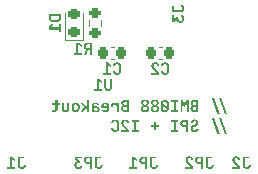
<source format=gbr>
%TF.GenerationSoftware,KiCad,Pcbnew,7.99.0-957-g18dd623122*%
%TF.CreationDate,2023-08-18T16:16:10-04:00*%
%TF.ProjectId,bmi088,626d6930-3838-42e6-9b69-6361645f7063,V1.0*%
%TF.SameCoordinates,Original*%
%TF.FileFunction,Legend,Bot*%
%TF.FilePolarity,Positive*%
%FSLAX46Y46*%
G04 Gerber Fmt 4.6, Leading zero omitted, Abs format (unit mm)*
G04 Created by KiCad (PCBNEW 7.99.0-957-g18dd623122) date 2023-08-18 16:16:10*
%MOMM*%
%LPD*%
G01*
G04 APERTURE LIST*
G04 Aperture macros list*
%AMRoundRect*
0 Rectangle with rounded corners*
0 $1 Rounding radius*
0 $2 $3 $4 $5 $6 $7 $8 $9 X,Y pos of 4 corners*
0 Add a 4 corners polygon primitive as box body*
4,1,4,$2,$3,$4,$5,$6,$7,$8,$9,$2,$3,0*
0 Add four circle primitives for the rounded corners*
1,1,$1+$1,$2,$3*
1,1,$1+$1,$4,$5*
1,1,$1+$1,$6,$7*
1,1,$1+$1,$8,$9*
0 Add four rect primitives between the rounded corners*
20,1,$1+$1,$2,$3,$4,$5,0*
20,1,$1+$1,$4,$5,$6,$7,0*
20,1,$1+$1,$6,$7,$8,$9,0*
20,1,$1+$1,$8,$9,$2,$3,0*%
G04 Aperture macros list end*
%ADD10C,0.200000*%
%ADD11C,0.150000*%
%ADD12C,0.120000*%
%ADD13R,1.700000X1.700000*%
%ADD14O,1.700000X1.700000*%
%ADD15RoundRect,0.218750X-0.256250X0.218750X-0.256250X-0.218750X0.256250X-0.218750X0.256250X0.218750X0*%
%ADD16RoundRect,0.200000X-0.275000X0.200000X-0.275000X-0.200000X0.275000X-0.200000X0.275000X0.200000X0*%
%ADD17RoundRect,0.225000X-0.225000X-0.250000X0.225000X-0.250000X0.225000X0.250000X-0.225000X0.250000X0*%
G04 APERTURE END LIST*
D10*
G36*
X153306892Y-104411818D02*
G01*
X153124199Y-104411818D01*
X153615127Y-105748315D01*
X153799286Y-105748315D01*
X153306892Y-104411818D01*
G37*
G36*
X153939970Y-104411818D02*
G01*
X153757276Y-104411818D01*
X154248204Y-105748315D01*
X154432363Y-105748315D01*
X153939970Y-104411818D01*
G37*
G36*
X151995797Y-105592000D02*
G01*
X151662405Y-105592000D01*
X151652788Y-105591918D01*
X151638592Y-105591493D01*
X151624670Y-105590702D01*
X151611023Y-105589546D01*
X151597650Y-105588026D01*
X151584553Y-105586140D01*
X151571730Y-105583890D01*
X151559182Y-105581275D01*
X151546909Y-105578294D01*
X151534911Y-105574949D01*
X151523187Y-105571239D01*
X151515505Y-105568544D01*
X151504253Y-105564240D01*
X151493328Y-105559622D01*
X151482729Y-105554691D01*
X151472457Y-105549447D01*
X151462511Y-105543889D01*
X151452891Y-105538018D01*
X151443597Y-105531833D01*
X151434630Y-105525336D01*
X151425989Y-105518524D01*
X151417674Y-105511399D01*
X151412289Y-105506484D01*
X151404513Y-105498882D01*
X151397096Y-105491005D01*
X151390041Y-105482853D01*
X151383346Y-105474427D01*
X151377012Y-105465726D01*
X151371039Y-105456750D01*
X151365426Y-105447499D01*
X151360174Y-105437974D01*
X151355282Y-105428174D01*
X151350751Y-105418099D01*
X151347942Y-105411210D01*
X151344067Y-105400692D01*
X151340600Y-105389950D01*
X151337541Y-105378984D01*
X151334890Y-105367796D01*
X151332647Y-105356384D01*
X151330811Y-105344749D01*
X151329384Y-105332891D01*
X151328364Y-105320810D01*
X151327752Y-105308505D01*
X151327548Y-105295977D01*
X151327685Y-105287917D01*
X151507555Y-105287917D01*
X151507726Y-105296589D01*
X151508623Y-105309142D01*
X151510288Y-105321149D01*
X151512721Y-105332612D01*
X151515924Y-105343529D01*
X151519894Y-105353901D01*
X151524633Y-105363728D01*
X151530141Y-105373009D01*
X151536417Y-105381746D01*
X151543462Y-105389936D01*
X151551275Y-105397582D01*
X151556848Y-105402344D01*
X151565725Y-105408911D01*
X151575226Y-105414786D01*
X151585349Y-105419970D01*
X151596094Y-105424463D01*
X151607462Y-105428265D01*
X151619453Y-105431375D01*
X151632066Y-105433795D01*
X151645302Y-105435523D01*
X151659160Y-105436560D01*
X151673640Y-105436905D01*
X151824094Y-105436905D01*
X151824094Y-105138685D01*
X151673640Y-105138685D01*
X151663917Y-105138838D01*
X151649852Y-105139645D01*
X151636409Y-105141142D01*
X151623588Y-105143331D01*
X151611390Y-105146211D01*
X151599814Y-105149783D01*
X151588861Y-105154045D01*
X151578531Y-105158999D01*
X151568823Y-105164644D01*
X151559738Y-105170980D01*
X151551275Y-105178008D01*
X151545981Y-105183045D01*
X151538680Y-105191060D01*
X151532148Y-105199623D01*
X151526384Y-105208737D01*
X151521388Y-105218400D01*
X151517162Y-105228612D01*
X151513703Y-105239374D01*
X151511014Y-105250685D01*
X151509092Y-105262546D01*
X151507940Y-105274957D01*
X151507555Y-105287917D01*
X151327685Y-105287917D01*
X151327769Y-105283012D01*
X151328430Y-105270374D01*
X151329532Y-105258061D01*
X151331075Y-105246075D01*
X151333058Y-105234416D01*
X151335482Y-105223082D01*
X151338348Y-105212075D01*
X151341653Y-105201394D01*
X151345400Y-105191040D01*
X151349587Y-105181011D01*
X151354216Y-105171309D01*
X151359285Y-105161934D01*
X151364794Y-105152884D01*
X151370745Y-105144161D01*
X151377136Y-105135764D01*
X151383968Y-105127694D01*
X151391161Y-105120034D01*
X151398696Y-105112868D01*
X151406571Y-105106196D01*
X151414789Y-105100018D01*
X151423348Y-105094335D01*
X151432248Y-105089145D01*
X151441490Y-105084450D01*
X151451074Y-105080250D01*
X151460999Y-105076543D01*
X151471266Y-105073331D01*
X151481875Y-105070613D01*
X151492824Y-105068389D01*
X151504116Y-105066659D01*
X151515749Y-105065423D01*
X151527723Y-105064682D01*
X151540040Y-105064435D01*
X151540040Y-105047094D01*
X151534444Y-105046600D01*
X151523476Y-105045311D01*
X151512806Y-105043616D01*
X151502433Y-105041517D01*
X151492358Y-105039014D01*
X151482581Y-105036106D01*
X151473101Y-105032793D01*
X151463919Y-105029076D01*
X151450704Y-105022742D01*
X151438159Y-105015498D01*
X151426284Y-105007343D01*
X151415078Y-104998279D01*
X151404542Y-104988304D01*
X151397890Y-104981148D01*
X151391591Y-104973650D01*
X151382903Y-104961877D01*
X151375130Y-104949473D01*
X151370456Y-104940853D01*
X151366188Y-104931952D01*
X151362327Y-104922771D01*
X151358872Y-104913310D01*
X151355824Y-104903568D01*
X151353182Y-104893545D01*
X151350947Y-104883242D01*
X151349118Y-104872659D01*
X151347696Y-104861794D01*
X151346679Y-104850650D01*
X151346579Y-104848769D01*
X151525874Y-104848769D01*
X151526033Y-104856481D01*
X151526869Y-104867664D01*
X151528423Y-104878383D01*
X151530693Y-104888638D01*
X151533681Y-104898430D01*
X151537385Y-104907758D01*
X151541807Y-104916622D01*
X151546945Y-104925023D01*
X151552800Y-104932960D01*
X151559373Y-104940433D01*
X151566662Y-104947443D01*
X151571870Y-104951820D01*
X151580094Y-104957856D01*
X151588812Y-104963257D01*
X151598023Y-104968023D01*
X151607728Y-104972153D01*
X151617927Y-104975648D01*
X151628620Y-104978507D01*
X151639806Y-104980731D01*
X151651486Y-104982320D01*
X151663660Y-104983273D01*
X151676327Y-104983591D01*
X151824094Y-104983591D01*
X151824094Y-104715412D01*
X151674862Y-104715412D01*
X151666365Y-104715550D01*
X151654041Y-104716277D01*
X151642225Y-104717625D01*
X151630915Y-104719597D01*
X151620111Y-104722191D01*
X151609814Y-104725407D01*
X151600024Y-104729246D01*
X151590741Y-104733707D01*
X151581964Y-104738791D01*
X151573693Y-104744498D01*
X151565929Y-104750827D01*
X151558771Y-104757706D01*
X151552317Y-104765061D01*
X151544806Y-104775609D01*
X151538547Y-104787005D01*
X151534675Y-104796107D01*
X151531506Y-104805686D01*
X151529042Y-104815742D01*
X151527282Y-104826274D01*
X151526226Y-104837283D01*
X151525874Y-104848769D01*
X151346579Y-104848769D01*
X151346070Y-104839225D01*
X151345867Y-104827519D01*
X151345957Y-104819843D01*
X151346433Y-104808507D01*
X151347317Y-104797386D01*
X151348608Y-104786479D01*
X151350308Y-104775788D01*
X151352415Y-104765310D01*
X151354930Y-104755048D01*
X151357853Y-104745000D01*
X151361184Y-104735167D01*
X151364923Y-104725548D01*
X151369070Y-104716145D01*
X151372044Y-104710006D01*
X151376786Y-104701020D01*
X151381862Y-104692300D01*
X151387273Y-104683847D01*
X151393019Y-104675659D01*
X151399100Y-104667738D01*
X151405515Y-104660083D01*
X151412266Y-104652694D01*
X151419351Y-104645572D01*
X151426772Y-104638715D01*
X151434527Y-104632125D01*
X151439850Y-104627882D01*
X151448108Y-104621751D01*
X151456692Y-104615898D01*
X151465602Y-104610325D01*
X151474838Y-104605030D01*
X151484401Y-104600015D01*
X151494290Y-104595279D01*
X151504505Y-104590822D01*
X151515047Y-104586643D01*
X151525915Y-104582744D01*
X151537109Y-104579124D01*
X151544740Y-104576847D01*
X151556413Y-104573706D01*
X151568357Y-104570896D01*
X151580570Y-104568417D01*
X151593055Y-104566268D01*
X151605809Y-104564450D01*
X151618835Y-104562962D01*
X151632130Y-104561805D01*
X151645697Y-104560979D01*
X151659533Y-104560483D01*
X151673640Y-104560318D01*
X151995797Y-104560318D01*
X151995797Y-105592000D01*
G37*
G36*
X150969488Y-104560318D02*
G01*
X150868128Y-104897861D01*
X150865134Y-104907440D01*
X150862351Y-104917369D01*
X150859778Y-104927649D01*
X150857415Y-104938280D01*
X150856160Y-104944512D01*
X150854058Y-104955413D01*
X150852026Y-104966103D01*
X150850064Y-104976584D01*
X150848172Y-104986853D01*
X150847123Y-104992628D01*
X150845534Y-105002336D01*
X150844066Y-105012045D01*
X150842718Y-105021754D01*
X150841490Y-105031462D01*
X150840382Y-105041171D01*
X150840040Y-105044407D01*
X150828804Y-105044407D01*
X150827662Y-105034698D01*
X150826435Y-105024990D01*
X150825121Y-105015281D01*
X150823721Y-105005572D01*
X150822236Y-104995864D01*
X150821721Y-104992628D01*
X150820346Y-104982478D01*
X150818783Y-104972118D01*
X150817033Y-104961547D01*
X150815096Y-104950767D01*
X150813906Y-104944512D01*
X150811663Y-104933681D01*
X150809211Y-104923201D01*
X150806548Y-104913071D01*
X150803674Y-104903292D01*
X150801938Y-104897861D01*
X150707660Y-104560318D01*
X150492482Y-104560318D01*
X150492482Y-105592000D01*
X150654171Y-105592000D01*
X150654171Y-104923018D01*
X150654087Y-104910869D01*
X150653900Y-104901021D01*
X150653606Y-104891059D01*
X150653206Y-104880982D01*
X150652698Y-104870791D01*
X150652084Y-104860485D01*
X150651363Y-104850064D01*
X150650751Y-104842174D01*
X150649881Y-104831733D01*
X150648981Y-104821535D01*
X150648049Y-104811583D01*
X150646843Y-104799485D01*
X150645588Y-104787769D01*
X150644286Y-104776434D01*
X150642936Y-104765482D01*
X150641875Y-104755147D01*
X150640768Y-104744904D01*
X150639615Y-104734753D01*
X150638417Y-104724693D01*
X150637173Y-104714725D01*
X150635883Y-104704848D01*
X150634547Y-104695063D01*
X150633166Y-104685370D01*
X150650019Y-104685370D01*
X150652684Y-104697042D01*
X150655338Y-104708702D01*
X150657979Y-104720350D01*
X150660609Y-104731986D01*
X150663227Y-104743610D01*
X150665832Y-104755223D01*
X150666871Y-104759864D01*
X150669139Y-104770240D01*
X150671513Y-104780758D01*
X150673995Y-104791420D01*
X150676584Y-104802225D01*
X150679280Y-104813173D01*
X150682084Y-104824264D01*
X150683236Y-104828741D01*
X150686048Y-104839782D01*
X150688836Y-104850465D01*
X150691601Y-104860790D01*
X150694341Y-104870758D01*
X150697058Y-104880368D01*
X150700286Y-104891428D01*
X150700821Y-104893221D01*
X150769698Y-105146989D01*
X150904764Y-105146989D01*
X150977793Y-104893221D01*
X150980898Y-104883267D01*
X150983956Y-104873099D01*
X150986966Y-104862717D01*
X150989928Y-104852119D01*
X150992843Y-104841307D01*
X150995710Y-104830280D01*
X150996844Y-104825810D01*
X150999620Y-104814697D01*
X151002301Y-104803799D01*
X151004886Y-104793116D01*
X151007377Y-104782647D01*
X151009771Y-104772393D01*
X151012071Y-104762354D01*
X151012964Y-104758399D01*
X151015599Y-104746827D01*
X151018163Y-104735315D01*
X151020656Y-104723862D01*
X151023077Y-104712470D01*
X151025426Y-104701136D01*
X151027704Y-104689863D01*
X151028595Y-104685370D01*
X151043982Y-104685370D01*
X151042578Y-104695063D01*
X151041174Y-104704848D01*
X151039769Y-104714725D01*
X151038365Y-104724693D01*
X151036960Y-104734753D01*
X151035556Y-104744904D01*
X151034152Y-104755147D01*
X151032747Y-104765482D01*
X151031819Y-104776434D01*
X151030868Y-104787769D01*
X151029892Y-104799485D01*
X151028893Y-104811583D01*
X151028076Y-104821535D01*
X151027244Y-104831733D01*
X151026397Y-104842174D01*
X151025595Y-104852680D01*
X151024901Y-104863072D01*
X151024313Y-104873349D01*
X151023832Y-104883512D01*
X151023458Y-104893560D01*
X151023191Y-104903494D01*
X151023031Y-104913314D01*
X151022978Y-104923018D01*
X151022978Y-105592000D01*
X151183201Y-105592000D01*
X151183201Y-104560318D01*
X150969488Y-104560318D01*
G37*
G36*
X150304659Y-104560318D02*
G01*
X149694052Y-104560318D01*
X149694052Y-104715412D01*
X149910696Y-104715412D01*
X149910696Y-105436905D01*
X149694052Y-105436905D01*
X149694052Y-105592000D01*
X150304659Y-105592000D01*
X150304659Y-105436905D01*
X150088016Y-105436905D01*
X150088016Y-104715412D01*
X150304659Y-104715412D01*
X150304659Y-104560318D01*
G37*
G36*
X149169581Y-104565044D02*
G01*
X149183553Y-104565495D01*
X149197293Y-104566332D01*
X149210801Y-104567556D01*
X149224077Y-104569166D01*
X149237122Y-104571162D01*
X149249935Y-104573545D01*
X149262516Y-104576314D01*
X149274865Y-104579470D01*
X149286982Y-104583012D01*
X149298867Y-104586940D01*
X149306610Y-104589732D01*
X149317948Y-104594198D01*
X149328955Y-104599000D01*
X149339632Y-104604136D01*
X149349978Y-104609607D01*
X149359994Y-104615413D01*
X149369679Y-104621554D01*
X149379033Y-104628030D01*
X149388057Y-104634840D01*
X149396750Y-104641986D01*
X149405113Y-104649466D01*
X149410471Y-104654628D01*
X149418222Y-104662606D01*
X149425629Y-104670868D01*
X149432693Y-104679413D01*
X149439414Y-104688242D01*
X149445791Y-104697354D01*
X149451824Y-104706749D01*
X149457514Y-104716428D01*
X149462861Y-104726389D01*
X149467864Y-104736635D01*
X149472524Y-104747163D01*
X149475422Y-104754330D01*
X149479419Y-104765275D01*
X149482996Y-104776457D01*
X149486151Y-104787875D01*
X149488886Y-104799530D01*
X149491200Y-104811420D01*
X149493094Y-104823547D01*
X149494566Y-104835909D01*
X149495618Y-104848508D01*
X149496249Y-104861343D01*
X149496460Y-104874414D01*
X149496460Y-105295244D01*
X149496366Y-105303988D01*
X149495875Y-105316916D01*
X149494964Y-105329622D01*
X149493631Y-105342104D01*
X149491878Y-105354363D01*
X149489704Y-105366398D01*
X149487110Y-105378211D01*
X149484094Y-105389800D01*
X149480658Y-105401166D01*
X149476802Y-105412308D01*
X149472524Y-105423228D01*
X149469456Y-105430367D01*
X149464567Y-105440829D01*
X149459335Y-105450995D01*
X149453759Y-105460865D01*
X149447840Y-105470438D01*
X149441578Y-105479715D01*
X149434972Y-105488696D01*
X149428022Y-105497381D01*
X149420729Y-105505769D01*
X149413093Y-105513862D01*
X149405113Y-105521658D01*
X149399575Y-105526683D01*
X149390991Y-105533945D01*
X149382078Y-105540876D01*
X149372833Y-105547477D01*
X149363259Y-105553748D01*
X149353353Y-105559688D01*
X149343117Y-105565297D01*
X149332551Y-105570576D01*
X149321653Y-105575524D01*
X149310426Y-105580141D01*
X149298867Y-105584428D01*
X149290969Y-105587060D01*
X149278930Y-105590690D01*
X149266658Y-105593938D01*
X149254154Y-105596804D01*
X149241419Y-105599288D01*
X149228451Y-105601389D01*
X149215252Y-105603109D01*
X149201821Y-105604446D01*
X149188158Y-105605401D01*
X149174264Y-105605975D01*
X149160137Y-105606166D01*
X149150698Y-105606078D01*
X149136746Y-105605617D01*
X149123043Y-105604761D01*
X149109589Y-105603510D01*
X149096384Y-105601865D01*
X149083428Y-105599824D01*
X149070722Y-105597388D01*
X149058264Y-105594557D01*
X149046055Y-105591332D01*
X149034095Y-105587711D01*
X149022384Y-105583695D01*
X149014699Y-105580785D01*
X149003433Y-105576156D01*
X148992480Y-105571208D01*
X148981840Y-105565943D01*
X148971514Y-105560361D01*
X148961501Y-105554460D01*
X148951802Y-105548242D01*
X148942416Y-105541706D01*
X148933344Y-105534852D01*
X148924584Y-105527681D01*
X148916139Y-105520192D01*
X148910662Y-105515028D01*
X148902748Y-105507034D01*
X148895195Y-105498745D01*
X148888002Y-105490159D01*
X148881170Y-105481276D01*
X148874699Y-105472098D01*
X148868588Y-105462623D01*
X148862837Y-105452852D01*
X148857448Y-105442785D01*
X148852419Y-105432422D01*
X148847751Y-105421762D01*
X148844852Y-105414513D01*
X148840855Y-105403475D01*
X148837279Y-105392239D01*
X148834123Y-105380806D01*
X148831388Y-105369176D01*
X148829074Y-105357347D01*
X148827181Y-105345322D01*
X148825708Y-105333099D01*
X148824656Y-105320678D01*
X148824025Y-105308060D01*
X148823815Y-105295244D01*
X148823815Y-104985545D01*
X148999670Y-104985545D01*
X148999670Y-105295244D01*
X148999841Y-105304075D01*
X149000737Y-105316892D01*
X149002402Y-105329194D01*
X149004836Y-105340981D01*
X149008038Y-105352252D01*
X149012009Y-105363008D01*
X149016748Y-105373250D01*
X149022255Y-105382975D01*
X149028531Y-105392186D01*
X149035576Y-105400881D01*
X149043389Y-105409062D01*
X149048940Y-105414178D01*
X149057703Y-105421234D01*
X149066989Y-105427548D01*
X149076799Y-105433118D01*
X149087134Y-105437946D01*
X149097991Y-105442031D01*
X149109373Y-105445374D01*
X149121278Y-105447973D01*
X149133708Y-105449830D01*
X149146661Y-105450944D01*
X149160137Y-105451316D01*
X149169001Y-105451156D01*
X149181874Y-105450320D01*
X149194240Y-105448766D01*
X149206099Y-105446496D01*
X149217452Y-105443508D01*
X149228299Y-105439804D01*
X149238639Y-105435383D01*
X149248472Y-105430244D01*
X149257798Y-105424389D01*
X149266618Y-105417816D01*
X149274931Y-105410527D01*
X149280119Y-105405324D01*
X149287317Y-105397125D01*
X149293814Y-105388454D01*
X149299613Y-105379310D01*
X149304711Y-105369695D01*
X149309109Y-105359607D01*
X149312808Y-105349047D01*
X149315807Y-105338014D01*
X149318106Y-105326509D01*
X149319705Y-105314532D01*
X149320605Y-105302083D01*
X148999670Y-104985545D01*
X148823815Y-104985545D01*
X148823815Y-104874414D01*
X148823875Y-104868796D01*
X148999670Y-104868796D01*
X149320605Y-105184114D01*
X149320605Y-104874414D01*
X149320435Y-104865583D01*
X149319543Y-104852766D01*
X149317888Y-104840464D01*
X149315468Y-104828678D01*
X149312283Y-104817406D01*
X149308335Y-104806650D01*
X149303622Y-104796409D01*
X149298146Y-104786683D01*
X149291904Y-104777473D01*
X149284899Y-104768777D01*
X149277130Y-104760597D01*
X149271549Y-104755480D01*
X149262746Y-104748424D01*
X149253423Y-104742111D01*
X149243580Y-104736540D01*
X149233218Y-104731712D01*
X149222337Y-104727627D01*
X149210936Y-104724285D01*
X149199016Y-104721685D01*
X149186576Y-104719828D01*
X149173616Y-104718714D01*
X149160137Y-104718343D01*
X149151275Y-104718502D01*
X149138407Y-104719339D01*
X149126050Y-104720892D01*
X149114204Y-104723163D01*
X149102869Y-104726150D01*
X149092045Y-104729854D01*
X149081732Y-104734276D01*
X149071929Y-104739414D01*
X149062638Y-104745270D01*
X149053857Y-104751842D01*
X149045587Y-104759131D01*
X149040371Y-104764340D01*
X149033132Y-104772564D01*
X149026598Y-104781281D01*
X149020767Y-104790493D01*
X149015641Y-104800198D01*
X149011219Y-104810396D01*
X149007501Y-104821089D01*
X149004487Y-104832275D01*
X149002177Y-104843955D01*
X149000571Y-104856129D01*
X148999670Y-104868796D01*
X148823875Y-104868796D01*
X148823908Y-104865674D01*
X148824399Y-104852760D01*
X148825311Y-104840083D01*
X148826643Y-104827641D01*
X148828396Y-104815436D01*
X148830570Y-104803467D01*
X148833165Y-104791734D01*
X148836180Y-104780237D01*
X148839616Y-104768976D01*
X148843473Y-104757952D01*
X148847751Y-104747163D01*
X148850820Y-104740113D01*
X148855714Y-104729773D01*
X148860955Y-104719717D01*
X148866544Y-104709944D01*
X148872481Y-104700454D01*
X148878766Y-104691248D01*
X148885398Y-104682325D01*
X148892379Y-104673685D01*
X148899707Y-104665329D01*
X148907382Y-104657256D01*
X148915406Y-104649466D01*
X148920916Y-104644442D01*
X148929463Y-104637185D01*
X148938350Y-104630263D01*
X148947575Y-104623675D01*
X148957140Y-104617423D01*
X148967044Y-104611505D01*
X148977287Y-104605922D01*
X148987870Y-104600675D01*
X148998791Y-104595762D01*
X149010052Y-104591183D01*
X149021652Y-104586940D01*
X149029520Y-104584278D01*
X149041519Y-104580608D01*
X149053754Y-104577323D01*
X149066226Y-104574425D01*
X149078933Y-104571914D01*
X149091877Y-104569788D01*
X149105057Y-104568050D01*
X149118473Y-104566697D01*
X149132125Y-104565731D01*
X149146013Y-104565152D01*
X149160137Y-104564958D01*
X149169581Y-104565044D01*
G37*
G36*
X148331642Y-104544763D02*
G01*
X148345324Y-104545169D01*
X148358761Y-104545923D01*
X148371954Y-104547024D01*
X148384902Y-104548473D01*
X148397605Y-104550270D01*
X148410064Y-104552414D01*
X148422278Y-104554906D01*
X148434247Y-104557746D01*
X148445971Y-104560934D01*
X148457451Y-104564470D01*
X148464921Y-104566975D01*
X148475862Y-104570969D01*
X148486485Y-104575247D01*
X148496790Y-104579808D01*
X148506778Y-104584652D01*
X148516448Y-104589780D01*
X148525800Y-104595191D01*
X148534835Y-104600885D01*
X148543552Y-104606863D01*
X148551951Y-104613124D01*
X148560033Y-104619669D01*
X148565240Y-104624159D01*
X148572772Y-104631130D01*
X148579969Y-104638384D01*
X148586831Y-104645921D01*
X148593358Y-104653743D01*
X148599551Y-104661847D01*
X148605408Y-104670235D01*
X148610931Y-104678906D01*
X148616119Y-104687860D01*
X148620972Y-104697098D01*
X148625490Y-104706619D01*
X148628299Y-104713110D01*
X148632174Y-104723028D01*
X148635641Y-104733165D01*
X148638700Y-104743522D01*
X148641351Y-104754097D01*
X148643594Y-104764891D01*
X148645430Y-104775904D01*
X148646857Y-104787136D01*
X148647877Y-104798587D01*
X148648489Y-104810257D01*
X148648693Y-104822146D01*
X148648475Y-104833305D01*
X148647823Y-104844311D01*
X148646735Y-104855165D01*
X148645212Y-104865866D01*
X148643255Y-104876414D01*
X148640862Y-104886809D01*
X148638034Y-104897052D01*
X148634771Y-104907143D01*
X148631058Y-104916962D01*
X148627001Y-104926514D01*
X148622601Y-104935799D01*
X148617857Y-104944817D01*
X148612770Y-104953568D01*
X148607339Y-104962051D01*
X148601565Y-104970268D01*
X148595448Y-104978217D01*
X148588922Y-104985861D01*
X148582045Y-104993162D01*
X148574817Y-105000119D01*
X148567238Y-105006733D01*
X148559308Y-105013003D01*
X148551026Y-105018929D01*
X148542394Y-105024513D01*
X148533410Y-105029752D01*
X148524140Y-105034595D01*
X148514649Y-105038988D01*
X148504937Y-105042930D01*
X148495003Y-105046422D01*
X148484848Y-105049464D01*
X148474471Y-105052055D01*
X148463873Y-105054196D01*
X148453054Y-105055886D01*
X148453054Y-105061748D01*
X148465234Y-105063905D01*
X148477105Y-105066469D01*
X148488666Y-105069439D01*
X148499918Y-105072816D01*
X148510862Y-105076598D01*
X148521496Y-105080788D01*
X148531821Y-105085384D01*
X148541837Y-105090386D01*
X148551543Y-105095794D01*
X148560941Y-105101609D01*
X148570029Y-105107831D01*
X148578809Y-105114459D01*
X148587279Y-105121493D01*
X148595440Y-105128934D01*
X148603292Y-105136781D01*
X148610835Y-105145035D01*
X148617963Y-105153582D01*
X148624631Y-105162369D01*
X148630839Y-105171396D01*
X148636588Y-105180664D01*
X148641876Y-105190172D01*
X148646705Y-105199921D01*
X148651073Y-105209910D01*
X148654982Y-105220140D01*
X148658431Y-105230610D01*
X148661420Y-105241320D01*
X148663949Y-105252271D01*
X148666019Y-105263462D01*
X148667628Y-105274894D01*
X148668778Y-105286566D01*
X148669468Y-105298479D01*
X148669698Y-105310632D01*
X148669602Y-105318920D01*
X148669101Y-105331177D01*
X148668171Y-105343223D01*
X148666812Y-105355059D01*
X148665023Y-105366685D01*
X148662805Y-105378100D01*
X148660157Y-105389305D01*
X148657080Y-105400299D01*
X148653574Y-105411083D01*
X148649638Y-105421657D01*
X148645273Y-105432020D01*
X148642111Y-105438798D01*
X148637070Y-105448736D01*
X148631672Y-105458399D01*
X148625918Y-105467787D01*
X148619808Y-105476900D01*
X148613342Y-105485739D01*
X148606519Y-105494302D01*
X148599340Y-105502591D01*
X148591804Y-105510606D01*
X148583912Y-105518345D01*
X148575664Y-105525810D01*
X148569943Y-105530626D01*
X148561085Y-105537592D01*
X148551896Y-105544250D01*
X148542377Y-105550598D01*
X148532528Y-105556638D01*
X148522347Y-105562368D01*
X148511837Y-105567789D01*
X148500995Y-105572901D01*
X148489823Y-105577704D01*
X148478321Y-105582197D01*
X148466488Y-105586382D01*
X148462472Y-105587689D01*
X148450238Y-105591362D01*
X148437720Y-105594662D01*
X148424919Y-105597588D01*
X148411834Y-105600140D01*
X148398466Y-105602319D01*
X148384815Y-105604124D01*
X148370880Y-105605556D01*
X148356662Y-105606614D01*
X148342160Y-105607299D01*
X148332335Y-105607548D01*
X148322384Y-105607631D01*
X148317378Y-105607610D01*
X148307457Y-105607444D01*
X148297661Y-105607112D01*
X148283199Y-105606303D01*
X148269016Y-105605120D01*
X148255112Y-105603564D01*
X148241487Y-105601634D01*
X148228141Y-105599331D01*
X148215074Y-105596654D01*
X148202287Y-105593603D01*
X148189778Y-105590179D01*
X148177548Y-105586382D01*
X148169532Y-105583628D01*
X148157787Y-105579242D01*
X148146377Y-105574551D01*
X148135301Y-105569556D01*
X148124561Y-105564256D01*
X148114155Y-105558651D01*
X148104085Y-105552741D01*
X148094349Y-105546527D01*
X148084948Y-105540007D01*
X148075882Y-105533183D01*
X148067151Y-105526054D01*
X148061495Y-105521108D01*
X148053326Y-105513460D01*
X148045535Y-105505538D01*
X148038122Y-105497340D01*
X148031087Y-105488868D01*
X148024429Y-105480121D01*
X148018149Y-105471099D01*
X148012247Y-105461803D01*
X148006723Y-105452232D01*
X148001577Y-105442385D01*
X147996809Y-105432265D01*
X147993821Y-105425372D01*
X147989702Y-105414834D01*
X147986016Y-105404055D01*
X147982764Y-105393035D01*
X147979945Y-105381775D01*
X147977560Y-105370275D01*
X147975609Y-105358534D01*
X147974091Y-105346553D01*
X147973007Y-105334331D01*
X147972357Y-105321869D01*
X147972140Y-105309166D01*
X147972381Y-105297233D01*
X147972608Y-105293535D01*
X148149216Y-105293535D01*
X148149400Y-105303011D01*
X148150367Y-105316809D01*
X148152162Y-105330110D01*
X148154786Y-105342913D01*
X148158239Y-105355218D01*
X148162520Y-105367024D01*
X148167630Y-105378333D01*
X148173568Y-105389143D01*
X148180335Y-105399456D01*
X148187931Y-105409271D01*
X148196355Y-105418587D01*
X148202371Y-105424443D01*
X148211861Y-105432519D01*
X148221909Y-105439745D01*
X148232515Y-105446120D01*
X148243679Y-105451646D01*
X148255401Y-105456321D01*
X148267682Y-105460147D01*
X148280520Y-105463122D01*
X148293917Y-105465247D01*
X148307871Y-105466522D01*
X148322384Y-105466947D01*
X148331941Y-105466758D01*
X148345822Y-105465766D01*
X148359158Y-105463925D01*
X148371949Y-105461233D01*
X148384194Y-105457691D01*
X148395894Y-105453299D01*
X148407049Y-105448057D01*
X148417658Y-105441964D01*
X148427723Y-105435022D01*
X148437242Y-105427230D01*
X148446215Y-105418587D01*
X148451835Y-105412431D01*
X148459584Y-105402783D01*
X148466518Y-105392636D01*
X148472636Y-105381992D01*
X148477938Y-105370849D01*
X148482425Y-105359208D01*
X148486096Y-105347070D01*
X148488951Y-105334433D01*
X148490990Y-105321298D01*
X148492214Y-105307666D01*
X148492622Y-105293535D01*
X148492440Y-105283920D01*
X148491489Y-105269962D01*
X148489721Y-105256562D01*
X148487138Y-105243721D01*
X148483739Y-105231438D01*
X148479525Y-105219713D01*
X148474494Y-105208546D01*
X148468648Y-105197937D01*
X148461986Y-105187886D01*
X148454509Y-105178394D01*
X148446215Y-105169459D01*
X148440294Y-105163840D01*
X148430956Y-105156090D01*
X148421074Y-105149157D01*
X148410646Y-105143039D01*
X148399673Y-105137736D01*
X148388155Y-105133250D01*
X148376091Y-105129579D01*
X148363482Y-105126724D01*
X148350328Y-105124685D01*
X148336629Y-105123461D01*
X148322384Y-105123053D01*
X148312647Y-105123235D01*
X148298506Y-105124186D01*
X148284924Y-105125954D01*
X148271899Y-105128537D01*
X148259433Y-105131936D01*
X148247524Y-105136150D01*
X148236174Y-105141181D01*
X148225382Y-105147027D01*
X148215148Y-105153689D01*
X148205473Y-105161166D01*
X148196355Y-105169459D01*
X148190647Y-105175354D01*
X148182775Y-105184660D01*
X148175732Y-105194525D01*
X148169517Y-105204948D01*
X148164131Y-105215928D01*
X148159574Y-105227468D01*
X148155845Y-105239565D01*
X148152945Y-105252220D01*
X148150873Y-105265433D01*
X148149630Y-105279205D01*
X148149216Y-105293535D01*
X147972608Y-105293535D01*
X147973102Y-105285490D01*
X147974304Y-105273938D01*
X147975987Y-105262577D01*
X147978151Y-105251407D01*
X147980795Y-105240427D01*
X147983921Y-105229639D01*
X147987527Y-105219041D01*
X147991584Y-105208699D01*
X147996061Y-105198677D01*
X148000957Y-105188976D01*
X148006273Y-105179595D01*
X148012009Y-105170536D01*
X148018165Y-105161796D01*
X148024740Y-105153378D01*
X148031735Y-105145279D01*
X148039120Y-105137448D01*
X148046863Y-105129953D01*
X148054965Y-105122794D01*
X148063426Y-105115970D01*
X148072245Y-105109482D01*
X148081424Y-105103331D01*
X148090960Y-105097515D01*
X148100856Y-105092034D01*
X148111011Y-105086863D01*
X148121449Y-105082097D01*
X148132169Y-105077735D01*
X148143171Y-105073777D01*
X148154456Y-105070224D01*
X148166023Y-105067076D01*
X148177873Y-105064332D01*
X148190005Y-105061993D01*
X148190005Y-105056375D01*
X148178911Y-105054684D01*
X148168099Y-105052543D01*
X148157570Y-105049952D01*
X148147323Y-105046911D01*
X148137359Y-105043419D01*
X148127677Y-105039476D01*
X148118277Y-105035084D01*
X148109160Y-105030241D01*
X148100352Y-105025001D01*
X148091880Y-105019418D01*
X148083744Y-105013491D01*
X148075943Y-105007221D01*
X148068479Y-105000607D01*
X148061350Y-104993650D01*
X148054557Y-104986350D01*
X148048100Y-104978706D01*
X148041929Y-104970753D01*
X148036116Y-104962525D01*
X148030663Y-104954022D01*
X148025568Y-104945244D01*
X148020832Y-104936192D01*
X148016455Y-104926865D01*
X148012436Y-104917263D01*
X148008777Y-104907387D01*
X148005456Y-104897297D01*
X148002579Y-104887054D01*
X148000144Y-104876658D01*
X147998152Y-104866110D01*
X147996603Y-104855409D01*
X147995496Y-104844555D01*
X147994881Y-104834358D01*
X148164848Y-104834358D01*
X148165016Y-104843030D01*
X148165897Y-104855697D01*
X148167534Y-104867957D01*
X148169927Y-104879809D01*
X148173076Y-104891252D01*
X148176980Y-104902288D01*
X148181639Y-104912917D01*
X148187055Y-104923137D01*
X148193226Y-104932949D01*
X148200152Y-104942354D01*
X148207834Y-104951351D01*
X148213291Y-104957000D01*
X148221901Y-104964790D01*
X148231022Y-104971760D01*
X148240654Y-104977910D01*
X148250797Y-104983240D01*
X148261451Y-104987751D01*
X148272616Y-104991441D01*
X148284292Y-104994311D01*
X148296478Y-104996361D01*
X148309176Y-104997591D01*
X148322384Y-104998001D01*
X148331248Y-104997819D01*
X148344121Y-104996862D01*
X148356487Y-104995085D01*
X148368346Y-104992488D01*
X148379699Y-104989072D01*
X148390546Y-104984835D01*
X148400886Y-104979778D01*
X148410719Y-104973901D01*
X148420045Y-104967204D01*
X148428865Y-104959687D01*
X148437178Y-104951351D01*
X148442354Y-104945398D01*
X148449492Y-104936129D01*
X148455878Y-104926453D01*
X148461513Y-104916369D01*
X148466397Y-104905877D01*
X148470529Y-104894976D01*
X148473910Y-104883669D01*
X148476540Y-104871953D01*
X148478418Y-104859829D01*
X148479545Y-104847298D01*
X148479921Y-104834358D01*
X148479754Y-104826065D01*
X148478877Y-104814013D01*
X148477250Y-104802423D01*
X148474870Y-104791298D01*
X148471740Y-104780636D01*
X148467858Y-104770438D01*
X148463225Y-104760704D01*
X148457840Y-104751433D01*
X148451704Y-104742626D01*
X148444817Y-104734283D01*
X148437178Y-104726403D01*
X148431693Y-104721434D01*
X148423042Y-104714582D01*
X148413884Y-104708451D01*
X148404220Y-104703041D01*
X148394049Y-104698353D01*
X148383371Y-104694386D01*
X148372187Y-104691140D01*
X148360496Y-104688616D01*
X148348299Y-104686813D01*
X148335595Y-104685731D01*
X148322384Y-104685370D01*
X148313522Y-104685530D01*
X148300654Y-104686372D01*
X148288297Y-104687935D01*
X148276451Y-104690219D01*
X148265116Y-104693224D01*
X148254292Y-104696951D01*
X148243979Y-104701398D01*
X148234176Y-104706568D01*
X148224885Y-104712458D01*
X148216104Y-104719070D01*
X148207834Y-104726403D01*
X148202629Y-104731604D01*
X148195451Y-104739793D01*
X148189028Y-104748446D01*
X148183361Y-104757562D01*
X148178449Y-104767142D01*
X148174293Y-104777185D01*
X148170893Y-104787693D01*
X148168248Y-104798663D01*
X148166359Y-104810098D01*
X148165226Y-104821996D01*
X148164848Y-104834358D01*
X147994881Y-104834358D01*
X147994832Y-104833549D01*
X147994610Y-104822390D01*
X147994701Y-104814440D01*
X147995177Y-104802697D01*
X147996061Y-104791173D01*
X147997352Y-104779868D01*
X147999052Y-104768782D01*
X148001159Y-104757915D01*
X148003674Y-104747267D01*
X148006597Y-104736837D01*
X148009928Y-104726627D01*
X148013667Y-104716636D01*
X148017814Y-104706863D01*
X148020788Y-104700455D01*
X148025530Y-104691082D01*
X148030606Y-104681996D01*
X148036017Y-104673199D01*
X148041763Y-104664689D01*
X148047843Y-104656466D01*
X148054259Y-104648531D01*
X148061010Y-104640884D01*
X148068095Y-104633525D01*
X148075515Y-104626453D01*
X148083271Y-104619669D01*
X148088594Y-104615274D01*
X148096852Y-104608919D01*
X148105436Y-104602846D01*
X148114346Y-104597058D01*
X148123582Y-104591552D01*
X148133145Y-104586330D01*
X148143034Y-104581391D01*
X148153249Y-104576736D01*
X148163791Y-104572364D01*
X148174658Y-104568275D01*
X148185853Y-104564470D01*
X148193484Y-104562074D01*
X148205157Y-104558770D01*
X148217100Y-104555814D01*
X148229314Y-104553206D01*
X148241799Y-104550946D01*
X148254553Y-104549033D01*
X148267579Y-104547468D01*
X148280874Y-104546251D01*
X148294440Y-104545382D01*
X148308277Y-104544860D01*
X148322384Y-104544686D01*
X148331642Y-104544763D01*
G37*
G36*
X147492423Y-104544763D02*
G01*
X147506105Y-104545169D01*
X147519543Y-104545923D01*
X147532736Y-104547024D01*
X147545684Y-104548473D01*
X147558387Y-104550270D01*
X147570845Y-104552414D01*
X147583059Y-104554906D01*
X147595028Y-104557746D01*
X147606753Y-104560934D01*
X147618232Y-104564470D01*
X147625703Y-104566975D01*
X147636643Y-104570969D01*
X147647267Y-104575247D01*
X147657572Y-104579808D01*
X147667560Y-104584652D01*
X147677230Y-104589780D01*
X147686582Y-104595191D01*
X147695617Y-104600885D01*
X147704334Y-104606863D01*
X147712733Y-104613124D01*
X147720814Y-104619669D01*
X147726022Y-104624159D01*
X147733553Y-104631130D01*
X147740751Y-104638384D01*
X147747613Y-104645921D01*
X147754140Y-104653743D01*
X147760332Y-104661847D01*
X147766190Y-104670235D01*
X147771713Y-104678906D01*
X147776900Y-104687860D01*
X147781753Y-104697098D01*
X147786271Y-104706619D01*
X147789081Y-104713110D01*
X147792956Y-104723028D01*
X147796423Y-104733165D01*
X147799482Y-104743522D01*
X147802133Y-104754097D01*
X147804376Y-104764891D01*
X147806211Y-104775904D01*
X147807639Y-104787136D01*
X147808659Y-104798587D01*
X147809270Y-104810257D01*
X147809474Y-104822146D01*
X147809257Y-104833305D01*
X147808604Y-104844311D01*
X147807517Y-104855165D01*
X147805994Y-104865866D01*
X147804036Y-104876414D01*
X147801643Y-104886809D01*
X147798815Y-104897052D01*
X147795553Y-104907143D01*
X147791839Y-104916962D01*
X147787783Y-104926514D01*
X147783382Y-104935799D01*
X147778639Y-104944817D01*
X147773552Y-104953568D01*
X147768121Y-104962051D01*
X147762347Y-104970268D01*
X147756229Y-104978217D01*
X147749704Y-104985861D01*
X147742827Y-104993162D01*
X147735599Y-105000119D01*
X147728019Y-105006733D01*
X147720089Y-105013003D01*
X147711808Y-105018929D01*
X147703175Y-105024513D01*
X147694192Y-105029752D01*
X147684922Y-105034595D01*
X147675431Y-105038988D01*
X147665718Y-105042930D01*
X147655785Y-105046422D01*
X147645629Y-105049464D01*
X147635253Y-105052055D01*
X147624655Y-105054196D01*
X147613836Y-105055886D01*
X147613836Y-105061748D01*
X147626016Y-105063905D01*
X147637886Y-105066469D01*
X147649448Y-105069439D01*
X147660700Y-105072816D01*
X147671643Y-105076598D01*
X147682277Y-105080788D01*
X147692602Y-105085384D01*
X147702618Y-105090386D01*
X147712325Y-105095794D01*
X147721723Y-105101609D01*
X147730811Y-105107831D01*
X147739590Y-105114459D01*
X147748061Y-105121493D01*
X147756222Y-105128934D01*
X147764074Y-105136781D01*
X147771617Y-105145035D01*
X147778745Y-105153582D01*
X147785413Y-105162369D01*
X147791621Y-105171396D01*
X147797369Y-105180664D01*
X147802658Y-105190172D01*
X147807486Y-105199921D01*
X147811855Y-105209910D01*
X147815764Y-105220140D01*
X147819213Y-105230610D01*
X147822202Y-105241320D01*
X147824731Y-105252271D01*
X147826800Y-105263462D01*
X147828410Y-105274894D01*
X147829560Y-105286566D01*
X147830249Y-105298479D01*
X147830479Y-105310632D01*
X147830384Y-105318920D01*
X147829883Y-105331177D01*
X147828953Y-105343223D01*
X147827593Y-105355059D01*
X147825804Y-105366685D01*
X147823586Y-105378100D01*
X147820939Y-105389305D01*
X147817862Y-105400299D01*
X147814355Y-105411083D01*
X147810420Y-105421657D01*
X147806055Y-105432020D01*
X147802892Y-105438798D01*
X147797851Y-105448736D01*
X147792454Y-105458399D01*
X147786700Y-105467787D01*
X147780590Y-105476900D01*
X147774123Y-105485739D01*
X147767301Y-105494302D01*
X147760121Y-105502591D01*
X147752586Y-105510606D01*
X147744694Y-105518345D01*
X147736446Y-105525810D01*
X147730724Y-105530626D01*
X147721866Y-105537592D01*
X147712678Y-105544250D01*
X147703159Y-105550598D01*
X147693309Y-105556638D01*
X147683129Y-105562368D01*
X147672618Y-105567789D01*
X147661777Y-105572901D01*
X147650605Y-105577704D01*
X147639102Y-105582197D01*
X147627269Y-105586382D01*
X147623254Y-105587689D01*
X147611019Y-105591362D01*
X147598502Y-105594662D01*
X147585700Y-105597588D01*
X147572616Y-105600140D01*
X147559248Y-105602319D01*
X147545596Y-105604124D01*
X147531661Y-105605556D01*
X147517443Y-105606614D01*
X147502942Y-105607299D01*
X147493117Y-105607548D01*
X147483166Y-105607631D01*
X147478159Y-105607610D01*
X147468239Y-105607444D01*
X147458442Y-105607112D01*
X147443980Y-105606303D01*
X147429797Y-105605120D01*
X147415893Y-105603564D01*
X147402268Y-105601634D01*
X147388923Y-105599331D01*
X147375856Y-105596654D01*
X147363068Y-105593603D01*
X147350559Y-105590179D01*
X147338330Y-105586382D01*
X147330314Y-105583628D01*
X147318569Y-105579242D01*
X147307158Y-105574551D01*
X147296083Y-105569556D01*
X147285343Y-105564256D01*
X147274937Y-105558651D01*
X147264866Y-105552741D01*
X147255130Y-105546527D01*
X147245729Y-105540007D01*
X147236663Y-105533183D01*
X147227932Y-105526054D01*
X147222276Y-105521108D01*
X147214108Y-105513460D01*
X147206317Y-105505538D01*
X147198904Y-105497340D01*
X147191868Y-105488868D01*
X147185211Y-105480121D01*
X147178931Y-105471099D01*
X147173029Y-105461803D01*
X147167505Y-105452232D01*
X147162359Y-105442385D01*
X147157590Y-105432265D01*
X147154603Y-105425372D01*
X147150484Y-105414834D01*
X147146798Y-105404055D01*
X147143546Y-105393035D01*
X147140727Y-105381775D01*
X147138342Y-105370275D01*
X147136391Y-105358534D01*
X147134873Y-105346553D01*
X147133789Y-105334331D01*
X147133139Y-105321869D01*
X147132922Y-105309166D01*
X147133162Y-105297233D01*
X147133389Y-105293535D01*
X147309998Y-105293535D01*
X147310182Y-105303011D01*
X147311149Y-105316809D01*
X147312944Y-105330110D01*
X147315568Y-105342913D01*
X147319020Y-105355218D01*
X147323302Y-105367024D01*
X147328411Y-105378333D01*
X147334350Y-105389143D01*
X147341117Y-105399456D01*
X147348712Y-105409271D01*
X147357137Y-105418587D01*
X147363153Y-105424443D01*
X147372643Y-105432519D01*
X147382691Y-105439745D01*
X147393296Y-105446120D01*
X147404461Y-105451646D01*
X147416183Y-105456321D01*
X147428463Y-105460147D01*
X147441302Y-105463122D01*
X147454698Y-105465247D01*
X147468653Y-105466522D01*
X147483166Y-105466947D01*
X147492723Y-105466758D01*
X147506604Y-105465766D01*
X147519940Y-105463925D01*
X147532730Y-105461233D01*
X147544976Y-105457691D01*
X147556676Y-105453299D01*
X147567830Y-105448057D01*
X147578440Y-105441964D01*
X147588504Y-105435022D01*
X147598023Y-105427230D01*
X147606997Y-105418587D01*
X147612617Y-105412431D01*
X147620366Y-105402783D01*
X147627300Y-105392636D01*
X147633418Y-105381992D01*
X147638720Y-105370849D01*
X147643207Y-105359208D01*
X147646877Y-105347070D01*
X147649732Y-105334433D01*
X147651772Y-105321298D01*
X147652995Y-105307666D01*
X147653403Y-105293535D01*
X147653222Y-105283920D01*
X147652270Y-105269962D01*
X147650503Y-105256562D01*
X147647920Y-105243721D01*
X147644521Y-105231438D01*
X147640306Y-105219713D01*
X147635276Y-105208546D01*
X147629430Y-105197937D01*
X147622768Y-105187886D01*
X147615290Y-105178394D01*
X147606997Y-105169459D01*
X147601075Y-105163840D01*
X147591738Y-105156090D01*
X147581855Y-105149157D01*
X147571428Y-105143039D01*
X147560454Y-105137736D01*
X147548936Y-105133250D01*
X147536873Y-105129579D01*
X147524264Y-105126724D01*
X147511110Y-105124685D01*
X147497410Y-105123461D01*
X147483166Y-105123053D01*
X147473429Y-105123235D01*
X147459288Y-105124186D01*
X147445705Y-105125954D01*
X147432681Y-105128537D01*
X147420214Y-105131936D01*
X147408306Y-105136150D01*
X147396956Y-105141181D01*
X147386164Y-105147027D01*
X147375930Y-105153689D01*
X147366254Y-105161166D01*
X147357137Y-105169459D01*
X147351428Y-105175354D01*
X147343557Y-105184660D01*
X147336513Y-105194525D01*
X147330299Y-105204948D01*
X147324913Y-105215928D01*
X147320355Y-105227468D01*
X147316627Y-105239565D01*
X147313727Y-105252220D01*
X147311655Y-105265433D01*
X147310412Y-105279205D01*
X147309998Y-105293535D01*
X147133389Y-105293535D01*
X147133883Y-105285490D01*
X147135086Y-105273938D01*
X147136769Y-105262577D01*
X147138932Y-105251407D01*
X147141577Y-105240427D01*
X147144703Y-105229639D01*
X147148309Y-105219041D01*
X147152366Y-105208699D01*
X147156842Y-105198677D01*
X147161739Y-105188976D01*
X147167055Y-105179595D01*
X147172791Y-105170536D01*
X147178946Y-105161796D01*
X147185522Y-105153378D01*
X147192517Y-105145279D01*
X147199901Y-105137448D01*
X147207645Y-105129953D01*
X147215747Y-105122794D01*
X147224207Y-105115970D01*
X147233027Y-105109482D01*
X147242205Y-105103331D01*
X147251742Y-105097515D01*
X147261638Y-105092034D01*
X147271793Y-105086863D01*
X147282230Y-105082097D01*
X147292950Y-105077735D01*
X147303953Y-105073777D01*
X147315238Y-105070224D01*
X147326805Y-105067076D01*
X147338654Y-105064332D01*
X147350786Y-105061993D01*
X147350786Y-105056375D01*
X147339692Y-105054684D01*
X147328881Y-105052543D01*
X147318352Y-105049952D01*
X147308105Y-105046911D01*
X147298141Y-105043419D01*
X147288459Y-105039476D01*
X147279059Y-105035084D01*
X147269942Y-105030241D01*
X147261134Y-105025001D01*
X147252662Y-105019418D01*
X147244525Y-105013491D01*
X147236725Y-105007221D01*
X147229260Y-105000607D01*
X147222131Y-104993650D01*
X147215338Y-104986350D01*
X147208881Y-104978706D01*
X147202710Y-104970753D01*
X147196898Y-104962525D01*
X147191445Y-104954022D01*
X147186350Y-104945244D01*
X147181614Y-104936192D01*
X147177237Y-104926865D01*
X147173218Y-104917263D01*
X147169558Y-104907387D01*
X147166238Y-104897297D01*
X147163360Y-104887054D01*
X147160926Y-104876658D01*
X147158934Y-104866110D01*
X147157384Y-104855409D01*
X147156277Y-104844555D01*
X147155662Y-104834358D01*
X147325629Y-104834358D01*
X147325797Y-104843030D01*
X147326679Y-104855697D01*
X147328316Y-104867957D01*
X147330709Y-104879809D01*
X147333857Y-104891252D01*
X147337761Y-104902288D01*
X147342421Y-104912917D01*
X147347836Y-104923137D01*
X147354007Y-104932949D01*
X147360934Y-104942354D01*
X147368616Y-104951351D01*
X147374072Y-104957000D01*
X147382683Y-104964790D01*
X147391804Y-104971760D01*
X147401436Y-104977910D01*
X147411579Y-104983240D01*
X147422233Y-104987751D01*
X147433398Y-104991441D01*
X147445073Y-104994311D01*
X147457260Y-104996361D01*
X147469958Y-104997591D01*
X147483166Y-104998001D01*
X147492029Y-104997819D01*
X147504902Y-104996862D01*
X147517268Y-104995085D01*
X147529128Y-104992488D01*
X147540481Y-104989072D01*
X147551327Y-104984835D01*
X147561667Y-104979778D01*
X147571500Y-104973901D01*
X147580827Y-104967204D01*
X147589647Y-104959687D01*
X147597960Y-104951351D01*
X147603136Y-104945398D01*
X147610274Y-104936129D01*
X147616660Y-104926453D01*
X147622295Y-104916369D01*
X147627179Y-104905877D01*
X147631311Y-104894976D01*
X147634692Y-104883669D01*
X147637322Y-104871953D01*
X147639200Y-104859829D01*
X147640327Y-104847298D01*
X147640703Y-104834358D01*
X147640536Y-104826065D01*
X147639659Y-104814013D01*
X147638031Y-104802423D01*
X147635652Y-104791298D01*
X147632521Y-104780636D01*
X147628640Y-104770438D01*
X147624006Y-104760704D01*
X147618622Y-104751433D01*
X147612486Y-104742626D01*
X147605599Y-104734283D01*
X147597960Y-104726403D01*
X147592474Y-104721434D01*
X147583823Y-104714582D01*
X147574665Y-104708451D01*
X147565001Y-104703041D01*
X147554830Y-104698353D01*
X147544153Y-104694386D01*
X147532969Y-104691140D01*
X147521278Y-104688616D01*
X147509080Y-104686813D01*
X147496377Y-104685731D01*
X147483166Y-104685370D01*
X147474304Y-104685530D01*
X147461436Y-104686372D01*
X147449079Y-104687935D01*
X147437233Y-104690219D01*
X147425898Y-104693224D01*
X147415073Y-104696951D01*
X147404760Y-104701398D01*
X147394958Y-104706568D01*
X147385666Y-104712458D01*
X147376886Y-104719070D01*
X147368616Y-104726403D01*
X147363411Y-104731604D01*
X147356232Y-104739793D01*
X147349809Y-104748446D01*
X147344142Y-104757562D01*
X147339231Y-104767142D01*
X147335075Y-104777185D01*
X147331674Y-104787693D01*
X147329030Y-104798663D01*
X147327141Y-104810098D01*
X147326007Y-104821996D01*
X147325629Y-104834358D01*
X147155662Y-104834358D01*
X147155613Y-104833549D01*
X147155392Y-104822390D01*
X147155483Y-104814440D01*
X147155959Y-104802697D01*
X147156842Y-104791173D01*
X147158134Y-104779868D01*
X147159833Y-104768782D01*
X147161941Y-104757915D01*
X147164456Y-104747267D01*
X147167379Y-104736837D01*
X147170710Y-104726627D01*
X147174448Y-104716636D01*
X147178595Y-104706863D01*
X147181570Y-104700455D01*
X147186311Y-104691082D01*
X147191387Y-104681996D01*
X147196798Y-104673199D01*
X147202544Y-104664689D01*
X147208625Y-104656466D01*
X147215041Y-104648531D01*
X147221791Y-104640884D01*
X147228877Y-104633525D01*
X147236297Y-104626453D01*
X147244052Y-104619669D01*
X147249376Y-104615274D01*
X147257633Y-104608919D01*
X147266217Y-104602846D01*
X147275127Y-104597058D01*
X147284364Y-104591552D01*
X147293926Y-104586330D01*
X147303815Y-104581391D01*
X147314031Y-104576736D01*
X147324572Y-104572364D01*
X147335440Y-104568275D01*
X147346634Y-104564470D01*
X147354266Y-104562074D01*
X147365939Y-104558770D01*
X147377882Y-104555814D01*
X147390096Y-104553206D01*
X147402580Y-104550946D01*
X147415335Y-104549033D01*
X147428360Y-104547468D01*
X147441656Y-104546251D01*
X147455222Y-104545382D01*
X147469059Y-104544860D01*
X147483166Y-104544686D01*
X147492423Y-104544763D01*
G37*
G36*
X146121268Y-105592000D02*
G01*
X145787876Y-105592000D01*
X145778259Y-105591918D01*
X145764063Y-105591493D01*
X145750141Y-105590702D01*
X145736494Y-105589546D01*
X145723121Y-105588026D01*
X145710024Y-105586140D01*
X145697201Y-105583890D01*
X145684653Y-105581275D01*
X145672380Y-105578294D01*
X145660382Y-105574949D01*
X145648658Y-105571239D01*
X145640976Y-105568544D01*
X145629724Y-105564240D01*
X145618799Y-105559622D01*
X145608200Y-105554691D01*
X145597928Y-105549447D01*
X145587982Y-105543889D01*
X145578362Y-105538018D01*
X145569068Y-105531833D01*
X145560101Y-105525336D01*
X145551460Y-105518524D01*
X145543145Y-105511399D01*
X145537760Y-105506484D01*
X145529984Y-105498882D01*
X145522568Y-105491005D01*
X145515512Y-105482853D01*
X145508817Y-105474427D01*
X145502483Y-105465726D01*
X145496510Y-105456750D01*
X145490897Y-105447499D01*
X145485645Y-105437974D01*
X145480753Y-105428174D01*
X145476222Y-105418099D01*
X145473413Y-105411210D01*
X145469538Y-105400692D01*
X145466071Y-105389950D01*
X145463012Y-105378984D01*
X145460361Y-105367796D01*
X145458118Y-105356384D01*
X145456282Y-105344749D01*
X145454855Y-105332891D01*
X145453835Y-105320810D01*
X145453223Y-105308505D01*
X145453019Y-105295977D01*
X145453156Y-105287917D01*
X145633026Y-105287917D01*
X145633197Y-105296589D01*
X145634094Y-105309142D01*
X145635759Y-105321149D01*
X145638192Y-105332612D01*
X145641395Y-105343529D01*
X145645365Y-105353901D01*
X145650104Y-105363728D01*
X145655612Y-105373009D01*
X145661888Y-105381746D01*
X145668933Y-105389936D01*
X145676746Y-105397582D01*
X145682319Y-105402344D01*
X145691196Y-105408911D01*
X145700697Y-105414786D01*
X145710820Y-105419970D01*
X145721565Y-105424463D01*
X145732933Y-105428265D01*
X145744924Y-105431375D01*
X145757537Y-105433795D01*
X145770773Y-105435523D01*
X145784631Y-105436560D01*
X145799112Y-105436905D01*
X145949565Y-105436905D01*
X145949565Y-105138685D01*
X145799112Y-105138685D01*
X145789389Y-105138838D01*
X145775323Y-105139645D01*
X145761880Y-105141142D01*
X145749059Y-105143331D01*
X145736861Y-105146211D01*
X145725286Y-105149783D01*
X145714333Y-105154045D01*
X145704002Y-105158999D01*
X145694294Y-105164644D01*
X145685209Y-105170980D01*
X145676746Y-105178008D01*
X145671452Y-105183045D01*
X145664151Y-105191060D01*
X145657619Y-105199623D01*
X145651855Y-105208737D01*
X145646859Y-105218400D01*
X145642633Y-105228612D01*
X145639174Y-105239374D01*
X145636485Y-105250685D01*
X145634563Y-105262546D01*
X145633411Y-105274957D01*
X145633026Y-105287917D01*
X145453156Y-105287917D01*
X145453240Y-105283012D01*
X145453901Y-105270374D01*
X145455003Y-105258061D01*
X145456546Y-105246075D01*
X145458529Y-105234416D01*
X145460953Y-105223082D01*
X145463819Y-105212075D01*
X145467124Y-105201394D01*
X145470871Y-105191040D01*
X145475058Y-105181011D01*
X145479687Y-105171309D01*
X145484756Y-105161934D01*
X145490265Y-105152884D01*
X145496216Y-105144161D01*
X145502607Y-105135764D01*
X145509439Y-105127694D01*
X145516632Y-105120034D01*
X145524167Y-105112868D01*
X145532042Y-105106196D01*
X145540260Y-105100018D01*
X145548819Y-105094335D01*
X145557719Y-105089145D01*
X145566962Y-105084450D01*
X145576545Y-105080250D01*
X145586470Y-105076543D01*
X145596737Y-105073331D01*
X145607346Y-105070613D01*
X145618295Y-105068389D01*
X145629587Y-105066659D01*
X145641220Y-105065423D01*
X145653195Y-105064682D01*
X145665511Y-105064435D01*
X145665511Y-105047094D01*
X145659915Y-105046600D01*
X145648947Y-105045311D01*
X145638277Y-105043616D01*
X145627904Y-105041517D01*
X145617829Y-105039014D01*
X145608052Y-105036106D01*
X145598572Y-105032793D01*
X145589390Y-105029076D01*
X145576175Y-105022742D01*
X145563630Y-105015498D01*
X145551755Y-105007343D01*
X145540549Y-104998279D01*
X145530013Y-104988304D01*
X145523361Y-104981148D01*
X145517062Y-104973650D01*
X145508374Y-104961877D01*
X145500601Y-104949473D01*
X145495927Y-104940853D01*
X145491659Y-104931952D01*
X145487798Y-104922771D01*
X145484344Y-104913310D01*
X145481295Y-104903568D01*
X145478653Y-104893545D01*
X145476418Y-104883242D01*
X145474589Y-104872659D01*
X145473167Y-104861794D01*
X145472150Y-104850650D01*
X145472050Y-104848769D01*
X145651345Y-104848769D01*
X145651504Y-104856481D01*
X145652340Y-104867664D01*
X145653894Y-104878383D01*
X145656164Y-104888638D01*
X145659152Y-104898430D01*
X145662856Y-104907758D01*
X145667278Y-104916622D01*
X145672416Y-104925023D01*
X145678271Y-104932960D01*
X145684844Y-104940433D01*
X145692133Y-104947443D01*
X145697341Y-104951820D01*
X145705565Y-104957856D01*
X145714283Y-104963257D01*
X145723494Y-104968023D01*
X145733199Y-104972153D01*
X145743398Y-104975648D01*
X145754091Y-104978507D01*
X145765277Y-104980731D01*
X145776957Y-104982320D01*
X145789131Y-104983273D01*
X145801798Y-104983591D01*
X145949565Y-104983591D01*
X145949565Y-104715412D01*
X145800333Y-104715412D01*
X145791836Y-104715550D01*
X145779512Y-104716277D01*
X145767696Y-104717625D01*
X145756386Y-104719597D01*
X145745582Y-104722191D01*
X145735285Y-104725407D01*
X145725495Y-104729246D01*
X145716212Y-104733707D01*
X145707435Y-104738791D01*
X145699164Y-104744498D01*
X145691400Y-104750827D01*
X145684242Y-104757706D01*
X145677788Y-104765061D01*
X145670277Y-104775609D01*
X145664018Y-104787005D01*
X145660146Y-104796107D01*
X145656977Y-104805686D01*
X145654513Y-104815742D01*
X145652753Y-104826274D01*
X145651697Y-104837283D01*
X145651345Y-104848769D01*
X145472050Y-104848769D01*
X145471541Y-104839225D01*
X145471338Y-104827519D01*
X145471428Y-104819843D01*
X145471904Y-104808507D01*
X145472788Y-104797386D01*
X145474079Y-104786479D01*
X145475779Y-104775788D01*
X145477886Y-104765310D01*
X145480401Y-104755048D01*
X145483324Y-104745000D01*
X145486655Y-104735167D01*
X145490394Y-104725548D01*
X145494541Y-104716145D01*
X145497515Y-104710006D01*
X145502257Y-104701020D01*
X145507333Y-104692300D01*
X145512744Y-104683847D01*
X145518490Y-104675659D01*
X145524571Y-104667738D01*
X145530986Y-104660083D01*
X145537737Y-104652694D01*
X145544822Y-104645572D01*
X145552243Y-104638715D01*
X145559998Y-104632125D01*
X145565321Y-104627882D01*
X145573579Y-104621751D01*
X145582163Y-104615898D01*
X145591073Y-104610325D01*
X145600309Y-104605030D01*
X145609872Y-104600015D01*
X145619761Y-104595279D01*
X145629976Y-104590822D01*
X145640518Y-104586643D01*
X145651386Y-104582744D01*
X145662580Y-104579124D01*
X145670211Y-104576847D01*
X145681884Y-104573706D01*
X145693828Y-104570896D01*
X145706041Y-104568417D01*
X145718526Y-104566268D01*
X145731280Y-104564450D01*
X145744306Y-104562962D01*
X145757601Y-104561805D01*
X145771168Y-104560979D01*
X145785004Y-104560483D01*
X145799112Y-104560318D01*
X146121268Y-104560318D01*
X146121268Y-105592000D01*
G37*
G36*
X145087876Y-104810422D02*
G01*
X145087876Y-104951106D01*
X145072489Y-104951106D01*
X145069208Y-104937435D01*
X145065228Y-104924356D01*
X145060547Y-104911870D01*
X145055167Y-104899976D01*
X145049087Y-104888674D01*
X145042307Y-104877965D01*
X145034827Y-104867849D01*
X145026648Y-104858325D01*
X145017768Y-104849393D01*
X145008189Y-104841054D01*
X145001414Y-104835824D01*
X144990709Y-104828491D01*
X144979475Y-104821879D01*
X144967714Y-104815988D01*
X144955424Y-104810819D01*
X144942606Y-104806371D01*
X144929261Y-104802645D01*
X144915387Y-104799639D01*
X144900985Y-104797355D01*
X144891090Y-104796233D01*
X144880961Y-104795432D01*
X144870597Y-104794951D01*
X144859998Y-104794791D01*
X144844550Y-104795102D01*
X144829532Y-104796035D01*
X144814944Y-104797590D01*
X144800784Y-104799767D01*
X144787054Y-104802567D01*
X144773753Y-104805988D01*
X144760882Y-104810031D01*
X144748440Y-104814697D01*
X144736427Y-104819984D01*
X144724844Y-104825894D01*
X144713690Y-104832425D01*
X144702965Y-104839579D01*
X144692669Y-104847355D01*
X144682803Y-104855752D01*
X144673367Y-104864772D01*
X144664359Y-104874414D01*
X144655841Y-104884600D01*
X144647873Y-104895251D01*
X144640454Y-104906368D01*
X144633585Y-104917950D01*
X144627265Y-104929998D01*
X144621495Y-104942512D01*
X144616274Y-104955491D01*
X144611603Y-104968936D01*
X144607481Y-104982846D01*
X144603909Y-104997222D01*
X144600887Y-105012064D01*
X144598414Y-105027371D01*
X144596490Y-105043144D01*
X144595116Y-105059382D01*
X144594292Y-105076086D01*
X144594017Y-105093256D01*
X144594017Y-105149187D01*
X144778421Y-105149187D01*
X144778421Y-105108154D01*
X144778779Y-105094389D01*
X144779855Y-105081212D01*
X144781647Y-105068624D01*
X144784157Y-105056623D01*
X144787383Y-105045211D01*
X144791326Y-105034386D01*
X144795987Y-105024150D01*
X144801364Y-105014503D01*
X144807459Y-105005443D01*
X144814270Y-104996971D01*
X144819209Y-104991651D01*
X144827130Y-104984187D01*
X144835595Y-104977457D01*
X144844606Y-104971461D01*
X144854163Y-104966200D01*
X144864264Y-104961672D01*
X144874911Y-104957879D01*
X144886103Y-104954820D01*
X144897840Y-104952495D01*
X144910123Y-104950905D01*
X144922950Y-104950048D01*
X144931805Y-104949885D01*
X144944200Y-104950265D01*
X144956105Y-104951405D01*
X144967521Y-104953305D01*
X144978448Y-104955964D01*
X144988885Y-104959384D01*
X144998833Y-104963564D01*
X145008291Y-104968503D01*
X145017260Y-104974202D01*
X145025739Y-104980662D01*
X145033729Y-104987881D01*
X145038784Y-104993116D01*
X145045811Y-105001434D01*
X145052147Y-105010266D01*
X145057792Y-105019614D01*
X145062746Y-105029478D01*
X145067009Y-105039856D01*
X145070580Y-105050750D01*
X145073460Y-105062159D01*
X145075649Y-105074083D01*
X145077147Y-105086522D01*
X145077953Y-105099476D01*
X145078107Y-105108399D01*
X145078107Y-105592000D01*
X145253961Y-105592000D01*
X145253961Y-104810422D01*
X145087876Y-104810422D01*
G37*
G36*
X144134270Y-104794878D02*
G01*
X144148242Y-104795333D01*
X144161982Y-104796180D01*
X144175490Y-104797417D01*
X144188767Y-104799045D01*
X144201811Y-104801064D01*
X144214624Y-104803473D01*
X144227205Y-104806273D01*
X144239554Y-104809464D01*
X144251671Y-104813045D01*
X144263557Y-104817017D01*
X144271299Y-104819835D01*
X144282637Y-104824328D01*
X144293644Y-104829137D01*
X144304321Y-104834265D01*
X144314667Y-104839711D01*
X144324683Y-104845474D01*
X144334368Y-104851554D01*
X144343723Y-104857953D01*
X144352746Y-104864669D01*
X144361440Y-104871703D01*
X144369802Y-104879055D01*
X144375160Y-104884099D01*
X144382911Y-104891919D01*
X144390319Y-104900044D01*
X144397383Y-104908474D01*
X144404103Y-104917209D01*
X144410480Y-104926249D01*
X144416514Y-104935593D01*
X144422204Y-104945242D01*
X144427551Y-104955196D01*
X144432554Y-104965455D01*
X144437213Y-104976019D01*
X144440112Y-104983189D01*
X144444109Y-104994155D01*
X144447685Y-105005374D01*
X144450841Y-105016846D01*
X144453576Y-105028572D01*
X144455890Y-105040551D01*
X144457783Y-105052784D01*
X144459256Y-105065270D01*
X144460308Y-105078009D01*
X144460939Y-105091001D01*
X144461149Y-105104247D01*
X144461149Y-105296710D01*
X144461056Y-105305395D01*
X144460565Y-105318247D01*
X144459653Y-105330889D01*
X144458321Y-105343320D01*
X144456568Y-105355541D01*
X144454394Y-105367552D01*
X144451799Y-105379352D01*
X144448784Y-105390942D01*
X144445348Y-105402321D01*
X144441491Y-105413490D01*
X144437213Y-105424449D01*
X144434142Y-105431588D01*
X144429239Y-105442050D01*
X144423978Y-105452216D01*
X144418362Y-105462086D01*
X144412389Y-105471659D01*
X144406060Y-105480937D01*
X144399375Y-105489917D01*
X144392333Y-105498602D01*
X144384935Y-105506991D01*
X144377180Y-105515083D01*
X144369070Y-105522879D01*
X144363445Y-105527875D01*
X144354755Y-105535102D01*
X144345760Y-105542006D01*
X144336460Y-105548588D01*
X144326855Y-105554849D01*
X144316945Y-105560787D01*
X144306730Y-105566404D01*
X144296211Y-105571698D01*
X144285387Y-105576670D01*
X144274258Y-105581321D01*
X144262824Y-105585649D01*
X144255015Y-105588311D01*
X144243097Y-105591982D01*
X144230935Y-105595266D01*
X144218528Y-105598164D01*
X144205876Y-105600676D01*
X144192980Y-105602801D01*
X144179839Y-105604540D01*
X144166453Y-105605892D01*
X144152822Y-105606858D01*
X144138947Y-105607438D01*
X144124827Y-105607631D01*
X144117132Y-105607573D01*
X144105701Y-105607267D01*
X144094403Y-105606700D01*
X144083238Y-105605871D01*
X144072207Y-105604779D01*
X144061308Y-105603426D01*
X144050543Y-105601811D01*
X144039910Y-105599934D01*
X144029411Y-105597795D01*
X144019045Y-105595395D01*
X144008811Y-105592732D01*
X143998739Y-105589827D01*
X143988856Y-105586699D01*
X143979162Y-105583347D01*
X143969656Y-105579772D01*
X143960340Y-105575974D01*
X143951212Y-105571953D01*
X143942273Y-105567708D01*
X143933524Y-105563240D01*
X143922151Y-105556935D01*
X143911114Y-105550234D01*
X143900406Y-105543101D01*
X143890140Y-105535625D01*
X143880317Y-105527806D01*
X143870936Y-105519643D01*
X143861999Y-105511136D01*
X143853504Y-105502286D01*
X143845451Y-105493093D01*
X143837841Y-105483556D01*
X143830716Y-105473641D01*
X143824118Y-105463436D01*
X143818046Y-105452941D01*
X143812501Y-105442157D01*
X143807483Y-105431082D01*
X143802991Y-105419717D01*
X143799026Y-105408062D01*
X143795587Y-105396117D01*
X143969977Y-105396117D01*
X143975476Y-105405946D01*
X143982203Y-105415131D01*
X143990159Y-105423673D01*
X143999343Y-105431570D01*
X144007575Y-105437424D01*
X144016593Y-105442866D01*
X144026397Y-105447896D01*
X144036857Y-105452361D01*
X144047844Y-105456231D01*
X144059358Y-105459505D01*
X144071399Y-105462184D01*
X144083966Y-105464268D01*
X144093737Y-105465440D01*
X144103804Y-105466277D01*
X144114167Y-105466780D01*
X144124827Y-105466947D01*
X144134202Y-105466774D01*
X144147813Y-105465862D01*
X144160883Y-105464169D01*
X144173413Y-105461695D01*
X144185401Y-105458439D01*
X144196848Y-105454402D01*
X144207755Y-105449583D01*
X144218120Y-105443983D01*
X144227945Y-105437602D01*
X144237229Y-105430439D01*
X144245971Y-105422495D01*
X144251413Y-105416803D01*
X144258918Y-105407757D01*
X144265633Y-105398101D01*
X144271558Y-105387836D01*
X144276692Y-105376961D01*
X144281037Y-105365476D01*
X144284592Y-105353382D01*
X144287357Y-105340678D01*
X144289332Y-105327364D01*
X144290517Y-105313441D01*
X144290912Y-105298908D01*
X144290912Y-105248106D01*
X143789970Y-105248106D01*
X143789970Y-105123053D01*
X143960207Y-105123053D01*
X144290912Y-105123053D01*
X144290912Y-105100583D01*
X144290736Y-105091269D01*
X144289815Y-105077750D01*
X144288103Y-105064771D01*
X144285602Y-105052333D01*
X144282310Y-105040436D01*
X144278228Y-105029080D01*
X144273357Y-105018265D01*
X144267695Y-105007991D01*
X144261244Y-104998258D01*
X144254003Y-104989066D01*
X144245971Y-104980415D01*
X144240203Y-104974973D01*
X144231100Y-104967469D01*
X144221455Y-104960754D01*
X144211270Y-104954829D01*
X144200544Y-104949694D01*
X144189277Y-104945349D01*
X144177469Y-104941795D01*
X144165120Y-104939030D01*
X144152230Y-104937055D01*
X144138799Y-104935870D01*
X144124827Y-104935475D01*
X144115281Y-104935650D01*
X144101460Y-104936572D01*
X144088236Y-104938284D01*
X144075609Y-104940785D01*
X144063578Y-104944077D01*
X144052144Y-104948158D01*
X144041307Y-104953030D01*
X144031067Y-104958691D01*
X144021423Y-104965143D01*
X144012377Y-104972384D01*
X144003927Y-104980415D01*
X143998632Y-104986128D01*
X143991332Y-104995170D01*
X143984799Y-105004779D01*
X143979036Y-105014954D01*
X143974040Y-105025696D01*
X143969813Y-105037004D01*
X143966355Y-105048880D01*
X143963665Y-105061322D01*
X143961744Y-105074331D01*
X143960591Y-105087906D01*
X143960207Y-105102048D01*
X143960207Y-105123053D01*
X143789970Y-105123053D01*
X143789970Y-105107422D01*
X143790063Y-105098706D01*
X143790554Y-105085808D01*
X143791466Y-105073121D01*
X143792798Y-105060644D01*
X143794551Y-105048377D01*
X143796725Y-105036321D01*
X143799320Y-105024475D01*
X143802335Y-105012839D01*
X143805771Y-105001414D01*
X143809628Y-104990199D01*
X143813906Y-104979194D01*
X143816978Y-104971996D01*
X143821886Y-104961452D01*
X143827156Y-104951213D01*
X143832786Y-104941279D01*
X143838776Y-104931650D01*
X143845128Y-104922325D01*
X143851840Y-104913306D01*
X143858912Y-104904591D01*
X143866345Y-104896181D01*
X143874139Y-104888076D01*
X143882294Y-104880276D01*
X143887886Y-104875220D01*
X143896526Y-104867912D01*
X143905466Y-104860935D01*
X143914707Y-104854288D01*
X143924248Y-104847972D01*
X143934090Y-104841986D01*
X143944232Y-104836331D01*
X143954675Y-104831007D01*
X143965418Y-104826013D01*
X143976462Y-104821350D01*
X143987807Y-104817017D01*
X143995497Y-104814326D01*
X144007252Y-104810614D01*
X144019268Y-104807293D01*
X144031546Y-104804363D01*
X144044086Y-104801823D01*
X144056888Y-104799675D01*
X144069952Y-104797916D01*
X144083278Y-104796549D01*
X144096866Y-104795572D01*
X144110715Y-104794986D01*
X144124827Y-104794791D01*
X144134270Y-104794878D01*
G37*
G36*
X143302212Y-104794853D02*
G01*
X143314163Y-104795178D01*
X143325954Y-104795783D01*
X143337587Y-104796667D01*
X143349061Y-104797830D01*
X143360376Y-104799271D01*
X143371532Y-104800992D01*
X143382530Y-104802992D01*
X143393368Y-104805271D01*
X143404048Y-104807829D01*
X143414569Y-104810667D01*
X143424848Y-104813711D01*
X143434896Y-104816984D01*
X143444712Y-104820483D01*
X143454296Y-104824211D01*
X143463649Y-104828166D01*
X143472769Y-104832348D01*
X143481658Y-104836758D01*
X143490314Y-104841395D01*
X143501496Y-104847933D01*
X143512266Y-104854875D01*
X143522532Y-104862210D01*
X143532324Y-104869926D01*
X143541644Y-104878024D01*
X143550490Y-104886504D01*
X143558863Y-104895365D01*
X143566762Y-104904609D01*
X143574189Y-104914233D01*
X143581142Y-104924240D01*
X143587515Y-104934547D01*
X143593324Y-104945199D01*
X143598567Y-104956193D01*
X143603246Y-104967532D01*
X143607360Y-104979213D01*
X143610909Y-104991238D01*
X143613894Y-105003607D01*
X143616313Y-105016319D01*
X143444610Y-105016319D01*
X143443880Y-105013984D01*
X143439384Y-105002781D01*
X143433481Y-104992365D01*
X143426170Y-104982736D01*
X143419308Y-104975599D01*
X143411546Y-104968967D01*
X143402883Y-104962838D01*
X143393319Y-104957212D01*
X143382973Y-104952118D01*
X143372086Y-104947702D01*
X143360656Y-104943966D01*
X143348684Y-104940909D01*
X143336170Y-104938532D01*
X143326430Y-104937194D01*
X143316384Y-104936239D01*
X143306033Y-104935666D01*
X143295378Y-104935475D01*
X143290936Y-104935506D01*
X143277980Y-104935982D01*
X143265577Y-104937029D01*
X143253728Y-104938647D01*
X143242433Y-104940836D01*
X143231692Y-104943596D01*
X143221504Y-104946927D01*
X143211871Y-104950829D01*
X143202791Y-104955302D01*
X143194265Y-104960346D01*
X143183759Y-104967959D01*
X143181280Y-104970011D01*
X143172149Y-104978653D01*
X143164278Y-104987990D01*
X143157666Y-104998021D01*
X143152314Y-105008746D01*
X143148221Y-105020167D01*
X143145387Y-105032281D01*
X143143813Y-105045091D01*
X143143459Y-105055154D01*
X143143459Y-105123053D01*
X143339098Y-105123053D01*
X143347656Y-105123123D01*
X143360299Y-105123489D01*
X143372711Y-105124168D01*
X143384892Y-105125160D01*
X143396840Y-105126466D01*
X143408556Y-105128085D01*
X143420041Y-105130018D01*
X143431294Y-105132264D01*
X143442315Y-105134824D01*
X143453104Y-105137697D01*
X143463661Y-105140883D01*
X143473917Y-105144313D01*
X143483894Y-105148010D01*
X143493592Y-105151973D01*
X143503011Y-105156202D01*
X143512151Y-105160697D01*
X143521012Y-105165458D01*
X143529593Y-105170485D01*
X143537896Y-105175779D01*
X143548532Y-105183251D01*
X143558672Y-105191197D01*
X143568220Y-105199589D01*
X143577204Y-105208401D01*
X143585623Y-105217632D01*
X143593476Y-105227284D01*
X143600766Y-105237355D01*
X143607490Y-105247846D01*
X143613649Y-105258757D01*
X143619244Y-105270087D01*
X143622998Y-105278850D01*
X143627429Y-105290868D01*
X143631203Y-105303267D01*
X143633603Y-105312817D01*
X143635634Y-105322581D01*
X143637295Y-105332560D01*
X143638587Y-105342754D01*
X143639511Y-105353162D01*
X143640064Y-105363786D01*
X143640249Y-105374623D01*
X143639986Y-105387766D01*
X143639196Y-105400570D01*
X143637879Y-105413037D01*
X143636036Y-105425166D01*
X143633666Y-105436958D01*
X143630769Y-105448411D01*
X143627346Y-105459527D01*
X143623396Y-105470306D01*
X143618920Y-105480746D01*
X143613917Y-105490849D01*
X143608387Y-105500614D01*
X143602330Y-105510041D01*
X143595747Y-105519130D01*
X143588637Y-105527882D01*
X143581001Y-105536296D01*
X143572838Y-105544372D01*
X143564200Y-105552032D01*
X143555199Y-105559198D01*
X143545836Y-105565870D01*
X143536110Y-105572048D01*
X143526022Y-105577731D01*
X143515571Y-105582921D01*
X143504757Y-105587616D01*
X143493581Y-105591816D01*
X143482043Y-105595523D01*
X143470141Y-105598735D01*
X143457878Y-105601453D01*
X143445252Y-105603677D01*
X143432263Y-105605407D01*
X143418912Y-105606643D01*
X143405198Y-105607384D01*
X143391121Y-105607631D01*
X143378767Y-105607452D01*
X143366678Y-105606914D01*
X143354854Y-105606017D01*
X143343295Y-105604761D01*
X143332002Y-105603147D01*
X143320974Y-105601174D01*
X143310211Y-105598842D01*
X143299713Y-105596152D01*
X143289481Y-105593102D01*
X143279514Y-105589694D01*
X143269812Y-105585928D01*
X143260375Y-105581802D01*
X143251204Y-105577318D01*
X143242297Y-105572475D01*
X143233656Y-105567274D01*
X143225280Y-105561713D01*
X143217216Y-105555850D01*
X143205902Y-105546589D01*
X143195529Y-105536770D01*
X143186095Y-105526393D01*
X143177602Y-105515458D01*
X143170050Y-105503965D01*
X143163437Y-105491913D01*
X143157765Y-105479304D01*
X143153033Y-105466136D01*
X143149241Y-105452410D01*
X143146390Y-105438127D01*
X143133689Y-105438127D01*
X143133689Y-105592000D01*
X142967604Y-105592000D01*
X142967604Y-105232474D01*
X143143459Y-105232474D01*
X143143459Y-105325775D01*
X143143662Y-105333325D01*
X143144729Y-105344343D01*
X143146711Y-105354992D01*
X143149606Y-105365272D01*
X143153417Y-105375182D01*
X143158142Y-105384724D01*
X143163781Y-105393896D01*
X143170335Y-105402698D01*
X143177803Y-105411132D01*
X143186186Y-105419196D01*
X143195483Y-105426891D01*
X143205486Y-105434050D01*
X143215988Y-105440504D01*
X143226987Y-105446254D01*
X143238485Y-105451300D01*
X143250480Y-105455642D01*
X143262974Y-105459280D01*
X143275966Y-105462214D01*
X143289455Y-105464444D01*
X143303443Y-105465969D01*
X143317929Y-105466791D01*
X143327862Y-105466947D01*
X143331880Y-105466917D01*
X143343593Y-105466459D01*
X143354800Y-105465451D01*
X143365501Y-105463894D01*
X143375694Y-105461788D01*
X143385382Y-105459131D01*
X143397510Y-105454735D01*
X143408737Y-105449362D01*
X143419064Y-105443011D01*
X143428490Y-105435684D01*
X143432838Y-105431682D01*
X143440692Y-105423110D01*
X143447424Y-105413783D01*
X143453034Y-105403701D01*
X143457522Y-105392862D01*
X143460888Y-105381268D01*
X143463132Y-105368919D01*
X143464079Y-105359161D01*
X143464394Y-105348978D01*
X143464361Y-105345537D01*
X143463867Y-105335506D01*
X143462288Y-105322813D01*
X143459654Y-105310899D01*
X143455968Y-105299763D01*
X143451228Y-105289406D01*
X143445435Y-105279827D01*
X143438588Y-105271026D01*
X143430689Y-105263004D01*
X143424102Y-105257548D01*
X143414632Y-105251108D01*
X143404376Y-105245622D01*
X143393333Y-105241091D01*
X143381504Y-105237513D01*
X143368890Y-105234889D01*
X143358913Y-105233547D01*
X143348494Y-105232742D01*
X143337632Y-105232474D01*
X143143459Y-105232474D01*
X142967604Y-105232474D01*
X142967604Y-105051002D01*
X142967695Y-105043747D01*
X142968171Y-105033022D01*
X142969054Y-105022486D01*
X142970346Y-105012139D01*
X142972045Y-105001981D01*
X142974153Y-104992012D01*
X142976668Y-104982232D01*
X142979591Y-104972641D01*
X142982922Y-104963238D01*
X142986661Y-104954025D01*
X142990807Y-104945000D01*
X142995325Y-104936195D01*
X143000178Y-104927638D01*
X143005366Y-104919330D01*
X143012804Y-104908641D01*
X143020837Y-104898394D01*
X143027253Y-104891000D01*
X143034003Y-104883854D01*
X143041089Y-104876958D01*
X143048509Y-104870310D01*
X143056264Y-104863912D01*
X143061618Y-104859790D01*
X143069916Y-104853837D01*
X143078536Y-104848158D01*
X143087479Y-104842754D01*
X143096743Y-104837625D01*
X143106329Y-104832771D01*
X143116237Y-104828191D01*
X143126468Y-104823886D01*
X143137020Y-104819856D01*
X143147894Y-104816101D01*
X143159091Y-104812621D01*
X143166688Y-104810462D01*
X143178295Y-104807484D01*
X143190155Y-104804820D01*
X143202269Y-104802469D01*
X143214636Y-104800432D01*
X143227256Y-104798709D01*
X143240130Y-104797298D01*
X143253256Y-104796201D01*
X143266637Y-104795418D01*
X143280270Y-104794948D01*
X143294157Y-104794791D01*
X143302212Y-104794853D01*
G37*
G36*
X142582922Y-104560318D02*
G01*
X142582922Y-105123053D01*
X142457625Y-105123053D01*
X142264918Y-104810422D01*
X142068058Y-104810422D01*
X142307172Y-105197303D01*
X142063661Y-105592000D01*
X142264918Y-105592000D01*
X142459091Y-105278147D01*
X142582922Y-105278147D01*
X142582922Y-105592000D01*
X142758777Y-105592000D01*
X142758777Y-104560318D01*
X142582922Y-104560318D01*
G37*
G36*
X141616615Y-104794878D02*
G01*
X141630587Y-104795333D01*
X141644327Y-104796180D01*
X141657835Y-104797417D01*
X141671112Y-104799045D01*
X141684156Y-104801064D01*
X141696969Y-104803473D01*
X141709550Y-104806273D01*
X141721899Y-104809464D01*
X141734016Y-104813045D01*
X141745901Y-104817017D01*
X141753644Y-104819838D01*
X141764982Y-104824345D01*
X141775989Y-104829183D01*
X141786666Y-104834352D01*
X141797012Y-104839851D01*
X141807028Y-104845680D01*
X141816713Y-104851841D01*
X141826067Y-104858331D01*
X141835091Y-104865153D01*
X141843784Y-104872305D01*
X141852147Y-104879787D01*
X141857505Y-104884920D01*
X141865256Y-104892863D01*
X141872663Y-104901098D01*
X141879727Y-104909624D01*
X141886448Y-104918443D01*
X141892825Y-104927553D01*
X141898859Y-104936955D01*
X141904549Y-104946650D01*
X141909895Y-104956636D01*
X141914898Y-104966914D01*
X141919558Y-104977484D01*
X141922457Y-104984649D01*
X141926454Y-104995584D01*
X141930030Y-105006748D01*
X141933186Y-105018139D01*
X141935920Y-105029757D01*
X141938235Y-105041603D01*
X141940128Y-105053677D01*
X141941601Y-105065978D01*
X141942652Y-105078507D01*
X141943284Y-105091263D01*
X141943494Y-105104247D01*
X141943494Y-105296710D01*
X141943400Y-105305392D01*
X141942910Y-105318229D01*
X141941998Y-105330843D01*
X141940666Y-105343233D01*
X141938912Y-105355401D01*
X141936739Y-105367345D01*
X141934144Y-105379066D01*
X141931129Y-105390563D01*
X141927693Y-105401837D01*
X141923836Y-105412888D01*
X141919558Y-105423716D01*
X141916490Y-105430767D01*
X141911601Y-105441107D01*
X141906369Y-105451163D01*
X141900793Y-105460936D01*
X141894874Y-105470426D01*
X141888612Y-105479632D01*
X141882006Y-105488555D01*
X141875056Y-105497195D01*
X141867763Y-105505551D01*
X141860127Y-105513624D01*
X141852147Y-105521413D01*
X141846609Y-105526413D01*
X141838026Y-105533654D01*
X141829112Y-105540586D01*
X141819868Y-105547210D01*
X141810293Y-105553524D01*
X141800387Y-105559529D01*
X141790151Y-105565224D01*
X141779585Y-105570611D01*
X141768688Y-105575689D01*
X141757460Y-105580457D01*
X141745901Y-105584916D01*
X141738004Y-105587667D01*
X141725964Y-105591460D01*
X141713692Y-105594854D01*
X141701188Y-105597849D01*
X141688453Y-105600444D01*
X141675486Y-105602640D01*
X141662286Y-105604437D01*
X141648855Y-105605834D01*
X141635193Y-105606832D01*
X141621298Y-105607431D01*
X141607172Y-105607631D01*
X141597554Y-105607545D01*
X141583358Y-105607094D01*
X141569436Y-105606257D01*
X141555789Y-105605034D01*
X141542417Y-105603424D01*
X141529319Y-105601427D01*
X141516496Y-105599044D01*
X141503948Y-105596275D01*
X141491675Y-105593120D01*
X141479677Y-105589578D01*
X141467953Y-105585649D01*
X141460271Y-105582799D01*
X141449020Y-105578256D01*
X141438094Y-105573391D01*
X141427496Y-105568204D01*
X141417223Y-105562695D01*
X141407277Y-105556864D01*
X141397657Y-105550711D01*
X141388363Y-105544236D01*
X141379396Y-105537439D01*
X141370755Y-105530320D01*
X141362440Y-105522879D01*
X141357053Y-105517714D01*
X141349261Y-105509721D01*
X141341817Y-105501431D01*
X141334721Y-105492845D01*
X141327972Y-105483963D01*
X141321572Y-105474785D01*
X141315519Y-105465310D01*
X141309814Y-105455539D01*
X141304456Y-105445472D01*
X141299447Y-105435109D01*
X141294785Y-105424449D01*
X141291886Y-105417166D01*
X141287889Y-105406067D01*
X141284313Y-105394758D01*
X141281157Y-105383238D01*
X141278423Y-105371508D01*
X141276108Y-105359568D01*
X141274215Y-105347417D01*
X141272742Y-105335056D01*
X141271691Y-105322484D01*
X141271059Y-105309702D01*
X141270869Y-105297931D01*
X141446704Y-105297931D01*
X141446872Y-105306759D01*
X141447753Y-105319561D01*
X141449391Y-105331835D01*
X141451783Y-105343581D01*
X141454932Y-105354799D01*
X141458836Y-105365488D01*
X141463496Y-105375650D01*
X141468911Y-105385283D01*
X141475082Y-105394389D01*
X141482009Y-105402966D01*
X141489691Y-105411016D01*
X141495187Y-105416044D01*
X141503893Y-105422977D01*
X141513153Y-105429181D01*
X141522967Y-105434655D01*
X141533335Y-105439399D01*
X141544256Y-105443414D01*
X141555732Y-105446698D01*
X141567761Y-105449252D01*
X141580344Y-105451077D01*
X141593481Y-105452172D01*
X141607172Y-105452537D01*
X141616360Y-105452375D01*
X141629682Y-105451523D01*
X141642449Y-105449942D01*
X141654663Y-105447631D01*
X141666323Y-105444589D01*
X141677429Y-105440818D01*
X141687982Y-105436318D01*
X141697980Y-105431087D01*
X141707425Y-105425126D01*
X141716315Y-105418436D01*
X141724652Y-105411016D01*
X141729858Y-105405708D01*
X141737036Y-105397307D01*
X141743459Y-105388377D01*
X141749126Y-105378920D01*
X141754038Y-105368934D01*
X141758194Y-105358421D01*
X141761594Y-105347379D01*
X141764239Y-105335809D01*
X141766128Y-105323711D01*
X141767261Y-105311085D01*
X141767639Y-105297931D01*
X141767639Y-105104491D01*
X141767471Y-105095663D01*
X141766590Y-105082861D01*
X141764952Y-105070587D01*
X141762560Y-105058841D01*
X141759411Y-105047623D01*
X141755507Y-105036934D01*
X141750847Y-105026772D01*
X141745432Y-105017138D01*
X141739261Y-105008033D01*
X141732335Y-104999456D01*
X141724652Y-104991406D01*
X141719156Y-104986378D01*
X141710450Y-104979445D01*
X141701190Y-104973241D01*
X141691376Y-104967767D01*
X141681008Y-104963023D01*
X141670087Y-104959008D01*
X141658611Y-104955724D01*
X141646582Y-104953169D01*
X141633999Y-104951345D01*
X141620862Y-104950250D01*
X141607172Y-104949885D01*
X141597983Y-104950047D01*
X141584661Y-104950899D01*
X141571894Y-104952480D01*
X141559680Y-104954791D01*
X141548020Y-104957832D01*
X141536914Y-104961603D01*
X141526361Y-104966104D01*
X141516363Y-104971335D01*
X141506918Y-104977296D01*
X141498028Y-104983986D01*
X141489691Y-104991406D01*
X141484485Y-104996714D01*
X141477307Y-105005115D01*
X141470884Y-105014045D01*
X141465217Y-105023502D01*
X141460305Y-105033488D01*
X141456149Y-105044001D01*
X141452749Y-105055043D01*
X141450104Y-105066613D01*
X141448215Y-105078711D01*
X141447082Y-105091337D01*
X141446704Y-105104491D01*
X141446704Y-105297931D01*
X141270869Y-105297931D01*
X141270849Y-105296710D01*
X141270849Y-105104247D01*
X141270943Y-105095565D01*
X141271433Y-105082733D01*
X141272345Y-105070129D01*
X141273677Y-105057752D01*
X141275431Y-105045602D01*
X141277604Y-105033681D01*
X141280199Y-105021986D01*
X141283214Y-105010520D01*
X141286650Y-104999280D01*
X141290507Y-104988269D01*
X141294785Y-104977484D01*
X141297854Y-104970405D01*
X141302748Y-104960030D01*
X141307989Y-104949946D01*
X141313578Y-104940154D01*
X141319515Y-104930655D01*
X141325800Y-104921447D01*
X141332433Y-104912531D01*
X141339413Y-104903907D01*
X141346741Y-104895575D01*
X141354417Y-104887535D01*
X141362440Y-104879787D01*
X141367950Y-104874762D01*
X141376497Y-104867500D01*
X141385384Y-104860568D01*
X141394609Y-104853968D01*
X141404174Y-104847697D01*
X141414078Y-104841757D01*
X141424321Y-104836148D01*
X141434904Y-104830869D01*
X141445825Y-104825921D01*
X141457086Y-104821304D01*
X141468686Y-104817017D01*
X141476554Y-104814326D01*
X141488553Y-104810614D01*
X141500788Y-104807293D01*
X141513260Y-104804363D01*
X141525967Y-104801823D01*
X141538911Y-104799675D01*
X141552091Y-104797916D01*
X141565507Y-104796549D01*
X141579159Y-104795572D01*
X141593047Y-104794986D01*
X141607172Y-104794791D01*
X141616615Y-104794878D01*
G37*
G36*
X140908637Y-104810422D02*
G01*
X140908637Y-105298664D01*
X140908087Y-105317297D01*
X140906439Y-105334728D01*
X140903691Y-105350957D01*
X140899844Y-105365983D01*
X140894898Y-105379808D01*
X140888853Y-105392430D01*
X140881709Y-105403850D01*
X140873466Y-105414069D01*
X140864124Y-105423085D01*
X140853682Y-105430898D01*
X140842142Y-105437510D01*
X140829502Y-105442920D01*
X140815764Y-105447127D01*
X140800926Y-105450133D01*
X140784989Y-105451936D01*
X140767953Y-105452537D01*
X140750917Y-105451936D01*
X140734980Y-105450133D01*
X140720143Y-105447127D01*
X140706404Y-105442920D01*
X140693764Y-105437510D01*
X140682224Y-105430898D01*
X140671782Y-105423085D01*
X140662440Y-105414069D01*
X140654197Y-105403850D01*
X140647053Y-105392430D01*
X140641008Y-105379808D01*
X140636062Y-105365983D01*
X140632215Y-105350957D01*
X140629467Y-105334728D01*
X140627819Y-105317297D01*
X140627269Y-105298664D01*
X140627269Y-104810422D01*
X140451414Y-104810422D01*
X140451414Y-105300129D01*
X140451739Y-105318190D01*
X140452712Y-105335735D01*
X140454334Y-105352766D01*
X140456605Y-105369281D01*
X140459524Y-105385280D01*
X140463092Y-105400765D01*
X140467309Y-105415734D01*
X140472175Y-105430189D01*
X140477690Y-105444128D01*
X140483853Y-105457551D01*
X140490665Y-105470460D01*
X140498126Y-105482853D01*
X140506235Y-105494732D01*
X140514994Y-105506095D01*
X140524401Y-105516943D01*
X140534457Y-105527275D01*
X140545101Y-105537006D01*
X140556271Y-105546109D01*
X140567968Y-105554584D01*
X140580191Y-105562431D01*
X140592942Y-105569650D01*
X140606219Y-105576242D01*
X140620022Y-105582206D01*
X140634352Y-105587542D01*
X140649209Y-105592250D01*
X140664593Y-105596331D01*
X140680503Y-105599784D01*
X140696939Y-105602609D01*
X140713903Y-105604806D01*
X140731393Y-105606375D01*
X140749410Y-105607317D01*
X140767953Y-105607631D01*
X140786496Y-105607314D01*
X140804513Y-105606364D01*
X140822003Y-105604780D01*
X140838967Y-105602563D01*
X140855403Y-105599712D01*
X140871314Y-105596228D01*
X140886697Y-105592110D01*
X140901554Y-105587359D01*
X140915884Y-105581974D01*
X140929688Y-105575956D01*
X140942965Y-105569304D01*
X140955715Y-105562019D01*
X140967938Y-105554100D01*
X140979635Y-105545548D01*
X140990806Y-105536362D01*
X141001449Y-105526542D01*
X141011505Y-105516155D01*
X141020912Y-105505267D01*
X141029671Y-105493876D01*
X141037780Y-105481983D01*
X141045241Y-105469589D01*
X141052053Y-105456693D01*
X141058217Y-105443295D01*
X141063731Y-105429395D01*
X141068597Y-105414993D01*
X141072814Y-105400089D01*
X141076382Y-105384684D01*
X141079302Y-105368777D01*
X141081572Y-105352368D01*
X141083194Y-105335457D01*
X141084167Y-105318044D01*
X141084492Y-105300129D01*
X141084492Y-104810422D01*
X140908637Y-104810422D01*
G37*
G36*
X140073571Y-104810422D02*
G01*
X140073571Y-104560318D01*
X139897716Y-104560318D01*
X139897716Y-104810422D01*
X139603647Y-104810422D01*
X139603647Y-104965517D01*
X139897716Y-104965517D01*
X139897716Y-105353863D01*
X139897167Y-105365324D01*
X139895521Y-105376045D01*
X139892778Y-105386027D01*
X139888938Y-105395270D01*
X139884001Y-105403773D01*
X139877967Y-105411536D01*
X139875245Y-105414435D01*
X139867842Y-105420908D01*
X139859675Y-105426285D01*
X139850745Y-105430564D01*
X139841051Y-105433745D01*
X139830595Y-105435830D01*
X139819375Y-105436818D01*
X139814673Y-105436905D01*
X139617814Y-105436905D01*
X139617814Y-105592000D01*
X139827374Y-105592000D01*
X139841445Y-105591742D01*
X139855141Y-105590969D01*
X139868464Y-105589681D01*
X139881413Y-105587878D01*
X139893987Y-105585560D01*
X139906188Y-105582726D01*
X139918015Y-105579377D01*
X139929467Y-105575513D01*
X139940546Y-105571134D01*
X139951251Y-105566240D01*
X139961582Y-105560830D01*
X139971538Y-105554905D01*
X139981121Y-105548465D01*
X139990330Y-105541510D01*
X139999164Y-105534040D01*
X140007625Y-105526054D01*
X140015611Y-105517631D01*
X140023081Y-105508850D01*
X140030036Y-105499710D01*
X140036476Y-105490211D01*
X140042401Y-105480354D01*
X140047811Y-105470138D01*
X140052705Y-105459563D01*
X140057084Y-105448629D01*
X140060948Y-105437337D01*
X140064297Y-105425685D01*
X140067131Y-105413676D01*
X140069449Y-105401307D01*
X140071252Y-105388580D01*
X140072540Y-105375493D01*
X140073313Y-105362049D01*
X140073571Y-105348245D01*
X140073571Y-104965517D01*
X140286062Y-104965517D01*
X140286062Y-104810422D01*
X140073571Y-104810422D01*
G37*
G36*
X153306892Y-106091818D02*
G01*
X153124199Y-106091818D01*
X153615127Y-107428315D01*
X153799286Y-107428315D01*
X153306892Y-106091818D01*
G37*
G36*
X153939970Y-106091818D02*
G01*
X153757276Y-106091818D01*
X154248204Y-107428315D01*
X154432363Y-107428315D01*
X153939970Y-106091818D01*
G37*
G36*
X152022419Y-106999913D02*
G01*
X151843878Y-106999913D01*
X151842959Y-107011567D01*
X151841302Y-107022713D01*
X151838906Y-107033354D01*
X151835772Y-107043487D01*
X151831899Y-107053114D01*
X151827288Y-107062235D01*
X151821939Y-107070849D01*
X151815851Y-107078956D01*
X151809024Y-107086557D01*
X151801460Y-107093651D01*
X151796006Y-107098099D01*
X151787294Y-107104253D01*
X151778011Y-107109802D01*
X151768157Y-107114746D01*
X151757733Y-107119084D01*
X151746737Y-107122817D01*
X151735170Y-107125945D01*
X151723032Y-107128467D01*
X151710323Y-107130384D01*
X151697043Y-107131696D01*
X151683192Y-107132402D01*
X151673640Y-107132537D01*
X151659173Y-107132221D01*
X151645353Y-107131275D01*
X151632182Y-107129697D01*
X151619659Y-107127488D01*
X151607784Y-107124648D01*
X151596558Y-107121177D01*
X151585980Y-107117074D01*
X151576050Y-107112341D01*
X151566769Y-107106976D01*
X151558136Y-107100981D01*
X151552740Y-107096633D01*
X151545189Y-107089643D01*
X151538380Y-107082228D01*
X151532315Y-107074387D01*
X151526992Y-107066122D01*
X151522411Y-107057431D01*
X151518574Y-107048316D01*
X151515479Y-107038775D01*
X151513127Y-107028810D01*
X151511518Y-107018419D01*
X151510651Y-107007604D01*
X151510486Y-107000157D01*
X151510765Y-106990294D01*
X151512006Y-106977517D01*
X151514238Y-106965168D01*
X151517463Y-106953245D01*
X151521680Y-106941751D01*
X151526889Y-106930683D01*
X151533091Y-106920044D01*
X151540284Y-106909831D01*
X151542238Y-106907345D01*
X151550523Y-106897823D01*
X151559625Y-106889042D01*
X151569543Y-106881001D01*
X151580279Y-106873700D01*
X151588866Y-106868711D01*
X151597913Y-106864138D01*
X151607419Y-106859981D01*
X151617384Y-106856241D01*
X151627809Y-106852917D01*
X151631386Y-106851902D01*
X151743982Y-106820394D01*
X151759736Y-106815711D01*
X151775001Y-106810697D01*
X151789778Y-106805354D01*
X151804066Y-106799680D01*
X151817866Y-106793676D01*
X151831177Y-106787342D01*
X151844000Y-106780677D01*
X151856334Y-106773683D01*
X151868180Y-106766359D01*
X151879537Y-106758704D01*
X151890406Y-106750719D01*
X151900786Y-106742405D01*
X151910678Y-106733760D01*
X151920081Y-106724785D01*
X151928996Y-106715480D01*
X151937423Y-106705845D01*
X151945349Y-106695896D01*
X151952764Y-106685649D01*
X151959668Y-106675104D01*
X151966060Y-106664262D01*
X151971941Y-106653122D01*
X151977311Y-106641685D01*
X151982169Y-106629950D01*
X151986516Y-106617917D01*
X151990351Y-106605587D01*
X151993675Y-106592959D01*
X151996488Y-106580033D01*
X151998789Y-106566809D01*
X152000579Y-106553288D01*
X152001857Y-106539469D01*
X152002624Y-106525353D01*
X152002880Y-106510939D01*
X152002676Y-106498910D01*
X152002064Y-106487096D01*
X152001044Y-106475497D01*
X151999617Y-106464113D01*
X151997781Y-106452943D01*
X151995538Y-106441988D01*
X151992887Y-106431247D01*
X151989828Y-106420722D01*
X151986361Y-106410410D01*
X151982486Y-106400314D01*
X151979677Y-106393702D01*
X151975117Y-106383989D01*
X151970231Y-106374543D01*
X151965019Y-106365362D01*
X151959481Y-106356448D01*
X151953616Y-106347799D01*
X151947425Y-106339417D01*
X151940908Y-106331302D01*
X151934064Y-106323452D01*
X151926895Y-106315868D01*
X151919398Y-106308551D01*
X151914220Y-106303821D01*
X151906138Y-106296960D01*
X151897739Y-106290391D01*
X151889022Y-106284114D01*
X151879988Y-106278130D01*
X151870635Y-106272437D01*
X151860965Y-106267036D01*
X151850977Y-106261927D01*
X151840672Y-106257109D01*
X151830049Y-106252584D01*
X151819108Y-106248351D01*
X151811638Y-106245691D01*
X151800143Y-106241937D01*
X151788374Y-106238553D01*
X151776329Y-106235537D01*
X151764010Y-106232891D01*
X151751417Y-106230614D01*
X151738548Y-106228707D01*
X151725405Y-106227168D01*
X151711987Y-106225999D01*
X151698294Y-106225199D01*
X151684326Y-106224768D01*
X151674862Y-106224686D01*
X151661553Y-106224856D01*
X151648463Y-106225365D01*
X151635593Y-106226212D01*
X151622941Y-106227400D01*
X151610508Y-106228926D01*
X151598294Y-106230791D01*
X151586300Y-106232996D01*
X151574524Y-106235540D01*
X151562967Y-106238423D01*
X151551629Y-106241645D01*
X151544192Y-106243981D01*
X151533257Y-106247752D01*
X151522619Y-106251827D01*
X151512277Y-106256207D01*
X151502232Y-106260891D01*
X151492482Y-106265881D01*
X151483029Y-106271175D01*
X151473872Y-106276775D01*
X151465011Y-106282679D01*
X151456447Y-106288887D01*
X151448179Y-106295401D01*
X151442831Y-106299913D01*
X151435065Y-106306876D01*
X151427613Y-106314118D01*
X151420473Y-106321639D01*
X151413648Y-106329440D01*
X151407136Y-106337519D01*
X151400937Y-106345877D01*
X151395051Y-106354515D01*
X151389479Y-106363431D01*
X151384221Y-106372627D01*
X151379275Y-106382102D01*
X151376153Y-106388573D01*
X151371718Y-106398481D01*
X151367666Y-106408603D01*
X151363996Y-106418940D01*
X151360708Y-106429491D01*
X151357802Y-106440258D01*
X151355278Y-106451239D01*
X151353137Y-106462434D01*
X151351377Y-106473844D01*
X151350000Y-106485469D01*
X151349005Y-106497309D01*
X151348553Y-106505321D01*
X151527339Y-106505321D01*
X151528178Y-106494466D01*
X151529686Y-106484066D01*
X151531864Y-106474122D01*
X151534712Y-106464632D01*
X151539551Y-106452687D01*
X151545581Y-106441551D01*
X151552801Y-106431224D01*
X151561212Y-106421706D01*
X151570814Y-106412997D01*
X151578698Y-106407061D01*
X151587054Y-106401709D01*
X151595883Y-106396940D01*
X151605184Y-106392756D01*
X151614957Y-106389155D01*
X151625202Y-106386138D01*
X151635920Y-106383705D01*
X151647110Y-106381856D01*
X151658772Y-106380591D01*
X151670906Y-106379910D01*
X151679258Y-106379780D01*
X151691915Y-106380085D01*
X151704056Y-106381000D01*
X151715683Y-106382524D01*
X151726794Y-106384658D01*
X151737390Y-106387401D01*
X151747470Y-106390754D01*
X151757036Y-106394717D01*
X151766086Y-106399289D01*
X151774622Y-106404471D01*
X151782641Y-106410263D01*
X151787702Y-106414463D01*
X151796918Y-106423389D01*
X151804906Y-106432949D01*
X151811664Y-106443142D01*
X151817194Y-106453969D01*
X151821495Y-106465429D01*
X151824567Y-106477523D01*
X151826411Y-106490251D01*
X151826987Y-106500212D01*
X151827025Y-106503612D01*
X151826552Y-106515937D01*
X151825132Y-106527757D01*
X151822766Y-106539072D01*
X151819453Y-106549880D01*
X151815194Y-106560183D01*
X151809989Y-106569981D01*
X151803837Y-106579272D01*
X151796739Y-106588058D01*
X151788694Y-106596339D01*
X151779703Y-106604114D01*
X151769765Y-106611383D01*
X151758881Y-106618146D01*
X151747051Y-106624404D01*
X151734274Y-106630156D01*
X151720550Y-106635402D01*
X151705881Y-106640143D01*
X151587667Y-106674826D01*
X151572417Y-106679311D01*
X151557625Y-106684157D01*
X151543291Y-106689363D01*
X151529415Y-106694930D01*
X151515997Y-106700858D01*
X151503037Y-106707146D01*
X151490535Y-106713795D01*
X151478490Y-106720804D01*
X151466904Y-106728175D01*
X151455776Y-106735906D01*
X151445105Y-106743997D01*
X151434893Y-106752449D01*
X151425139Y-106761262D01*
X151415842Y-106770435D01*
X151407004Y-106779969D01*
X151398623Y-106789864D01*
X151390697Y-106800097D01*
X151383282Y-106810644D01*
X151376378Y-106821506D01*
X151369986Y-106832683D01*
X151364105Y-106844175D01*
X151358735Y-106855981D01*
X151353877Y-106868103D01*
X151349530Y-106880539D01*
X151345695Y-106893290D01*
X151342371Y-106906357D01*
X151339558Y-106919737D01*
X151337257Y-106933433D01*
X151335467Y-106947444D01*
X151334189Y-106961769D01*
X151333422Y-106976409D01*
X151333166Y-106991364D01*
X151333383Y-107003631D01*
X151334033Y-107015699D01*
X151335117Y-107027570D01*
X151336635Y-107039244D01*
X151338586Y-107050720D01*
X151340971Y-107061998D01*
X151343790Y-107073079D01*
X151347042Y-107083963D01*
X151350728Y-107094649D01*
X151354847Y-107105138D01*
X151357834Y-107112020D01*
X151362596Y-107122139D01*
X151367723Y-107131979D01*
X151373215Y-107141539D01*
X151379072Y-107150821D01*
X151385294Y-107159823D01*
X151391881Y-107168546D01*
X151398832Y-107176991D01*
X151406149Y-107185156D01*
X151413830Y-107193042D01*
X151421877Y-107200649D01*
X151427444Y-107205565D01*
X151436031Y-107212697D01*
X151444940Y-107219527D01*
X151454172Y-107226058D01*
X151463725Y-107232287D01*
X151473601Y-107238216D01*
X151483798Y-107243845D01*
X151494317Y-107249173D01*
X151505159Y-107254200D01*
X151516322Y-107258927D01*
X151527807Y-107263354D01*
X151535643Y-107266138D01*
X151547642Y-107269979D01*
X151559915Y-107273442D01*
X151572463Y-107276528D01*
X151585286Y-107279235D01*
X151598383Y-107281565D01*
X151611755Y-107283517D01*
X151625403Y-107285091D01*
X151639324Y-107286288D01*
X151653521Y-107287106D01*
X151667992Y-107287547D01*
X151677793Y-107287631D01*
X151691919Y-107287449D01*
X151705814Y-107286901D01*
X151719477Y-107285989D01*
X151732908Y-107284712D01*
X151746107Y-107283069D01*
X151759074Y-107281062D01*
X151771809Y-107278690D01*
X151784313Y-107275953D01*
X151796585Y-107272851D01*
X151808625Y-107269384D01*
X151816523Y-107266870D01*
X151828092Y-107262834D01*
X151839352Y-107258510D01*
X151850302Y-107253898D01*
X151860944Y-107248999D01*
X151871277Y-107243812D01*
X151881300Y-107238337D01*
X151891015Y-107232575D01*
X151900420Y-107226525D01*
X151909516Y-107220187D01*
X151918303Y-107213562D01*
X151923989Y-107208985D01*
X151932244Y-107201843D01*
X151940155Y-107194430D01*
X151947723Y-107186748D01*
X151954947Y-107178794D01*
X151961828Y-107170570D01*
X151968365Y-107162076D01*
X151974559Y-107153311D01*
X151980409Y-107144276D01*
X151985916Y-107134970D01*
X151991080Y-107125394D01*
X151994331Y-107118859D01*
X151998894Y-107108808D01*
X152003058Y-107098529D01*
X152006823Y-107088022D01*
X152010188Y-107077288D01*
X152013154Y-107066327D01*
X152015721Y-107055138D01*
X152017888Y-107043721D01*
X152019656Y-107032077D01*
X152021025Y-107020205D01*
X152021995Y-107008106D01*
X152022419Y-106999913D01*
G37*
G36*
X151155113Y-107272000D02*
G01*
X150979258Y-107272000D01*
X150979258Y-106865579D01*
X150807555Y-106865579D01*
X150798113Y-106865494D01*
X150784146Y-106865043D01*
X150770415Y-106864206D01*
X150756920Y-106862982D01*
X150743662Y-106861372D01*
X150730640Y-106859376D01*
X150717853Y-106856993D01*
X150705303Y-106854224D01*
X150692989Y-106851068D01*
X150680911Y-106847526D01*
X150669070Y-106843598D01*
X150661327Y-106840745D01*
X150649989Y-106836187D01*
X150638982Y-106831294D01*
X150628305Y-106826066D01*
X150617959Y-106820503D01*
X150607943Y-106814606D01*
X150598258Y-106808373D01*
X150588904Y-106801806D01*
X150579880Y-106794904D01*
X150571187Y-106787666D01*
X150562824Y-106780094D01*
X150557437Y-106774840D01*
X150549651Y-106766719D01*
X150542216Y-106758311D01*
X150535133Y-106749615D01*
X150528403Y-106740631D01*
X150522024Y-106731360D01*
X150515998Y-106721801D01*
X150510324Y-106711954D01*
X150505001Y-106701819D01*
X150500031Y-106691397D01*
X150495413Y-106680688D01*
X150492514Y-106673405D01*
X150488517Y-106662306D01*
X150484941Y-106650997D01*
X150481785Y-106639477D01*
X150479051Y-106627747D01*
X150476737Y-106615807D01*
X150474843Y-106603656D01*
X150473371Y-106591294D01*
X150472319Y-106578723D01*
X150471688Y-106565941D01*
X150471477Y-106552949D01*
X150648553Y-106552949D01*
X150648721Y-106561724D01*
X150649603Y-106574480D01*
X150651240Y-106586746D01*
X150653633Y-106598522D01*
X150656781Y-106609809D01*
X150660685Y-106620607D01*
X150665345Y-106630915D01*
X150670760Y-106640734D01*
X150676931Y-106650064D01*
X150683858Y-106658904D01*
X150691540Y-106667254D01*
X150697031Y-106672489D01*
X150705707Y-106679708D01*
X150714911Y-106686168D01*
X150724643Y-106691867D01*
X150734904Y-106696807D01*
X150745692Y-106700986D01*
X150757009Y-106704406D01*
X150768853Y-106707066D01*
X150781226Y-106708965D01*
X150794127Y-106710105D01*
X150807555Y-106710485D01*
X150979258Y-106710485D01*
X150979258Y-106395412D01*
X150807555Y-106395412D01*
X150798544Y-106395581D01*
X150785467Y-106396467D01*
X150772919Y-106398114D01*
X150760898Y-106400520D01*
X150749405Y-106403687D01*
X150738441Y-106407613D01*
X150728005Y-106412299D01*
X150718096Y-106417745D01*
X150708716Y-106423951D01*
X150699864Y-106430917D01*
X150691540Y-106438643D01*
X150686335Y-106444156D01*
X150679156Y-106452832D01*
X150672733Y-106461999D01*
X150667066Y-106471654D01*
X150662155Y-106481799D01*
X150657999Y-106492434D01*
X150654598Y-106503558D01*
X150651954Y-106515172D01*
X150650064Y-106527274D01*
X150648931Y-106539867D01*
X150648553Y-106552949D01*
X150471477Y-106552949D01*
X150471571Y-106544086D01*
X150472062Y-106530989D01*
X150472973Y-106518129D01*
X150474306Y-106505504D01*
X150476059Y-106493116D01*
X150478232Y-106480963D01*
X150480827Y-106469047D01*
X150483842Y-106457367D01*
X150487279Y-106445923D01*
X150491135Y-106434716D01*
X150495413Y-106423744D01*
X150498453Y-106416576D01*
X150503306Y-106406078D01*
X150508510Y-106395885D01*
X150514067Y-106385997D01*
X150519977Y-106376413D01*
X150526238Y-106367135D01*
X150532851Y-106358161D01*
X150539816Y-106349492D01*
X150547133Y-106341128D01*
X150554803Y-106333069D01*
X150562824Y-106325314D01*
X150568362Y-106320289D01*
X150576945Y-106313027D01*
X150585859Y-106306095D01*
X150595103Y-106299494D01*
X150604678Y-106293224D01*
X150614584Y-106287284D01*
X150624820Y-106281675D01*
X150635386Y-106276396D01*
X150646283Y-106271448D01*
X150657511Y-106266831D01*
X150669070Y-106262544D01*
X150676938Y-106259852D01*
X150688937Y-106256141D01*
X150701172Y-106252820D01*
X150713644Y-106249890D01*
X150726351Y-106247350D01*
X150739295Y-106245201D01*
X150752475Y-106243443D01*
X150765891Y-106242076D01*
X150779543Y-106241099D01*
X150793431Y-106240513D01*
X150807555Y-106240318D01*
X151155113Y-106240318D01*
X151155113Y-107272000D01*
G37*
G36*
X150304659Y-106240318D02*
G01*
X149694052Y-106240318D01*
X149694052Y-106395412D01*
X149910696Y-106395412D01*
X149910696Y-107116905D01*
X149694052Y-107116905D01*
X149694052Y-107272000D01*
X150304659Y-107272000D01*
X150304659Y-107116905D01*
X150088016Y-107116905D01*
X150088016Y-106395412D01*
X150304659Y-106395412D01*
X150304659Y-106240318D01*
G37*
G36*
X148659928Y-106724896D02*
G01*
X148408114Y-106724896D01*
X148408114Y-106474791D01*
X148233724Y-106474791D01*
X148233724Y-106724896D01*
X147981910Y-106724896D01*
X147981910Y-106879990D01*
X148233724Y-106879990D01*
X148233724Y-107146947D01*
X148408114Y-107146947D01*
X148408114Y-106879990D01*
X148659928Y-106879990D01*
X148659928Y-106724896D01*
G37*
G36*
X146947786Y-106240318D02*
G01*
X146337178Y-106240318D01*
X146337178Y-106395412D01*
X146553822Y-106395412D01*
X146553822Y-107116905D01*
X146337178Y-107116905D01*
X146337178Y-107272000D01*
X146947786Y-107272000D01*
X146947786Y-107116905D01*
X146731142Y-107116905D01*
X146731142Y-106395412D01*
X146947786Y-106395412D01*
X146947786Y-106240318D01*
G37*
G36*
X146150821Y-106527792D02*
G01*
X146150342Y-106515037D01*
X146149456Y-106502510D01*
X146148161Y-106490210D01*
X146146459Y-106478138D01*
X146144349Y-106466293D01*
X146141831Y-106454676D01*
X146138905Y-106443287D01*
X146135571Y-106432125D01*
X146131830Y-106421190D01*
X146127680Y-106410483D01*
X146124687Y-106403472D01*
X146119877Y-106393131D01*
X146114698Y-106383081D01*
X146109150Y-106373324D01*
X146103232Y-106363859D01*
X146096945Y-106354685D01*
X146090289Y-106345804D01*
X146083264Y-106337214D01*
X146075869Y-106328917D01*
X146068105Y-106320911D01*
X146059972Y-106313197D01*
X146054345Y-106308217D01*
X146045627Y-106300997D01*
X146036600Y-106294081D01*
X146027263Y-106287470D01*
X146017617Y-106281164D01*
X146007662Y-106275162D01*
X145997399Y-106269466D01*
X145986825Y-106264074D01*
X145975943Y-106258987D01*
X145964752Y-106254205D01*
X145953252Y-106249728D01*
X145945413Y-106246912D01*
X145933427Y-106242940D01*
X145921193Y-106239359D01*
X145908709Y-106236168D01*
X145895977Y-106233368D01*
X145882995Y-106230959D01*
X145869764Y-106228940D01*
X145856285Y-106227312D01*
X145842556Y-106226075D01*
X145828579Y-106225229D01*
X145814352Y-106224773D01*
X145804729Y-106224686D01*
X145790849Y-106224877D01*
X145777235Y-106225450D01*
X145763887Y-106226406D01*
X145750805Y-106227743D01*
X145737989Y-106229463D01*
X145725440Y-106231564D01*
X145713157Y-106234048D01*
X145701140Y-106236914D01*
X145689389Y-106240161D01*
X145677904Y-106243791D01*
X145670396Y-106246424D01*
X145659319Y-106250621D01*
X145648531Y-106255154D01*
X145638030Y-106260021D01*
X145627817Y-106265223D01*
X145617892Y-106270760D01*
X145608254Y-106276632D01*
X145598904Y-106282838D01*
X145589841Y-106289380D01*
X145581066Y-106296256D01*
X145572579Y-106303468D01*
X145567081Y-106308461D01*
X145559064Y-106316151D01*
X145551407Y-106324106D01*
X145544111Y-106332328D01*
X145537176Y-106340816D01*
X145530602Y-106349570D01*
X145524388Y-106358590D01*
X145518535Y-106367877D01*
X145513042Y-106377430D01*
X145507910Y-106387248D01*
X145503139Y-106397333D01*
X145500158Y-106404205D01*
X145496012Y-106414720D01*
X145492273Y-106425477D01*
X145488942Y-106436473D01*
X145486019Y-106447710D01*
X145483504Y-106459188D01*
X145481396Y-106470906D01*
X145479697Y-106482864D01*
X145478405Y-106495063D01*
X145477522Y-106507502D01*
X145477046Y-106520182D01*
X145476955Y-106528769D01*
X145477073Y-106538990D01*
X145477427Y-106549139D01*
X145478018Y-106559215D01*
X145478844Y-106569217D01*
X145479907Y-106579147D01*
X145481206Y-106589004D01*
X145482740Y-106598788D01*
X145484511Y-106608499D01*
X145486519Y-106618136D01*
X145488762Y-106627701D01*
X145490389Y-106634037D01*
X145492999Y-106643504D01*
X145495884Y-106652945D01*
X145499044Y-106662360D01*
X145502479Y-106671750D01*
X145506188Y-106681114D01*
X145510172Y-106690452D01*
X145514431Y-106699764D01*
X145518965Y-106709050D01*
X145523773Y-106718311D01*
X145528857Y-106727546D01*
X145532398Y-106733688D01*
X145537946Y-106742856D01*
X145543781Y-106752041D01*
X145549904Y-106761243D01*
X145556315Y-106770462D01*
X145563013Y-106779698D01*
X145569999Y-106788952D01*
X145577273Y-106798223D01*
X145584834Y-106807511D01*
X145592683Y-106816816D01*
X145600820Y-106826138D01*
X145606404Y-106832362D01*
X145614978Y-106841691D01*
X145623849Y-106851084D01*
X145633016Y-106860542D01*
X145642479Y-106870064D01*
X145652239Y-106879650D01*
X145662294Y-106889301D01*
X145672646Y-106899016D01*
X145683295Y-106908795D01*
X145690558Y-106915351D01*
X145697953Y-106921935D01*
X145705480Y-106928547D01*
X145713138Y-106935189D01*
X145860905Y-107059264D01*
X145869678Y-107065625D01*
X145878413Y-107071792D01*
X145887109Y-107077766D01*
X145891924Y-107081002D01*
X145900367Y-107086403D01*
X145909249Y-107091860D01*
X145918414Y-107097202D01*
X145920012Y-107098099D01*
X145929510Y-107103284D01*
X145938769Y-107107849D01*
X145947790Y-107111794D01*
X145949565Y-107112509D01*
X145949565Y-107118127D01*
X145939505Y-107117592D01*
X145929110Y-107117211D01*
X145918378Y-107116982D01*
X145907311Y-107116905D01*
X145896621Y-107116905D01*
X145886469Y-107116905D01*
X145875707Y-107116905D01*
X145865790Y-107116905D01*
X145855603Y-107116905D01*
X145845347Y-107116905D01*
X145835020Y-107116905D01*
X145824623Y-107116905D01*
X145818651Y-107116905D01*
X145464255Y-107116905D01*
X145464255Y-107272000D01*
X146143738Y-107272000D01*
X146143738Y-107087840D01*
X145821582Y-106816487D01*
X145810692Y-106807090D01*
X145800188Y-106797768D01*
X145790069Y-106788520D01*
X145780335Y-106779346D01*
X145770987Y-106770247D01*
X145762025Y-106761223D01*
X145753448Y-106752273D01*
X145745256Y-106743397D01*
X145737450Y-106734596D01*
X145730029Y-106725869D01*
X145722994Y-106717216D01*
X145716344Y-106708638D01*
X145710079Y-106700134D01*
X145704200Y-106691705D01*
X145698707Y-106683350D01*
X145693599Y-106675070D01*
X145686527Y-106662634D01*
X145680152Y-106650057D01*
X145674472Y-106637338D01*
X145669487Y-106624477D01*
X145665198Y-106611475D01*
X145661605Y-106598331D01*
X145658707Y-106585045D01*
X145656504Y-106571618D01*
X145654997Y-106558049D01*
X145654186Y-106544338D01*
X145654031Y-106535119D01*
X145654392Y-106522048D01*
X145655474Y-106509488D01*
X145657277Y-106497438D01*
X145659801Y-106485900D01*
X145663047Y-106474873D01*
X145667014Y-106464356D01*
X145671703Y-106454351D01*
X145677112Y-106444856D01*
X145683243Y-106435872D01*
X145690095Y-106427399D01*
X145695064Y-106422034D01*
X145702972Y-106414483D01*
X145711399Y-106407675D01*
X145720345Y-106401609D01*
X145729811Y-106396286D01*
X145739797Y-106391706D01*
X145750302Y-106387868D01*
X145761327Y-106384773D01*
X145772871Y-106382421D01*
X145784934Y-106380812D01*
X145797517Y-106379945D01*
X145806195Y-106379780D01*
X145820171Y-106380139D01*
X145833615Y-106381214D01*
X145846526Y-106383007D01*
X145858905Y-106385516D01*
X145870752Y-106388743D01*
X145882066Y-106392686D01*
X145892848Y-106397347D01*
X145903098Y-106402724D01*
X145912815Y-106408818D01*
X145922000Y-106415630D01*
X145927827Y-106420569D01*
X145935990Y-106428401D01*
X145943349Y-106436692D01*
X145949906Y-106445442D01*
X145955660Y-106454652D01*
X145960611Y-106464322D01*
X145964759Y-106474450D01*
X145968104Y-106485038D01*
X145970646Y-106496086D01*
X145972386Y-106507593D01*
X145973322Y-106519559D01*
X145973501Y-106527792D01*
X146150821Y-106527792D01*
G37*
G36*
X144956962Y-107287631D02*
G01*
X144971082Y-107287436D01*
X144984958Y-107286850D01*
X144998588Y-107285873D01*
X145011974Y-107284505D01*
X145025115Y-107282747D01*
X145038012Y-107280599D01*
X145050663Y-107278059D01*
X145063070Y-107275129D01*
X145075233Y-107271808D01*
X145087150Y-107268096D01*
X145094959Y-107265405D01*
X145106387Y-107261068D01*
X145117497Y-107256392D01*
X145128289Y-107251376D01*
X145138763Y-107246022D01*
X145148919Y-107240328D01*
X145158758Y-107234295D01*
X145168279Y-107227923D01*
X145177483Y-107221212D01*
X145186369Y-107214162D01*
X145194937Y-107206772D01*
X145200472Y-107201658D01*
X145208452Y-107193676D01*
X145216089Y-107185394D01*
X145223382Y-107176812D01*
X145230331Y-107167929D01*
X145236937Y-107158746D01*
X145243200Y-107149262D01*
X145249119Y-107139477D01*
X145254694Y-107129392D01*
X145259926Y-107119007D01*
X145264815Y-107108321D01*
X145267883Y-107101030D01*
X145272161Y-107089835D01*
X145276018Y-107078418D01*
X145279454Y-107066777D01*
X145282469Y-107054913D01*
X145285064Y-107042826D01*
X145287238Y-107030516D01*
X145288991Y-107017982D01*
X145290323Y-107005225D01*
X145291235Y-106992245D01*
X145291726Y-106979042D01*
X145291819Y-106970115D01*
X145291819Y-106542202D01*
X145291609Y-106528852D01*
X145290978Y-106515729D01*
X145289926Y-106502834D01*
X145288453Y-106490167D01*
X145286560Y-106477727D01*
X145284246Y-106465514D01*
X145281511Y-106453530D01*
X145278355Y-106441772D01*
X145274779Y-106430243D01*
X145270782Y-106418940D01*
X145267883Y-106411532D01*
X145263224Y-106400604D01*
X145258220Y-106389985D01*
X145252874Y-106379675D01*
X145247184Y-106369675D01*
X145241150Y-106359983D01*
X145234773Y-106350601D01*
X145228053Y-106341528D01*
X145220989Y-106332764D01*
X145213581Y-106324309D01*
X145205830Y-106316163D01*
X145200472Y-106310904D01*
X145192110Y-106303245D01*
X145183416Y-106295929D01*
X145174392Y-106288956D01*
X145165038Y-106282327D01*
X145155353Y-106276042D01*
X145145337Y-106270100D01*
X145134991Y-106264502D01*
X145124314Y-106259247D01*
X145113307Y-106254335D01*
X145101969Y-106249767D01*
X145094227Y-106246912D01*
X145082341Y-106242940D01*
X145070224Y-106239359D01*
X145057875Y-106236168D01*
X145045294Y-106233368D01*
X145032481Y-106230959D01*
X145019437Y-106228940D01*
X145006160Y-106227312D01*
X144992652Y-106226075D01*
X144978912Y-106225229D01*
X144964940Y-106224773D01*
X144955497Y-106224686D01*
X144941915Y-106224873D01*
X144928557Y-106225433D01*
X144915423Y-106226367D01*
X144902511Y-106227674D01*
X144889823Y-106229355D01*
X144877358Y-106231410D01*
X144865116Y-106233837D01*
X144853098Y-106236639D01*
X144841303Y-106239814D01*
X144829731Y-106243362D01*
X144822140Y-106245935D01*
X144810937Y-106250076D01*
X144800044Y-106254531D01*
X144789459Y-106259298D01*
X144779184Y-106264379D01*
X144769218Y-106269774D01*
X144759561Y-106275482D01*
X144750213Y-106281503D01*
X144741174Y-106287838D01*
X144732444Y-106294486D01*
X144724023Y-106301448D01*
X144718581Y-106306263D01*
X144710678Y-106313741D01*
X144703088Y-106321519D01*
X144695811Y-106329598D01*
X144688848Y-106337977D01*
X144682199Y-106346656D01*
X144675863Y-106355637D01*
X144669840Y-106364917D01*
X144664130Y-106374499D01*
X144658734Y-106384380D01*
X144653652Y-106394563D01*
X144650437Y-106401518D01*
X144645872Y-106412156D01*
X144641702Y-106423005D01*
X144637927Y-106434064D01*
X144634546Y-106445333D01*
X144631561Y-106456813D01*
X144628971Y-106468503D01*
X144626775Y-106480403D01*
X144624975Y-106492514D01*
X144623570Y-106504835D01*
X144622559Y-106517366D01*
X144622105Y-106525838D01*
X144797960Y-106525838D01*
X144798855Y-106513233D01*
X144800442Y-106501157D01*
X144802719Y-106489608D01*
X144805688Y-106478588D01*
X144809348Y-106468096D01*
X144813699Y-106458132D01*
X144818742Y-106448696D01*
X144824476Y-106439788D01*
X144830901Y-106431408D01*
X144838017Y-106423556D01*
X144843145Y-106418615D01*
X144851271Y-106411675D01*
X144859895Y-106405417D01*
X144869017Y-106399842D01*
X144878637Y-106394950D01*
X144888754Y-106390741D01*
X144899370Y-106387214D01*
X144910484Y-106384369D01*
X144922096Y-106382208D01*
X144934207Y-106380728D01*
X144946815Y-106379932D01*
X144955497Y-106379780D01*
X144969231Y-106380152D01*
X144982407Y-106381266D01*
X144995025Y-106383123D01*
X145007085Y-106385722D01*
X145018587Y-106389065D01*
X145029531Y-106393150D01*
X145039916Y-106397978D01*
X145049744Y-106403548D01*
X145059013Y-106409862D01*
X145067724Y-106416918D01*
X145073222Y-106422034D01*
X145080860Y-106430240D01*
X145087748Y-106439013D01*
X145093883Y-106448353D01*
X145099268Y-106458259D01*
X145103901Y-106468732D01*
X145107783Y-106479771D01*
X145110914Y-106491377D01*
X145113293Y-106503550D01*
X145114921Y-106516290D01*
X145115797Y-106529597D01*
X145115964Y-106538782D01*
X145115964Y-106973535D01*
X145115593Y-106987219D01*
X145114479Y-107000337D01*
X145112622Y-107012887D01*
X145110022Y-107024872D01*
X145106680Y-107036289D01*
X145102595Y-107047140D01*
X145097767Y-107057424D01*
X145092196Y-107067141D01*
X145085883Y-107076291D01*
X145078827Y-107084875D01*
X145073710Y-107090283D01*
X145065504Y-107097834D01*
X145056732Y-107104643D01*
X145047392Y-107110708D01*
X145037486Y-107116031D01*
X145027013Y-107120612D01*
X145015974Y-107124449D01*
X145004367Y-107127544D01*
X144992194Y-107129896D01*
X144979454Y-107131505D01*
X144966148Y-107132372D01*
X144956962Y-107132537D01*
X144943760Y-107132185D01*
X144931082Y-107131129D01*
X144918928Y-107129368D01*
X144907297Y-107126904D01*
X144896190Y-107123736D01*
X144885607Y-107119863D01*
X144875548Y-107115286D01*
X144866012Y-107110005D01*
X144857001Y-107104021D01*
X144848513Y-107097332D01*
X144843145Y-107092481D01*
X144835568Y-107084745D01*
X144828682Y-107076558D01*
X144822488Y-107067921D01*
X144816984Y-107058833D01*
X144812172Y-107049294D01*
X144808051Y-107039304D01*
X144804622Y-107028863D01*
X144801883Y-107017972D01*
X144799836Y-107006629D01*
X144798480Y-106994836D01*
X144797960Y-106986724D01*
X144622105Y-106986724D01*
X144622852Y-106999396D01*
X144623994Y-107011857D01*
X144625531Y-107024108D01*
X144627463Y-107036149D01*
X144629790Y-107047979D01*
X144632512Y-107059599D01*
X144635629Y-107071008D01*
X144639141Y-107082208D01*
X144643048Y-107093196D01*
X144647350Y-107103975D01*
X144650437Y-107111043D01*
X144655317Y-107121383D01*
X144660524Y-107131425D01*
X144666057Y-107141172D01*
X144671915Y-107150622D01*
X144678101Y-107159776D01*
X144684612Y-107168634D01*
X144691450Y-107177196D01*
X144698614Y-107185461D01*
X144706105Y-107193430D01*
X144713921Y-107201103D01*
X144719314Y-107206054D01*
X144727609Y-107213225D01*
X144736192Y-107220082D01*
X144745063Y-107226625D01*
X144754222Y-107232856D01*
X144763668Y-107238773D01*
X144773401Y-107244376D01*
X144783423Y-107249666D01*
X144793732Y-107254643D01*
X144804328Y-107259306D01*
X144815213Y-107263656D01*
X144822629Y-107266382D01*
X144833977Y-107270179D01*
X144845584Y-107273603D01*
X144857448Y-107276654D01*
X144869569Y-107279331D01*
X144881948Y-107281634D01*
X144894585Y-107283564D01*
X144907479Y-107285120D01*
X144920631Y-107286303D01*
X144934041Y-107287112D01*
X144947708Y-107287548D01*
X144956962Y-107287631D01*
G37*
D11*
%TO.C,J3*%
G36*
X150502609Y-96662356D02*
G01*
X150514384Y-96663960D01*
X150525713Y-96666208D01*
X150536595Y-96669101D01*
X150547030Y-96672637D01*
X150557020Y-96676817D01*
X150566562Y-96681641D01*
X150575658Y-96687110D01*
X150584308Y-96693222D01*
X150592511Y-96699978D01*
X150600268Y-96707379D01*
X150605191Y-96712670D01*
X150612044Y-96721065D01*
X150618222Y-96729855D01*
X150623727Y-96739039D01*
X150628558Y-96748619D01*
X150632715Y-96758594D01*
X150636197Y-96768964D01*
X150639006Y-96779729D01*
X150641140Y-96790889D01*
X150642601Y-96802443D01*
X150643387Y-96814393D01*
X150643537Y-96822579D01*
X150643142Y-96836542D01*
X150641957Y-96849948D01*
X150639982Y-96862795D01*
X150637217Y-96875084D01*
X150633662Y-96886815D01*
X150629317Y-96897987D01*
X150624182Y-96908602D01*
X150618258Y-96918658D01*
X150611543Y-96928156D01*
X150604038Y-96937097D01*
X150598596Y-96942747D01*
X150589856Y-96950691D01*
X150580578Y-96957853D01*
X150570765Y-96964235D01*
X150560414Y-96969835D01*
X150549527Y-96974653D01*
X150538103Y-96978690D01*
X150526143Y-96981946D01*
X150513645Y-96984421D01*
X150500612Y-96986114D01*
X150487041Y-96987025D01*
X150477696Y-96987199D01*
X149906412Y-96987199D01*
X149906412Y-96625719D01*
X149751318Y-96625719D01*
X149751318Y-97163054D01*
X150479161Y-97163054D01*
X150492736Y-97162843D01*
X150506075Y-97162212D01*
X150519177Y-97161160D01*
X150532044Y-97159688D01*
X150544674Y-97157794D01*
X150557068Y-97155480D01*
X150569226Y-97152745D01*
X150581148Y-97149590D01*
X150592834Y-97146013D01*
X150604283Y-97142016D01*
X150611785Y-97139118D01*
X150622757Y-97134450D01*
X150633415Y-97129421D01*
X150643760Y-97124031D01*
X150653791Y-97118281D01*
X150663509Y-97112170D01*
X150672914Y-97105699D01*
X150682005Y-97098866D01*
X150690783Y-97091674D01*
X150699247Y-97084120D01*
X150707398Y-97076206D01*
X150712658Y-97070730D01*
X150720273Y-97062280D01*
X150727550Y-97053508D01*
X150734487Y-97044414D01*
X150741085Y-97034998D01*
X150747344Y-97025260D01*
X150753264Y-97015200D01*
X150758845Y-97004818D01*
X150764086Y-96994114D01*
X150768988Y-96983088D01*
X150773551Y-96971740D01*
X150776405Y-96963996D01*
X150780377Y-96952128D01*
X150783958Y-96939973D01*
X150787149Y-96927530D01*
X150789949Y-96914800D01*
X150792358Y-96901782D01*
X150794377Y-96888476D01*
X150796005Y-96874883D01*
X150797242Y-96861002D01*
X150798088Y-96846833D01*
X150798544Y-96832377D01*
X150798631Y-96822579D01*
X150798323Y-96804688D01*
X150797398Y-96787225D01*
X150795858Y-96770189D01*
X150793700Y-96753581D01*
X150790927Y-96737399D01*
X150787537Y-96721646D01*
X150783531Y-96706320D01*
X150778908Y-96691421D01*
X150773670Y-96676949D01*
X150767814Y-96662905D01*
X150761343Y-96649289D01*
X150754255Y-96636100D01*
X150746551Y-96623338D01*
X150738231Y-96611004D01*
X150729294Y-96599097D01*
X150719741Y-96587618D01*
X150709619Y-96576690D01*
X150699037Y-96566376D01*
X150687996Y-96556677D01*
X150676494Y-96547592D01*
X150664533Y-96539122D01*
X150652112Y-96531266D01*
X150639231Y-96524025D01*
X150625890Y-96517398D01*
X150612090Y-96511385D01*
X150597829Y-96505987D01*
X150583109Y-96501203D01*
X150567928Y-96497034D01*
X150552288Y-96493479D01*
X150536188Y-96490539D01*
X150519628Y-96488213D01*
X150502609Y-96486501D01*
X150502609Y-96662356D01*
G37*
G36*
X150798631Y-97701121D02*
G01*
X150798461Y-97687799D01*
X150797953Y-97674671D01*
X150797105Y-97661736D01*
X150795918Y-97648994D01*
X150794391Y-97636445D01*
X150792526Y-97624090D01*
X150790321Y-97611927D01*
X150787778Y-97599958D01*
X150784895Y-97588182D01*
X150781672Y-97576600D01*
X150779336Y-97568985D01*
X150775568Y-97557765D01*
X150771499Y-97546820D01*
X150767130Y-97536150D01*
X150762460Y-97525754D01*
X150757490Y-97515633D01*
X150752219Y-97505787D01*
X150746648Y-97496216D01*
X150740776Y-97486920D01*
X150734604Y-97477898D01*
X150728131Y-97469151D01*
X150723648Y-97463472D01*
X150716694Y-97455205D01*
X150709478Y-97447255D01*
X150701999Y-97439623D01*
X150694259Y-97432308D01*
X150686257Y-97425312D01*
X150677993Y-97418633D01*
X150669467Y-97412272D01*
X150660680Y-97406228D01*
X150651630Y-97400502D01*
X150642318Y-97395094D01*
X150635965Y-97391665D01*
X150626191Y-97386858D01*
X150616193Y-97382420D01*
X150605972Y-97378351D01*
X150595528Y-97374652D01*
X150584860Y-97371322D01*
X150573970Y-97368361D01*
X150562856Y-97365769D01*
X150551518Y-97363547D01*
X150539958Y-97361693D01*
X150528174Y-97360209D01*
X150520194Y-97359425D01*
X150520194Y-97535280D01*
X150530401Y-97537165D01*
X150540230Y-97539708D01*
X150549681Y-97542907D01*
X150558754Y-97546763D01*
X150567449Y-97551276D01*
X150575767Y-97556446D01*
X150583707Y-97562273D01*
X150591269Y-97568756D01*
X150598453Y-97575897D01*
X150605259Y-97583694D01*
X150609587Y-97589257D01*
X150615654Y-97598043D01*
X150621125Y-97607181D01*
X150625998Y-97616670D01*
X150630275Y-97626512D01*
X150633955Y-97636706D01*
X150637039Y-97647252D01*
X150639525Y-97658150D01*
X150641415Y-97669400D01*
X150642708Y-97681002D01*
X150643404Y-97692956D01*
X150643537Y-97701121D01*
X150643135Y-97715141D01*
X150641931Y-97728624D01*
X150639924Y-97741570D01*
X150637114Y-97753980D01*
X150633501Y-97765853D01*
X150629085Y-97777190D01*
X150623867Y-97787990D01*
X150617846Y-97798253D01*
X150611021Y-97807980D01*
X150603394Y-97817169D01*
X150597863Y-97822998D01*
X150589044Y-97831160D01*
X150579714Y-97838520D01*
X150569873Y-97845076D01*
X150559521Y-97850830D01*
X150548658Y-97855781D01*
X150537285Y-97859929D01*
X150525400Y-97863274D01*
X150513004Y-97865817D01*
X150500098Y-97867556D01*
X150486680Y-97868493D01*
X150477452Y-97868671D01*
X150463700Y-97868257D01*
X150450472Y-97867014D01*
X150437768Y-97864942D01*
X150425588Y-97862042D01*
X150413932Y-97858314D01*
X150402799Y-97853756D01*
X150392190Y-97848370D01*
X150382105Y-97842156D01*
X150372544Y-97835112D01*
X150363507Y-97827241D01*
X150357773Y-97821532D01*
X150349741Y-97812404D01*
X150342500Y-97802696D01*
X150336048Y-97792409D01*
X150330387Y-97781541D01*
X150325515Y-97770095D01*
X150321434Y-97758068D01*
X150318142Y-97745462D01*
X150315641Y-97732277D01*
X150313929Y-97718512D01*
X150313008Y-97704167D01*
X150312832Y-97694282D01*
X150312832Y-97571916D01*
X150135023Y-97571916D01*
X149979441Y-97733605D01*
X149971701Y-97742695D01*
X149964236Y-97751648D01*
X149957047Y-97760464D01*
X149950131Y-97769142D01*
X149943491Y-97777683D01*
X149937125Y-97786087D01*
X149931035Y-97794353D01*
X149925219Y-97802481D01*
X149919479Y-97810999D01*
X149913739Y-97819701D01*
X149908000Y-97828585D01*
X149902260Y-97837652D01*
X149894444Y-97837652D01*
X149896451Y-97827020D01*
X149897684Y-97817017D01*
X149898397Y-97806496D01*
X149898596Y-97796864D01*
X149900428Y-97786789D01*
X149902016Y-97776225D01*
X149903359Y-97765173D01*
X149904458Y-97753633D01*
X149905313Y-97741604D01*
X149905923Y-97729086D01*
X149906290Y-97716081D01*
X149906404Y-97706006D01*
X149906412Y-97702586D01*
X149906412Y-97401679D01*
X149751318Y-97401679D01*
X149751318Y-98000807D01*
X149927173Y-98000807D01*
X150110599Y-97795398D01*
X150117310Y-97787674D01*
X150123675Y-97779950D01*
X150129161Y-97772928D01*
X150135367Y-97764708D01*
X150141624Y-97756268D01*
X150144793Y-97751923D01*
X150150048Y-97743669D01*
X150155198Y-97735114D01*
X150157738Y-97730674D01*
X150157952Y-97744020D01*
X150158596Y-97757130D01*
X150159670Y-97770003D01*
X150161172Y-97782641D01*
X150163104Y-97795042D01*
X150165466Y-97807207D01*
X150168256Y-97819136D01*
X150171476Y-97830829D01*
X150175126Y-97842286D01*
X150179204Y-97853506D01*
X150182162Y-97860855D01*
X150186892Y-97871652D01*
X150191922Y-97882153D01*
X150197253Y-97892358D01*
X150202885Y-97902266D01*
X150208817Y-97911878D01*
X150215049Y-97921194D01*
X150221582Y-97930214D01*
X150228416Y-97938937D01*
X150235550Y-97947364D01*
X150242984Y-97955495D01*
X150248108Y-97960751D01*
X150256032Y-97968362D01*
X150264236Y-97975626D01*
X150272719Y-97982542D01*
X150281481Y-97989110D01*
X150290522Y-97995330D01*
X150299842Y-98001203D01*
X150309441Y-98006727D01*
X150319320Y-98011904D01*
X150329477Y-98016734D01*
X150339913Y-98021215D01*
X150347026Y-98024010D01*
X150357900Y-98027938D01*
X150368996Y-98031480D01*
X150380317Y-98034636D01*
X150391860Y-98037405D01*
X150403626Y-98039788D01*
X150415616Y-98041784D01*
X150427829Y-98043394D01*
X150440266Y-98044618D01*
X150452925Y-98045455D01*
X150465808Y-98045906D01*
X150474521Y-98045992D01*
X150488146Y-98045775D01*
X150501543Y-98045124D01*
X150514713Y-98044040D01*
X150527655Y-98042523D01*
X150540370Y-98040571D01*
X150552857Y-98038186D01*
X150565117Y-98035368D01*
X150577149Y-98032116D01*
X150588953Y-98028430D01*
X150600530Y-98024310D01*
X150608122Y-98021323D01*
X150619231Y-98016517D01*
X150630026Y-98011351D01*
X150640508Y-98005824D01*
X150650677Y-97999937D01*
X150660532Y-97993688D01*
X150670074Y-97987079D01*
X150679303Y-97980110D01*
X150688218Y-97972780D01*
X150696820Y-97965089D01*
X150705108Y-97957038D01*
X150710459Y-97951470D01*
X150718212Y-97942882D01*
X150725626Y-97933973D01*
X150732701Y-97924741D01*
X150739436Y-97915188D01*
X150745833Y-97905313D01*
X150751890Y-97895115D01*
X150757608Y-97884596D01*
X150762987Y-97873755D01*
X150768027Y-97862591D01*
X150772727Y-97851106D01*
X150775672Y-97843270D01*
X150779775Y-97831272D01*
X150783475Y-97818998D01*
X150786770Y-97806450D01*
X150789663Y-97793628D01*
X150792151Y-97780530D01*
X150794237Y-97767158D01*
X150795918Y-97753511D01*
X150797196Y-97739589D01*
X150798071Y-97725392D01*
X150798541Y-97710921D01*
X150798631Y-97701121D01*
G37*
%TO.C,JP2*%
G36*
X153116752Y-110116609D02*
G01*
X153115148Y-110128384D01*
X153112900Y-110139713D01*
X153110007Y-110150595D01*
X153106471Y-110161030D01*
X153102291Y-110171020D01*
X153097467Y-110180562D01*
X153091998Y-110189658D01*
X153085886Y-110198308D01*
X153079130Y-110206511D01*
X153071729Y-110214268D01*
X153066438Y-110219191D01*
X153058043Y-110226044D01*
X153049253Y-110232222D01*
X153040069Y-110237727D01*
X153030489Y-110242558D01*
X153020514Y-110246715D01*
X153010144Y-110250197D01*
X152999379Y-110253006D01*
X152988219Y-110255140D01*
X152976665Y-110256601D01*
X152964715Y-110257387D01*
X152956529Y-110257537D01*
X152942566Y-110257142D01*
X152929160Y-110255957D01*
X152916313Y-110253982D01*
X152904024Y-110251217D01*
X152892293Y-110247662D01*
X152881121Y-110243317D01*
X152870506Y-110238182D01*
X152860450Y-110232258D01*
X152850952Y-110225543D01*
X152842011Y-110218038D01*
X152836361Y-110212596D01*
X152828417Y-110203856D01*
X152821255Y-110194578D01*
X152814873Y-110184765D01*
X152809273Y-110174414D01*
X152804455Y-110163527D01*
X152800418Y-110152103D01*
X152797162Y-110140143D01*
X152794687Y-110127645D01*
X152792994Y-110114612D01*
X152792083Y-110101041D01*
X152791909Y-110091696D01*
X152791909Y-109520412D01*
X153153389Y-109520412D01*
X153153389Y-109365318D01*
X152616054Y-109365318D01*
X152616054Y-110093161D01*
X152616265Y-110106736D01*
X152616896Y-110120075D01*
X152617948Y-110133177D01*
X152619420Y-110146044D01*
X152621314Y-110158674D01*
X152623628Y-110171068D01*
X152626363Y-110183226D01*
X152629518Y-110195148D01*
X152633095Y-110206834D01*
X152637092Y-110218283D01*
X152639990Y-110225785D01*
X152644658Y-110236757D01*
X152649687Y-110247415D01*
X152655077Y-110257760D01*
X152660827Y-110267791D01*
X152666938Y-110277509D01*
X152673409Y-110286914D01*
X152680242Y-110296005D01*
X152687434Y-110304783D01*
X152694988Y-110313247D01*
X152702902Y-110321398D01*
X152708378Y-110326658D01*
X152716828Y-110334273D01*
X152725600Y-110341550D01*
X152734694Y-110348487D01*
X152744110Y-110355085D01*
X152753848Y-110361344D01*
X152763908Y-110367264D01*
X152774290Y-110372845D01*
X152784994Y-110378086D01*
X152796020Y-110382988D01*
X152807368Y-110387551D01*
X152815112Y-110390405D01*
X152826980Y-110394377D01*
X152839135Y-110397958D01*
X152851578Y-110401149D01*
X152864308Y-110403949D01*
X152877326Y-110406358D01*
X152890632Y-110408377D01*
X152904225Y-110410005D01*
X152918106Y-110411242D01*
X152932275Y-110412088D01*
X152946731Y-110412544D01*
X152956529Y-110412631D01*
X152974420Y-110412323D01*
X152991883Y-110411398D01*
X153008919Y-110409858D01*
X153025527Y-110407700D01*
X153041709Y-110404927D01*
X153057462Y-110401537D01*
X153072788Y-110397531D01*
X153087687Y-110392908D01*
X153102159Y-110387670D01*
X153116203Y-110381814D01*
X153129819Y-110375343D01*
X153143008Y-110368255D01*
X153155770Y-110360551D01*
X153168104Y-110352231D01*
X153180011Y-110343294D01*
X153191490Y-110333741D01*
X153202418Y-110323619D01*
X153212732Y-110313037D01*
X153222431Y-110301996D01*
X153231516Y-110290494D01*
X153239986Y-110278533D01*
X153247842Y-110266112D01*
X153255083Y-110253231D01*
X153261710Y-110239890D01*
X153267723Y-110226090D01*
X153273121Y-110211829D01*
X153277905Y-110197109D01*
X153282074Y-110181928D01*
X153285629Y-110166288D01*
X153288569Y-110150188D01*
X153290895Y-110133628D01*
X153292607Y-110116609D01*
X153116752Y-110116609D01*
G37*
G36*
X152391595Y-110397000D02*
G01*
X152215740Y-110397000D01*
X152215740Y-109990579D01*
X152044038Y-109990579D01*
X152034595Y-109990494D01*
X152020628Y-109990043D01*
X152006897Y-109989206D01*
X151993403Y-109987982D01*
X151980144Y-109986372D01*
X151967122Y-109984376D01*
X151954336Y-109981993D01*
X151941785Y-109979224D01*
X151929471Y-109976068D01*
X151917394Y-109972526D01*
X151905552Y-109968598D01*
X151897810Y-109965745D01*
X151886472Y-109961187D01*
X151875464Y-109956294D01*
X151864787Y-109951066D01*
X151854441Y-109945503D01*
X151844426Y-109939606D01*
X151834741Y-109933373D01*
X151825386Y-109926806D01*
X151816362Y-109919904D01*
X151807669Y-109912666D01*
X151799306Y-109905094D01*
X151793920Y-109899840D01*
X151786133Y-109891719D01*
X151778698Y-109883311D01*
X151771616Y-109874615D01*
X151764885Y-109865631D01*
X151758507Y-109856360D01*
X151752480Y-109846801D01*
X151746806Y-109836954D01*
X151741484Y-109826819D01*
X151736513Y-109816397D01*
X151731895Y-109805688D01*
X151728997Y-109798405D01*
X151725000Y-109787306D01*
X151721423Y-109775997D01*
X151718268Y-109764477D01*
X151715533Y-109752747D01*
X151713219Y-109740807D01*
X151711325Y-109728656D01*
X151709853Y-109716294D01*
X151708801Y-109703723D01*
X151708170Y-109690941D01*
X151707959Y-109677949D01*
X151885036Y-109677949D01*
X151885203Y-109686724D01*
X151886085Y-109699480D01*
X151887722Y-109711746D01*
X151890115Y-109723522D01*
X151893263Y-109734809D01*
X151897168Y-109745607D01*
X151901827Y-109755915D01*
X151907243Y-109765734D01*
X151913413Y-109775064D01*
X151920340Y-109783904D01*
X151928022Y-109792254D01*
X151933513Y-109797489D01*
X151942189Y-109804708D01*
X151951393Y-109811168D01*
X151961125Y-109816867D01*
X151971386Y-109821807D01*
X151982174Y-109825986D01*
X151993491Y-109829406D01*
X152005335Y-109832066D01*
X152017708Y-109833965D01*
X152030609Y-109835105D01*
X152044038Y-109835485D01*
X152215740Y-109835485D01*
X152215740Y-109520412D01*
X152044038Y-109520412D01*
X152035026Y-109520581D01*
X152021950Y-109521467D01*
X152009401Y-109523114D01*
X151997380Y-109525520D01*
X151985888Y-109528687D01*
X151974923Y-109532613D01*
X151964487Y-109537299D01*
X151954579Y-109542745D01*
X151945198Y-109548951D01*
X151936346Y-109555917D01*
X151928022Y-109563643D01*
X151922817Y-109569156D01*
X151915638Y-109577832D01*
X151909216Y-109586999D01*
X151903548Y-109596654D01*
X151898637Y-109606799D01*
X151894481Y-109617434D01*
X151891081Y-109628558D01*
X151888436Y-109640172D01*
X151886547Y-109652274D01*
X151885413Y-109664867D01*
X151885036Y-109677949D01*
X151707959Y-109677949D01*
X151708053Y-109669086D01*
X151708544Y-109655989D01*
X151709455Y-109643129D01*
X151710788Y-109630504D01*
X151712541Y-109618116D01*
X151714715Y-109605963D01*
X151717309Y-109594047D01*
X151720325Y-109582367D01*
X151723761Y-109570923D01*
X151727618Y-109559716D01*
X151731895Y-109548744D01*
X151734935Y-109541576D01*
X151739788Y-109531078D01*
X151744993Y-109520885D01*
X151750550Y-109510997D01*
X151756459Y-109501413D01*
X151762720Y-109492135D01*
X151769333Y-109483161D01*
X151776298Y-109474492D01*
X151783616Y-109466128D01*
X151791285Y-109458069D01*
X151799306Y-109450314D01*
X151804845Y-109445289D01*
X151813428Y-109438027D01*
X151822341Y-109431095D01*
X151831586Y-109424494D01*
X151841161Y-109418224D01*
X151851066Y-109412284D01*
X151861302Y-109406675D01*
X151871869Y-109401396D01*
X151882766Y-109396448D01*
X151893994Y-109391831D01*
X151905552Y-109387544D01*
X151913420Y-109384852D01*
X151925419Y-109381141D01*
X151937655Y-109377820D01*
X151950126Y-109374890D01*
X151962834Y-109372350D01*
X151975777Y-109370201D01*
X151988957Y-109368443D01*
X152002373Y-109367076D01*
X152016025Y-109366099D01*
X152029913Y-109365513D01*
X152044038Y-109365318D01*
X152391595Y-109365318D01*
X152391595Y-110397000D01*
G37*
G36*
X151583396Y-109652792D02*
G01*
X151582917Y-109640037D01*
X151582030Y-109627510D01*
X151580736Y-109615210D01*
X151579034Y-109603138D01*
X151576923Y-109591293D01*
X151574405Y-109579676D01*
X151571479Y-109568287D01*
X151568146Y-109557125D01*
X151564404Y-109546190D01*
X151560255Y-109535483D01*
X151557262Y-109528472D01*
X151552452Y-109518131D01*
X151547272Y-109508081D01*
X151541724Y-109498324D01*
X151535806Y-109488859D01*
X151529520Y-109479685D01*
X151522863Y-109470804D01*
X151515838Y-109462214D01*
X151508444Y-109453917D01*
X151500680Y-109445911D01*
X151492547Y-109438197D01*
X151486920Y-109433217D01*
X151478201Y-109425997D01*
X151469174Y-109419081D01*
X151459837Y-109412470D01*
X151450192Y-109406164D01*
X151440237Y-109400162D01*
X151429973Y-109394466D01*
X151419400Y-109389074D01*
X151408518Y-109383987D01*
X151397326Y-109379205D01*
X151385826Y-109374728D01*
X151377987Y-109371912D01*
X151366002Y-109367940D01*
X151353767Y-109364359D01*
X151341284Y-109361168D01*
X151328551Y-109358368D01*
X151315569Y-109355959D01*
X151302339Y-109353940D01*
X151288859Y-109352312D01*
X151275131Y-109351075D01*
X151261153Y-109350229D01*
X151246926Y-109349773D01*
X151237303Y-109349686D01*
X151223423Y-109349877D01*
X151209809Y-109350450D01*
X151196461Y-109351406D01*
X151183379Y-109352743D01*
X151170564Y-109354463D01*
X151158014Y-109356564D01*
X151145731Y-109359048D01*
X151133714Y-109361914D01*
X151121963Y-109365161D01*
X151110478Y-109368791D01*
X151102970Y-109371424D01*
X151091894Y-109375621D01*
X151081105Y-109380154D01*
X151070605Y-109385021D01*
X151060392Y-109390223D01*
X151050466Y-109395760D01*
X151040828Y-109401632D01*
X151031478Y-109407838D01*
X151022416Y-109414380D01*
X151013641Y-109421256D01*
X151005154Y-109428468D01*
X150999655Y-109433461D01*
X150991638Y-109441151D01*
X150983982Y-109449106D01*
X150976686Y-109457328D01*
X150969751Y-109465816D01*
X150963176Y-109474570D01*
X150956962Y-109483590D01*
X150951109Y-109492877D01*
X150945616Y-109502430D01*
X150940484Y-109512248D01*
X150935713Y-109522333D01*
X150932733Y-109529205D01*
X150928586Y-109539720D01*
X150924847Y-109550477D01*
X150921516Y-109561473D01*
X150918593Y-109572710D01*
X150916078Y-109584188D01*
X150913971Y-109595906D01*
X150912271Y-109607864D01*
X150910980Y-109620063D01*
X150910096Y-109632502D01*
X150909620Y-109645182D01*
X150909530Y-109653769D01*
X150909648Y-109663990D01*
X150910002Y-109674139D01*
X150910592Y-109684215D01*
X150911419Y-109694217D01*
X150912481Y-109704147D01*
X150913780Y-109714004D01*
X150915315Y-109723788D01*
X150917086Y-109733499D01*
X150919093Y-109743136D01*
X150921336Y-109752701D01*
X150922963Y-109759037D01*
X150925573Y-109768504D01*
X150928458Y-109777945D01*
X150931618Y-109787360D01*
X150935053Y-109796750D01*
X150938762Y-109806114D01*
X150942747Y-109815452D01*
X150947006Y-109824764D01*
X150951539Y-109834050D01*
X150956348Y-109843311D01*
X150961431Y-109852546D01*
X150964973Y-109858688D01*
X150970520Y-109867856D01*
X150976356Y-109877041D01*
X150982479Y-109886243D01*
X150988889Y-109895462D01*
X150995588Y-109904698D01*
X151002574Y-109913952D01*
X151009847Y-109923223D01*
X151017409Y-109932511D01*
X151025258Y-109941816D01*
X151033394Y-109951138D01*
X151038978Y-109957362D01*
X151047553Y-109966691D01*
X151056424Y-109976084D01*
X151065590Y-109985542D01*
X151075054Y-109995064D01*
X151084813Y-110004650D01*
X151094869Y-110014301D01*
X151105221Y-110024016D01*
X151115869Y-110033795D01*
X151123132Y-110040351D01*
X151130527Y-110046935D01*
X151138054Y-110053547D01*
X151145712Y-110060189D01*
X151293479Y-110184264D01*
X151302253Y-110190625D01*
X151310988Y-110196792D01*
X151319684Y-110202766D01*
X151324498Y-110206002D01*
X151332941Y-110211403D01*
X151341823Y-110216860D01*
X151350988Y-110222202D01*
X151352586Y-110223099D01*
X151362084Y-110228284D01*
X151371343Y-110232849D01*
X151380364Y-110236794D01*
X151382139Y-110237509D01*
X151382139Y-110243127D01*
X151372080Y-110242592D01*
X151361684Y-110242211D01*
X151350953Y-110241982D01*
X151339885Y-110241905D01*
X151329195Y-110241905D01*
X151319044Y-110241905D01*
X151308282Y-110241905D01*
X151298364Y-110241905D01*
X151288178Y-110241905D01*
X151277921Y-110241905D01*
X151267595Y-110241905D01*
X151257198Y-110241905D01*
X151251225Y-110241905D01*
X150896829Y-110241905D01*
X150896829Y-110397000D01*
X151576313Y-110397000D01*
X151576313Y-110212840D01*
X151254156Y-109941487D01*
X151243266Y-109932090D01*
X151232762Y-109922768D01*
X151222643Y-109913520D01*
X151212910Y-109904346D01*
X151203562Y-109895247D01*
X151194599Y-109886223D01*
X151186022Y-109877273D01*
X151177830Y-109868397D01*
X151170024Y-109859596D01*
X151162603Y-109850869D01*
X151155568Y-109842216D01*
X151148918Y-109833638D01*
X151142654Y-109825134D01*
X151136775Y-109816705D01*
X151131281Y-109808350D01*
X151126173Y-109800070D01*
X151119102Y-109787634D01*
X151112726Y-109775057D01*
X151107046Y-109762338D01*
X151102062Y-109749477D01*
X151097773Y-109736475D01*
X151094179Y-109723331D01*
X151091281Y-109710045D01*
X151089079Y-109696618D01*
X151087572Y-109683049D01*
X151086760Y-109669338D01*
X151086606Y-109660119D01*
X151086966Y-109647048D01*
X151088048Y-109634488D01*
X151089851Y-109622438D01*
X151092376Y-109610900D01*
X151095622Y-109599873D01*
X151099589Y-109589356D01*
X151104277Y-109579351D01*
X151109687Y-109569856D01*
X151115817Y-109560872D01*
X151122670Y-109552399D01*
X151127638Y-109547034D01*
X151135546Y-109539483D01*
X151143973Y-109532675D01*
X151152920Y-109526609D01*
X151162386Y-109521286D01*
X151172371Y-109516706D01*
X151182876Y-109512868D01*
X151193901Y-109509773D01*
X151205445Y-109507421D01*
X151217509Y-109505812D01*
X151230092Y-109504945D01*
X151238769Y-109504780D01*
X151252745Y-109505139D01*
X151266189Y-109506214D01*
X151279100Y-109508007D01*
X151291480Y-109510516D01*
X151303326Y-109513743D01*
X151314641Y-109517686D01*
X151325423Y-109522347D01*
X151335672Y-109527724D01*
X151345390Y-109533818D01*
X151354574Y-109540630D01*
X151360402Y-109545569D01*
X151368564Y-109553401D01*
X151375924Y-109561692D01*
X151382480Y-109570442D01*
X151388234Y-109579652D01*
X151393185Y-109589322D01*
X151397333Y-109599450D01*
X151400678Y-109610038D01*
X151403221Y-109621086D01*
X151404960Y-109632593D01*
X151405897Y-109644559D01*
X151406075Y-109652792D01*
X151583396Y-109652792D01*
G37*
%TO.C,JP3*%
G36*
X143718752Y-110116609D02*
G01*
X143717148Y-110128384D01*
X143714900Y-110139713D01*
X143712007Y-110150595D01*
X143708471Y-110161030D01*
X143704291Y-110171020D01*
X143699467Y-110180562D01*
X143693998Y-110189658D01*
X143687886Y-110198308D01*
X143681130Y-110206511D01*
X143673729Y-110214268D01*
X143668438Y-110219191D01*
X143660043Y-110226044D01*
X143651253Y-110232222D01*
X143642069Y-110237727D01*
X143632489Y-110242558D01*
X143622514Y-110246715D01*
X143612144Y-110250197D01*
X143601379Y-110253006D01*
X143590219Y-110255140D01*
X143578665Y-110256601D01*
X143566715Y-110257387D01*
X143558529Y-110257537D01*
X143544566Y-110257142D01*
X143531160Y-110255957D01*
X143518313Y-110253982D01*
X143506024Y-110251217D01*
X143494293Y-110247662D01*
X143483121Y-110243317D01*
X143472506Y-110238182D01*
X143462450Y-110232258D01*
X143452952Y-110225543D01*
X143444011Y-110218038D01*
X143438361Y-110212596D01*
X143430417Y-110203856D01*
X143423255Y-110194578D01*
X143416873Y-110184765D01*
X143411273Y-110174414D01*
X143406455Y-110163527D01*
X143402418Y-110152103D01*
X143399162Y-110140143D01*
X143396687Y-110127645D01*
X143394994Y-110114612D01*
X143394083Y-110101041D01*
X143393909Y-110091696D01*
X143393909Y-109520412D01*
X143755389Y-109520412D01*
X143755389Y-109365318D01*
X143218054Y-109365318D01*
X143218054Y-110093161D01*
X143218265Y-110106736D01*
X143218896Y-110120075D01*
X143219948Y-110133177D01*
X143221420Y-110146044D01*
X143223314Y-110158674D01*
X143225628Y-110171068D01*
X143228363Y-110183226D01*
X143231518Y-110195148D01*
X143235095Y-110206834D01*
X143239092Y-110218283D01*
X143241990Y-110225785D01*
X143246658Y-110236757D01*
X143251687Y-110247415D01*
X143257077Y-110257760D01*
X143262827Y-110267791D01*
X143268938Y-110277509D01*
X143275409Y-110286914D01*
X143282242Y-110296005D01*
X143289434Y-110304783D01*
X143296988Y-110313247D01*
X143304902Y-110321398D01*
X143310378Y-110326658D01*
X143318828Y-110334273D01*
X143327600Y-110341550D01*
X143336694Y-110348487D01*
X143346110Y-110355085D01*
X143355848Y-110361344D01*
X143365908Y-110367264D01*
X143376290Y-110372845D01*
X143386994Y-110378086D01*
X143398020Y-110382988D01*
X143409368Y-110387551D01*
X143417112Y-110390405D01*
X143428980Y-110394377D01*
X143441135Y-110397958D01*
X143453578Y-110401149D01*
X143466308Y-110403949D01*
X143479326Y-110406358D01*
X143492632Y-110408377D01*
X143506225Y-110410005D01*
X143520106Y-110411242D01*
X143534275Y-110412088D01*
X143548731Y-110412544D01*
X143558529Y-110412631D01*
X143576420Y-110412323D01*
X143593883Y-110411398D01*
X143610919Y-110409858D01*
X143627527Y-110407700D01*
X143643709Y-110404927D01*
X143659462Y-110401537D01*
X143674788Y-110397531D01*
X143689687Y-110392908D01*
X143704159Y-110387670D01*
X143718203Y-110381814D01*
X143731819Y-110375343D01*
X143745008Y-110368255D01*
X143757770Y-110360551D01*
X143770104Y-110352231D01*
X143782011Y-110343294D01*
X143793490Y-110333741D01*
X143804418Y-110323619D01*
X143814732Y-110313037D01*
X143824431Y-110301996D01*
X143833516Y-110290494D01*
X143841986Y-110278533D01*
X143849842Y-110266112D01*
X143857083Y-110253231D01*
X143863710Y-110239890D01*
X143869723Y-110226090D01*
X143875121Y-110211829D01*
X143879905Y-110197109D01*
X143884074Y-110181928D01*
X143887629Y-110166288D01*
X143890569Y-110150188D01*
X143892895Y-110133628D01*
X143894607Y-110116609D01*
X143718752Y-110116609D01*
G37*
G36*
X142993595Y-110397000D02*
G01*
X142817740Y-110397000D01*
X142817740Y-109990579D01*
X142646038Y-109990579D01*
X142636595Y-109990494D01*
X142622628Y-109990043D01*
X142608897Y-109989206D01*
X142595403Y-109987982D01*
X142582144Y-109986372D01*
X142569122Y-109984376D01*
X142556336Y-109981993D01*
X142543785Y-109979224D01*
X142531471Y-109976068D01*
X142519394Y-109972526D01*
X142507552Y-109968598D01*
X142499810Y-109965745D01*
X142488472Y-109961187D01*
X142477464Y-109956294D01*
X142466787Y-109951066D01*
X142456441Y-109945503D01*
X142446426Y-109939606D01*
X142436741Y-109933373D01*
X142427386Y-109926806D01*
X142418362Y-109919904D01*
X142409669Y-109912666D01*
X142401306Y-109905094D01*
X142395920Y-109899840D01*
X142388133Y-109891719D01*
X142380698Y-109883311D01*
X142373616Y-109874615D01*
X142366885Y-109865631D01*
X142360507Y-109856360D01*
X142354480Y-109846801D01*
X142348806Y-109836954D01*
X142343484Y-109826819D01*
X142338513Y-109816397D01*
X142333895Y-109805688D01*
X142330997Y-109798405D01*
X142327000Y-109787306D01*
X142323423Y-109775997D01*
X142320268Y-109764477D01*
X142317533Y-109752747D01*
X142315219Y-109740807D01*
X142313325Y-109728656D01*
X142311853Y-109716294D01*
X142310801Y-109703723D01*
X142310170Y-109690941D01*
X142309959Y-109677949D01*
X142487036Y-109677949D01*
X142487203Y-109686724D01*
X142488085Y-109699480D01*
X142489722Y-109711746D01*
X142492115Y-109723522D01*
X142495263Y-109734809D01*
X142499168Y-109745607D01*
X142503827Y-109755915D01*
X142509243Y-109765734D01*
X142515413Y-109775064D01*
X142522340Y-109783904D01*
X142530022Y-109792254D01*
X142535513Y-109797489D01*
X142544189Y-109804708D01*
X142553393Y-109811168D01*
X142563125Y-109816867D01*
X142573386Y-109821807D01*
X142584174Y-109825986D01*
X142595491Y-109829406D01*
X142607335Y-109832066D01*
X142619708Y-109833965D01*
X142632609Y-109835105D01*
X142646038Y-109835485D01*
X142817740Y-109835485D01*
X142817740Y-109520412D01*
X142646038Y-109520412D01*
X142637026Y-109520581D01*
X142623950Y-109521467D01*
X142611401Y-109523114D01*
X142599380Y-109525520D01*
X142587888Y-109528687D01*
X142576923Y-109532613D01*
X142566487Y-109537299D01*
X142556579Y-109542745D01*
X142547198Y-109548951D01*
X142538346Y-109555917D01*
X142530022Y-109563643D01*
X142524817Y-109569156D01*
X142517638Y-109577832D01*
X142511216Y-109586999D01*
X142505548Y-109596654D01*
X142500637Y-109606799D01*
X142496481Y-109617434D01*
X142493081Y-109628558D01*
X142490436Y-109640172D01*
X142488547Y-109652274D01*
X142487413Y-109664867D01*
X142487036Y-109677949D01*
X142309959Y-109677949D01*
X142310053Y-109669086D01*
X142310544Y-109655989D01*
X142311455Y-109643129D01*
X142312788Y-109630504D01*
X142314541Y-109618116D01*
X142316715Y-109605963D01*
X142319309Y-109594047D01*
X142322325Y-109582367D01*
X142325761Y-109570923D01*
X142329618Y-109559716D01*
X142333895Y-109548744D01*
X142336935Y-109541576D01*
X142341788Y-109531078D01*
X142346993Y-109520885D01*
X142352550Y-109510997D01*
X142358459Y-109501413D01*
X142364720Y-109492135D01*
X142371333Y-109483161D01*
X142378298Y-109474492D01*
X142385616Y-109466128D01*
X142393285Y-109458069D01*
X142401306Y-109450314D01*
X142406845Y-109445289D01*
X142415428Y-109438027D01*
X142424341Y-109431095D01*
X142433586Y-109424494D01*
X142443161Y-109418224D01*
X142453066Y-109412284D01*
X142463302Y-109406675D01*
X142473869Y-109401396D01*
X142484766Y-109396448D01*
X142495994Y-109391831D01*
X142507552Y-109387544D01*
X142515420Y-109384852D01*
X142527419Y-109381141D01*
X142539655Y-109377820D01*
X142552126Y-109374890D01*
X142564834Y-109372350D01*
X142577777Y-109370201D01*
X142590957Y-109368443D01*
X142604373Y-109367076D01*
X142618025Y-109366099D01*
X142631913Y-109365513D01*
X142646038Y-109365318D01*
X142993595Y-109365318D01*
X142993595Y-110397000D01*
G37*
G36*
X141840769Y-110412631D02*
G01*
X141854090Y-110412461D01*
X141867219Y-110411953D01*
X141880154Y-110411105D01*
X141892896Y-110409918D01*
X141905444Y-110408391D01*
X141917800Y-110406526D01*
X141929962Y-110404321D01*
X141941931Y-110401778D01*
X141953707Y-110398895D01*
X141965290Y-110395672D01*
X141972904Y-110393336D01*
X141984124Y-110389568D01*
X141995069Y-110385499D01*
X142005740Y-110381130D01*
X142016135Y-110376460D01*
X142026256Y-110371490D01*
X142036102Y-110366219D01*
X142045673Y-110360648D01*
X142054970Y-110354776D01*
X142063992Y-110348604D01*
X142072739Y-110342131D01*
X142078417Y-110337648D01*
X142086685Y-110330694D01*
X142094635Y-110323478D01*
X142102267Y-110315999D01*
X142109581Y-110308259D01*
X142116578Y-110300257D01*
X142123257Y-110291993D01*
X142129618Y-110283467D01*
X142135662Y-110274680D01*
X142141388Y-110265630D01*
X142146796Y-110256318D01*
X142150225Y-110249965D01*
X142155032Y-110240191D01*
X142159470Y-110230193D01*
X142163538Y-110219972D01*
X142167238Y-110209528D01*
X142170568Y-110198860D01*
X142173529Y-110187970D01*
X142176121Y-110176856D01*
X142178343Y-110165518D01*
X142180196Y-110153958D01*
X142181680Y-110142174D01*
X142182465Y-110134194D01*
X142006610Y-110134194D01*
X142004724Y-110144401D01*
X142002182Y-110154230D01*
X141998983Y-110163681D01*
X141995127Y-110172754D01*
X141990614Y-110181449D01*
X141985444Y-110189767D01*
X141979617Y-110197707D01*
X141973133Y-110205269D01*
X141965993Y-110212453D01*
X141958195Y-110219259D01*
X141952632Y-110223587D01*
X141943847Y-110229654D01*
X141934709Y-110235125D01*
X141925219Y-110239998D01*
X141915377Y-110244275D01*
X141905184Y-110247955D01*
X141894638Y-110251039D01*
X141883740Y-110253525D01*
X141872490Y-110255415D01*
X141860888Y-110256708D01*
X141848934Y-110257404D01*
X141840769Y-110257537D01*
X141826749Y-110257135D01*
X141813266Y-110255931D01*
X141800319Y-110253924D01*
X141787909Y-110251114D01*
X141776036Y-110247501D01*
X141764700Y-110243085D01*
X141753900Y-110237867D01*
X141743637Y-110231846D01*
X141733910Y-110225021D01*
X141724720Y-110217394D01*
X141718892Y-110211863D01*
X141710729Y-110203044D01*
X141703370Y-110193714D01*
X141696813Y-110183873D01*
X141691060Y-110173521D01*
X141686109Y-110162658D01*
X141681961Y-110151285D01*
X141678615Y-110139400D01*
X141676073Y-110127004D01*
X141674333Y-110114098D01*
X141673397Y-110100680D01*
X141673218Y-110091452D01*
X141673633Y-110077700D01*
X141674876Y-110064472D01*
X141676947Y-110051768D01*
X141679847Y-110039588D01*
X141683576Y-110027932D01*
X141688133Y-110016799D01*
X141693519Y-110006190D01*
X141699734Y-109996105D01*
X141706777Y-109986544D01*
X141714649Y-109977507D01*
X141720357Y-109971773D01*
X141729486Y-109963741D01*
X141739193Y-109956500D01*
X141749481Y-109950048D01*
X141760348Y-109944387D01*
X141771795Y-109939515D01*
X141783821Y-109935434D01*
X141796427Y-109932142D01*
X141809613Y-109929641D01*
X141823378Y-109927929D01*
X141837723Y-109927008D01*
X141847608Y-109926832D01*
X141969973Y-109926832D01*
X141969973Y-109749023D01*
X141808285Y-109593441D01*
X141799194Y-109585701D01*
X141790241Y-109578236D01*
X141781426Y-109571047D01*
X141772747Y-109564131D01*
X141764206Y-109557491D01*
X141755803Y-109551125D01*
X141747537Y-109545035D01*
X141739408Y-109539219D01*
X141730890Y-109533479D01*
X141722189Y-109527739D01*
X141713305Y-109522000D01*
X141704237Y-109516260D01*
X141704237Y-109508444D01*
X141714870Y-109510451D01*
X141724872Y-109511684D01*
X141735394Y-109512397D01*
X141745026Y-109512596D01*
X141755101Y-109514428D01*
X141765664Y-109516016D01*
X141776716Y-109517359D01*
X141788257Y-109518458D01*
X141800286Y-109519313D01*
X141812803Y-109519923D01*
X141825809Y-109520290D01*
X141835884Y-109520404D01*
X141839303Y-109520412D01*
X142140211Y-109520412D01*
X142140211Y-109365318D01*
X141541083Y-109365318D01*
X141541083Y-109541173D01*
X141746491Y-109724599D01*
X141754215Y-109731310D01*
X141761940Y-109737675D01*
X141768962Y-109743161D01*
X141777182Y-109749367D01*
X141785622Y-109755624D01*
X141789966Y-109758793D01*
X141798221Y-109764048D01*
X141806776Y-109769198D01*
X141811216Y-109771738D01*
X141797870Y-109771952D01*
X141784760Y-109772596D01*
X141771886Y-109773670D01*
X141759249Y-109775172D01*
X141746848Y-109777104D01*
X141734683Y-109779466D01*
X141722754Y-109782256D01*
X141711061Y-109785476D01*
X141699604Y-109789126D01*
X141688383Y-109793204D01*
X141681034Y-109796162D01*
X141670237Y-109800892D01*
X141659736Y-109805922D01*
X141649532Y-109811253D01*
X141639623Y-109816885D01*
X141630011Y-109822817D01*
X141620696Y-109829049D01*
X141611676Y-109835582D01*
X141602953Y-109842416D01*
X141594526Y-109849550D01*
X141586395Y-109856984D01*
X141581139Y-109862108D01*
X141573527Y-109870032D01*
X141566264Y-109878236D01*
X141559348Y-109886719D01*
X141552780Y-109895481D01*
X141546560Y-109904522D01*
X141540687Y-109913842D01*
X141535162Y-109923441D01*
X141529985Y-109933320D01*
X141525156Y-109943477D01*
X141520674Y-109953913D01*
X141517880Y-109961026D01*
X141513951Y-109971900D01*
X141510409Y-109982996D01*
X141507254Y-109994317D01*
X141504485Y-110005860D01*
X141502102Y-110017626D01*
X141500105Y-110029616D01*
X141498495Y-110041829D01*
X141497272Y-110054266D01*
X141496435Y-110066925D01*
X141495984Y-110079808D01*
X141495898Y-110088521D01*
X141496115Y-110102146D01*
X141496765Y-110115543D01*
X141497849Y-110128713D01*
X141499367Y-110141655D01*
X141501318Y-110154370D01*
X141503703Y-110166857D01*
X141506522Y-110179117D01*
X141509774Y-110191149D01*
X141513460Y-110202953D01*
X141517579Y-110214530D01*
X141520567Y-110222122D01*
X141525372Y-110233231D01*
X141530539Y-110244026D01*
X141536065Y-110254508D01*
X141541953Y-110264677D01*
X141548201Y-110274532D01*
X141554810Y-110284074D01*
X141561780Y-110293303D01*
X141569110Y-110302218D01*
X141576801Y-110310820D01*
X141584852Y-110319108D01*
X141590420Y-110324459D01*
X141599007Y-110332212D01*
X141607917Y-110339626D01*
X141617148Y-110346701D01*
X141626702Y-110353436D01*
X141636577Y-110359833D01*
X141646774Y-110365890D01*
X141657294Y-110371608D01*
X141668135Y-110376987D01*
X141679298Y-110382027D01*
X141690784Y-110386727D01*
X141698620Y-110389672D01*
X141710618Y-110393775D01*
X141722891Y-110397475D01*
X141735439Y-110400770D01*
X141748262Y-110403663D01*
X141761359Y-110406151D01*
X141774732Y-110408237D01*
X141788379Y-110409918D01*
X141802301Y-110411196D01*
X141816497Y-110412071D01*
X141830969Y-110412541D01*
X141840769Y-110412631D01*
G37*
%TO.C,JP1*%
G36*
X148402752Y-110116609D02*
G01*
X148401148Y-110128384D01*
X148398900Y-110139713D01*
X148396007Y-110150595D01*
X148392471Y-110161030D01*
X148388291Y-110171020D01*
X148383467Y-110180562D01*
X148377998Y-110189658D01*
X148371886Y-110198308D01*
X148365130Y-110206511D01*
X148357729Y-110214268D01*
X148352438Y-110219191D01*
X148344043Y-110226044D01*
X148335253Y-110232222D01*
X148326069Y-110237727D01*
X148316489Y-110242558D01*
X148306514Y-110246715D01*
X148296144Y-110250197D01*
X148285379Y-110253006D01*
X148274219Y-110255140D01*
X148262665Y-110256601D01*
X148250715Y-110257387D01*
X148242529Y-110257537D01*
X148228566Y-110257142D01*
X148215160Y-110255957D01*
X148202313Y-110253982D01*
X148190024Y-110251217D01*
X148178293Y-110247662D01*
X148167121Y-110243317D01*
X148156506Y-110238182D01*
X148146450Y-110232258D01*
X148136952Y-110225543D01*
X148128011Y-110218038D01*
X148122361Y-110212596D01*
X148114417Y-110203856D01*
X148107255Y-110194578D01*
X148100873Y-110184765D01*
X148095273Y-110174414D01*
X148090455Y-110163527D01*
X148086418Y-110152103D01*
X148083162Y-110140143D01*
X148080687Y-110127645D01*
X148078994Y-110114612D01*
X148078083Y-110101041D01*
X148077909Y-110091696D01*
X148077909Y-109520412D01*
X148439389Y-109520412D01*
X148439389Y-109365318D01*
X147902054Y-109365318D01*
X147902054Y-110093161D01*
X147902265Y-110106736D01*
X147902896Y-110120075D01*
X147903948Y-110133177D01*
X147905420Y-110146044D01*
X147907314Y-110158674D01*
X147909628Y-110171068D01*
X147912363Y-110183226D01*
X147915518Y-110195148D01*
X147919095Y-110206834D01*
X147923092Y-110218283D01*
X147925990Y-110225785D01*
X147930658Y-110236757D01*
X147935687Y-110247415D01*
X147941077Y-110257760D01*
X147946827Y-110267791D01*
X147952938Y-110277509D01*
X147959409Y-110286914D01*
X147966242Y-110296005D01*
X147973434Y-110304783D01*
X147980988Y-110313247D01*
X147988902Y-110321398D01*
X147994378Y-110326658D01*
X148002828Y-110334273D01*
X148011600Y-110341550D01*
X148020694Y-110348487D01*
X148030110Y-110355085D01*
X148039848Y-110361344D01*
X148049908Y-110367264D01*
X148060290Y-110372845D01*
X148070994Y-110378086D01*
X148082020Y-110382988D01*
X148093368Y-110387551D01*
X148101112Y-110390405D01*
X148112980Y-110394377D01*
X148125135Y-110397958D01*
X148137578Y-110401149D01*
X148150308Y-110403949D01*
X148163326Y-110406358D01*
X148176632Y-110408377D01*
X148190225Y-110410005D01*
X148204106Y-110411242D01*
X148218275Y-110412088D01*
X148232731Y-110412544D01*
X148242529Y-110412631D01*
X148260420Y-110412323D01*
X148277883Y-110411398D01*
X148294919Y-110409858D01*
X148311527Y-110407700D01*
X148327709Y-110404927D01*
X148343462Y-110401537D01*
X148358788Y-110397531D01*
X148373687Y-110392908D01*
X148388159Y-110387670D01*
X148402203Y-110381814D01*
X148415819Y-110375343D01*
X148429008Y-110368255D01*
X148441770Y-110360551D01*
X148454104Y-110352231D01*
X148466011Y-110343294D01*
X148477490Y-110333741D01*
X148488418Y-110323619D01*
X148498732Y-110313037D01*
X148508431Y-110301996D01*
X148517516Y-110290494D01*
X148525986Y-110278533D01*
X148533842Y-110266112D01*
X148541083Y-110253231D01*
X148547710Y-110239890D01*
X148553723Y-110226090D01*
X148559121Y-110211829D01*
X148563905Y-110197109D01*
X148568074Y-110181928D01*
X148571629Y-110166288D01*
X148574569Y-110150188D01*
X148576895Y-110133628D01*
X148578607Y-110116609D01*
X148402752Y-110116609D01*
G37*
G36*
X147677595Y-110397000D02*
G01*
X147501740Y-110397000D01*
X147501740Y-109990579D01*
X147330038Y-109990579D01*
X147320595Y-109990494D01*
X147306628Y-109990043D01*
X147292897Y-109989206D01*
X147279403Y-109987982D01*
X147266144Y-109986372D01*
X147253122Y-109984376D01*
X147240336Y-109981993D01*
X147227785Y-109979224D01*
X147215471Y-109976068D01*
X147203394Y-109972526D01*
X147191552Y-109968598D01*
X147183810Y-109965745D01*
X147172472Y-109961187D01*
X147161464Y-109956294D01*
X147150787Y-109951066D01*
X147140441Y-109945503D01*
X147130426Y-109939606D01*
X147120741Y-109933373D01*
X147111386Y-109926806D01*
X147102362Y-109919904D01*
X147093669Y-109912666D01*
X147085306Y-109905094D01*
X147079920Y-109899840D01*
X147072133Y-109891719D01*
X147064698Y-109883311D01*
X147057616Y-109874615D01*
X147050885Y-109865631D01*
X147044507Y-109856360D01*
X147038480Y-109846801D01*
X147032806Y-109836954D01*
X147027484Y-109826819D01*
X147022513Y-109816397D01*
X147017895Y-109805688D01*
X147014997Y-109798405D01*
X147011000Y-109787306D01*
X147007423Y-109775997D01*
X147004268Y-109764477D01*
X147001533Y-109752747D01*
X146999219Y-109740807D01*
X146997325Y-109728656D01*
X146995853Y-109716294D01*
X146994801Y-109703723D01*
X146994170Y-109690941D01*
X146993959Y-109677949D01*
X147171036Y-109677949D01*
X147171203Y-109686724D01*
X147172085Y-109699480D01*
X147173722Y-109711746D01*
X147176115Y-109723522D01*
X147179263Y-109734809D01*
X147183168Y-109745607D01*
X147187827Y-109755915D01*
X147193243Y-109765734D01*
X147199413Y-109775064D01*
X147206340Y-109783904D01*
X147214022Y-109792254D01*
X147219513Y-109797489D01*
X147228189Y-109804708D01*
X147237393Y-109811168D01*
X147247125Y-109816867D01*
X147257386Y-109821807D01*
X147268174Y-109825986D01*
X147279491Y-109829406D01*
X147291335Y-109832066D01*
X147303708Y-109833965D01*
X147316609Y-109835105D01*
X147330038Y-109835485D01*
X147501740Y-109835485D01*
X147501740Y-109520412D01*
X147330038Y-109520412D01*
X147321026Y-109520581D01*
X147307950Y-109521467D01*
X147295401Y-109523114D01*
X147283380Y-109525520D01*
X147271888Y-109528687D01*
X147260923Y-109532613D01*
X147250487Y-109537299D01*
X147240579Y-109542745D01*
X147231198Y-109548951D01*
X147222346Y-109555917D01*
X147214022Y-109563643D01*
X147208817Y-109569156D01*
X147201638Y-109577832D01*
X147195216Y-109586999D01*
X147189548Y-109596654D01*
X147184637Y-109606799D01*
X147180481Y-109617434D01*
X147177081Y-109628558D01*
X147174436Y-109640172D01*
X147172547Y-109652274D01*
X147171413Y-109664867D01*
X147171036Y-109677949D01*
X146993959Y-109677949D01*
X146994053Y-109669086D01*
X146994544Y-109655989D01*
X146995455Y-109643129D01*
X146996788Y-109630504D01*
X146998541Y-109618116D01*
X147000715Y-109605963D01*
X147003309Y-109594047D01*
X147006325Y-109582367D01*
X147009761Y-109570923D01*
X147013618Y-109559716D01*
X147017895Y-109548744D01*
X147020935Y-109541576D01*
X147025788Y-109531078D01*
X147030993Y-109520885D01*
X147036550Y-109510997D01*
X147042459Y-109501413D01*
X147048720Y-109492135D01*
X147055333Y-109483161D01*
X147062298Y-109474492D01*
X147069616Y-109466128D01*
X147077285Y-109458069D01*
X147085306Y-109450314D01*
X147090845Y-109445289D01*
X147099428Y-109438027D01*
X147108341Y-109431095D01*
X147117586Y-109424494D01*
X147127161Y-109418224D01*
X147137066Y-109412284D01*
X147147302Y-109406675D01*
X147157869Y-109401396D01*
X147168766Y-109396448D01*
X147179994Y-109391831D01*
X147191552Y-109387544D01*
X147199420Y-109384852D01*
X147211419Y-109381141D01*
X147223655Y-109377820D01*
X147236126Y-109374890D01*
X147248834Y-109372350D01*
X147261777Y-109370201D01*
X147274957Y-109368443D01*
X147288373Y-109367076D01*
X147302025Y-109366099D01*
X147315913Y-109365513D01*
X147330038Y-109365318D01*
X147677595Y-109365318D01*
X147677595Y-110397000D01*
G37*
G36*
X146834225Y-110241905D02*
G01*
X146552857Y-110241905D01*
X146552857Y-109655234D01*
X146552746Y-109643342D01*
X146552414Y-109631848D01*
X146551861Y-109620750D01*
X146551086Y-109610049D01*
X146550090Y-109599745D01*
X146548873Y-109589838D01*
X146547040Y-109578012D01*
X146545774Y-109571214D01*
X146544737Y-109560889D01*
X146543275Y-109550795D01*
X146541388Y-109540934D01*
X146540156Y-109535555D01*
X146551391Y-109535555D01*
X146559116Y-109542440D01*
X146566840Y-109549324D01*
X146573862Y-109555583D01*
X146582494Y-109561307D01*
X146590769Y-109567279D01*
X146597798Y-109572680D01*
X146605855Y-109578915D01*
X146614150Y-109585102D01*
X146622685Y-109591241D01*
X146624420Y-109592464D01*
X146828607Y-109726553D01*
X146828607Y-109539951D01*
X146580945Y-109365318D01*
X146377002Y-109365318D01*
X146377002Y-110241905D01*
X146158893Y-110241905D01*
X146158893Y-110397000D01*
X146834225Y-110397000D01*
X146834225Y-110241905D01*
G37*
%TO.C,U1*%
G36*
X144366666Y-103808631D02*
G01*
X144385398Y-103808307D01*
X144403615Y-103807334D01*
X144421317Y-103805712D01*
X144438504Y-103803441D01*
X144455175Y-103800521D01*
X144471332Y-103796953D01*
X144486973Y-103792736D01*
X144502099Y-103787870D01*
X144516709Y-103782356D01*
X144530805Y-103776193D01*
X144544385Y-103769380D01*
X144557450Y-103761920D01*
X144570000Y-103753810D01*
X144582035Y-103745052D01*
X144593554Y-103735644D01*
X144604558Y-103725588D01*
X144614940Y-103714931D01*
X144624651Y-103703778D01*
X144633693Y-103692132D01*
X144642065Y-103679991D01*
X144649767Y-103667357D01*
X144656800Y-103654228D01*
X144663162Y-103640604D01*
X144668855Y-103626487D01*
X144673879Y-103611875D01*
X144678232Y-103596769D01*
X144681916Y-103581169D01*
X144684930Y-103565075D01*
X144687274Y-103548487D01*
X144688948Y-103531404D01*
X144689953Y-103513827D01*
X144690288Y-103495756D01*
X144690288Y-102761318D01*
X144514433Y-102761318D01*
X144514433Y-103495512D01*
X144514100Y-103509235D01*
X144513102Y-103522379D01*
X144511438Y-103534944D01*
X144509109Y-103546929D01*
X144506114Y-103558334D01*
X144502454Y-103569160D01*
X144498129Y-103579406D01*
X144493138Y-103589072D01*
X144487481Y-103598159D01*
X144481159Y-103606666D01*
X144476575Y-103612016D01*
X144469135Y-103619436D01*
X144461102Y-103626126D01*
X144452477Y-103632087D01*
X144443259Y-103637318D01*
X144433449Y-103641818D01*
X144423046Y-103645589D01*
X144412051Y-103648631D01*
X144400463Y-103650942D01*
X144388283Y-103652523D01*
X144375510Y-103653375D01*
X144366666Y-103653537D01*
X144353756Y-103653172D01*
X144341404Y-103652077D01*
X144329610Y-103650252D01*
X144318374Y-103647698D01*
X144307697Y-103644414D01*
X144297578Y-103640399D01*
X144288016Y-103635655D01*
X144279013Y-103630181D01*
X144270568Y-103623977D01*
X144262681Y-103617044D01*
X144257734Y-103612016D01*
X144250793Y-103603895D01*
X144244536Y-103595194D01*
X144238961Y-103585914D01*
X144234069Y-103576055D01*
X144229859Y-103565615D01*
X144226332Y-103554597D01*
X144223488Y-103542998D01*
X144221326Y-103530820D01*
X144219847Y-103518062D01*
X144219051Y-103504725D01*
X144218899Y-103495512D01*
X144218899Y-102761318D01*
X144043044Y-102761318D01*
X144043044Y-103495756D01*
X144043377Y-103513827D01*
X144044376Y-103531404D01*
X144046041Y-103548487D01*
X144048372Y-103565075D01*
X144051368Y-103581169D01*
X144055031Y-103596769D01*
X144059360Y-103611875D01*
X144064354Y-103626487D01*
X144070015Y-103640604D01*
X144076341Y-103654228D01*
X144083334Y-103667357D01*
X144090992Y-103679991D01*
X144099316Y-103692132D01*
X144108307Y-103703778D01*
X144117963Y-103714931D01*
X144128285Y-103725588D01*
X144139177Y-103735644D01*
X144150603Y-103745052D01*
X144162563Y-103753810D01*
X144175057Y-103761920D01*
X144188086Y-103769380D01*
X144201649Y-103776193D01*
X144215747Y-103782356D01*
X144230378Y-103787870D01*
X144245544Y-103792736D01*
X144261245Y-103796953D01*
X144277479Y-103800521D01*
X144294248Y-103803441D01*
X144311551Y-103805712D01*
X144329388Y-103807334D01*
X144347760Y-103808307D01*
X144366666Y-103808631D01*
G37*
G36*
X143839834Y-103637905D02*
G01*
X143558466Y-103637905D01*
X143558466Y-103051234D01*
X143558356Y-103039342D01*
X143558024Y-103027848D01*
X143557470Y-103016750D01*
X143556696Y-103006049D01*
X143555699Y-102995745D01*
X143554482Y-102985838D01*
X143552649Y-102974012D01*
X143551383Y-102967214D01*
X143550346Y-102956889D01*
X143548885Y-102946795D01*
X143546998Y-102936934D01*
X143545766Y-102931555D01*
X143557001Y-102931555D01*
X143564725Y-102938440D01*
X143572449Y-102945324D01*
X143579471Y-102951583D01*
X143588104Y-102957307D01*
X143596379Y-102963279D01*
X143603407Y-102968680D01*
X143611464Y-102974915D01*
X143619760Y-102981102D01*
X143628294Y-102987241D01*
X143630029Y-102988464D01*
X143834216Y-103122553D01*
X143834216Y-102935951D01*
X143586554Y-102761318D01*
X143382611Y-102761318D01*
X143382611Y-103637905D01*
X143164503Y-103637905D01*
X143164503Y-103793000D01*
X143839834Y-103793000D01*
X143839834Y-103637905D01*
G37*
%TO.C,J1*%
G36*
X137203143Y-110116609D02*
G01*
X137201539Y-110128384D01*
X137199291Y-110139713D01*
X137196398Y-110150595D01*
X137192862Y-110161030D01*
X137188682Y-110171020D01*
X137183858Y-110180562D01*
X137178389Y-110189658D01*
X137172277Y-110198308D01*
X137165521Y-110206511D01*
X137158120Y-110214268D01*
X137152829Y-110219191D01*
X137144434Y-110226044D01*
X137135644Y-110232222D01*
X137126460Y-110237727D01*
X137116880Y-110242558D01*
X137106905Y-110246715D01*
X137096535Y-110250197D01*
X137085770Y-110253006D01*
X137074610Y-110255140D01*
X137063056Y-110256601D01*
X137051106Y-110257387D01*
X137042920Y-110257537D01*
X137028957Y-110257142D01*
X137015551Y-110255957D01*
X137002704Y-110253982D01*
X136990415Y-110251217D01*
X136978684Y-110247662D01*
X136967512Y-110243317D01*
X136956897Y-110238182D01*
X136946841Y-110232258D01*
X136937343Y-110225543D01*
X136928402Y-110218038D01*
X136922752Y-110212596D01*
X136914808Y-110203856D01*
X136907646Y-110194578D01*
X136901264Y-110184765D01*
X136895664Y-110174414D01*
X136890846Y-110163527D01*
X136886809Y-110152103D01*
X136883553Y-110140143D01*
X136881078Y-110127645D01*
X136879385Y-110114612D01*
X136878474Y-110101041D01*
X136878300Y-110091696D01*
X136878300Y-109520412D01*
X137239780Y-109520412D01*
X137239780Y-109365318D01*
X136702445Y-109365318D01*
X136702445Y-110093161D01*
X136702656Y-110106736D01*
X136703287Y-110120075D01*
X136704339Y-110133177D01*
X136705811Y-110146044D01*
X136707705Y-110158674D01*
X136710019Y-110171068D01*
X136712754Y-110183226D01*
X136715909Y-110195148D01*
X136719486Y-110206834D01*
X136723483Y-110218283D01*
X136726381Y-110225785D01*
X136731049Y-110236757D01*
X136736078Y-110247415D01*
X136741468Y-110257760D01*
X136747218Y-110267791D01*
X136753329Y-110277509D01*
X136759800Y-110286914D01*
X136766633Y-110296005D01*
X136773825Y-110304783D01*
X136781379Y-110313247D01*
X136789293Y-110321398D01*
X136794769Y-110326658D01*
X136803219Y-110334273D01*
X136811991Y-110341550D01*
X136821085Y-110348487D01*
X136830501Y-110355085D01*
X136840239Y-110361344D01*
X136850299Y-110367264D01*
X136860681Y-110372845D01*
X136871385Y-110378086D01*
X136882411Y-110382988D01*
X136893759Y-110387551D01*
X136901503Y-110390405D01*
X136913371Y-110394377D01*
X136925526Y-110397958D01*
X136937969Y-110401149D01*
X136950699Y-110403949D01*
X136963717Y-110406358D01*
X136977023Y-110408377D01*
X136990616Y-110410005D01*
X137004497Y-110411242D01*
X137018666Y-110412088D01*
X137033122Y-110412544D01*
X137042920Y-110412631D01*
X137060811Y-110412323D01*
X137078274Y-110411398D01*
X137095310Y-110409858D01*
X137111918Y-110407700D01*
X137128100Y-110404927D01*
X137143853Y-110401537D01*
X137159179Y-110397531D01*
X137174078Y-110392908D01*
X137188550Y-110387670D01*
X137202594Y-110381814D01*
X137216210Y-110375343D01*
X137229399Y-110368255D01*
X137242161Y-110360551D01*
X137254495Y-110352231D01*
X137266402Y-110343294D01*
X137277881Y-110333741D01*
X137288809Y-110323619D01*
X137299123Y-110313037D01*
X137308822Y-110301996D01*
X137317907Y-110290494D01*
X137326377Y-110278533D01*
X137334233Y-110266112D01*
X137341474Y-110253231D01*
X137348101Y-110239890D01*
X137354114Y-110226090D01*
X137359512Y-110211829D01*
X137364296Y-110197109D01*
X137368465Y-110181928D01*
X137372020Y-110166288D01*
X137374960Y-110150188D01*
X137377286Y-110133628D01*
X137378998Y-110116609D01*
X137203143Y-110116609D01*
G37*
G36*
X136473834Y-110241905D02*
G01*
X136192466Y-110241905D01*
X136192466Y-109655234D01*
X136192356Y-109643342D01*
X136192024Y-109631848D01*
X136191470Y-109620750D01*
X136190696Y-109610049D01*
X136189699Y-109599745D01*
X136188482Y-109589838D01*
X136186649Y-109578012D01*
X136185383Y-109571214D01*
X136184346Y-109560889D01*
X136182885Y-109550795D01*
X136180998Y-109540934D01*
X136179766Y-109535555D01*
X136191001Y-109535555D01*
X136198725Y-109542440D01*
X136206449Y-109549324D01*
X136213471Y-109555583D01*
X136222104Y-109561307D01*
X136230379Y-109567279D01*
X136237407Y-109572680D01*
X136245464Y-109578915D01*
X136253760Y-109585102D01*
X136262294Y-109591241D01*
X136264029Y-109592464D01*
X136468216Y-109726553D01*
X136468216Y-109539951D01*
X136220554Y-109365318D01*
X136016611Y-109365318D01*
X136016611Y-110241905D01*
X135798503Y-110241905D01*
X135798503Y-110397000D01*
X136473834Y-110397000D01*
X136473834Y-110241905D01*
G37*
%TO.C,J2*%
G36*
X156253143Y-110116609D02*
G01*
X156251539Y-110128384D01*
X156249291Y-110139713D01*
X156246398Y-110150595D01*
X156242862Y-110161030D01*
X156238682Y-110171020D01*
X156233858Y-110180562D01*
X156228389Y-110189658D01*
X156222277Y-110198308D01*
X156215521Y-110206511D01*
X156208120Y-110214268D01*
X156202829Y-110219191D01*
X156194434Y-110226044D01*
X156185644Y-110232222D01*
X156176460Y-110237727D01*
X156166880Y-110242558D01*
X156156905Y-110246715D01*
X156146535Y-110250197D01*
X156135770Y-110253006D01*
X156124610Y-110255140D01*
X156113056Y-110256601D01*
X156101106Y-110257387D01*
X156092920Y-110257537D01*
X156078957Y-110257142D01*
X156065551Y-110255957D01*
X156052704Y-110253982D01*
X156040415Y-110251217D01*
X156028684Y-110247662D01*
X156017512Y-110243317D01*
X156006897Y-110238182D01*
X155996841Y-110232258D01*
X155987343Y-110225543D01*
X155978402Y-110218038D01*
X155972752Y-110212596D01*
X155964808Y-110203856D01*
X155957646Y-110194578D01*
X155951264Y-110184765D01*
X155945664Y-110174414D01*
X155940846Y-110163527D01*
X155936809Y-110152103D01*
X155933553Y-110140143D01*
X155931078Y-110127645D01*
X155929385Y-110114612D01*
X155928474Y-110101041D01*
X155928300Y-110091696D01*
X155928300Y-109520412D01*
X156289780Y-109520412D01*
X156289780Y-109365318D01*
X155752445Y-109365318D01*
X155752445Y-110093161D01*
X155752656Y-110106736D01*
X155753287Y-110120075D01*
X155754339Y-110133177D01*
X155755811Y-110146044D01*
X155757705Y-110158674D01*
X155760019Y-110171068D01*
X155762754Y-110183226D01*
X155765909Y-110195148D01*
X155769486Y-110206834D01*
X155773483Y-110218283D01*
X155776381Y-110225785D01*
X155781049Y-110236757D01*
X155786078Y-110247415D01*
X155791468Y-110257760D01*
X155797218Y-110267791D01*
X155803329Y-110277509D01*
X155809800Y-110286914D01*
X155816633Y-110296005D01*
X155823825Y-110304783D01*
X155831379Y-110313247D01*
X155839293Y-110321398D01*
X155844769Y-110326658D01*
X155853219Y-110334273D01*
X155861991Y-110341550D01*
X155871085Y-110348487D01*
X155880501Y-110355085D01*
X155890239Y-110361344D01*
X155900299Y-110367264D01*
X155910681Y-110372845D01*
X155921385Y-110378086D01*
X155932411Y-110382988D01*
X155943759Y-110387551D01*
X155951503Y-110390405D01*
X155963371Y-110394377D01*
X155975526Y-110397958D01*
X155987969Y-110401149D01*
X156000699Y-110403949D01*
X156013717Y-110406358D01*
X156027023Y-110408377D01*
X156040616Y-110410005D01*
X156054497Y-110411242D01*
X156068666Y-110412088D01*
X156083122Y-110412544D01*
X156092920Y-110412631D01*
X156110811Y-110412323D01*
X156128274Y-110411398D01*
X156145310Y-110409858D01*
X156161918Y-110407700D01*
X156178100Y-110404927D01*
X156193853Y-110401537D01*
X156209179Y-110397531D01*
X156224078Y-110392908D01*
X156238550Y-110387670D01*
X156252594Y-110381814D01*
X156266210Y-110375343D01*
X156279399Y-110368255D01*
X156292161Y-110360551D01*
X156304495Y-110352231D01*
X156316402Y-110343294D01*
X156327881Y-110333741D01*
X156338809Y-110323619D01*
X156349123Y-110313037D01*
X156358822Y-110301996D01*
X156367907Y-110290494D01*
X156376377Y-110278533D01*
X156384233Y-110266112D01*
X156391474Y-110253231D01*
X156398101Y-110239890D01*
X156404114Y-110226090D01*
X156409512Y-110211829D01*
X156414296Y-110197109D01*
X156418465Y-110181928D01*
X156422020Y-110166288D01*
X156424960Y-110150188D01*
X156427286Y-110133628D01*
X156428998Y-110116609D01*
X156253143Y-110116609D01*
G37*
G36*
X155559005Y-109652792D02*
G01*
X155558526Y-109640037D01*
X155557640Y-109627510D01*
X155556345Y-109615210D01*
X155554643Y-109603138D01*
X155552533Y-109591293D01*
X155550015Y-109579676D01*
X155547089Y-109568287D01*
X155543755Y-109557125D01*
X155540013Y-109546190D01*
X155535864Y-109535483D01*
X155532871Y-109528472D01*
X155528061Y-109518131D01*
X155522882Y-109508081D01*
X155517333Y-109498324D01*
X155511416Y-109488859D01*
X155505129Y-109479685D01*
X155498473Y-109470804D01*
X155491448Y-109462214D01*
X155484053Y-109453917D01*
X155476289Y-109445911D01*
X155468156Y-109438197D01*
X155462529Y-109433217D01*
X155453811Y-109425997D01*
X155444783Y-109419081D01*
X155435447Y-109412470D01*
X155425801Y-109406164D01*
X155415846Y-109400162D01*
X155405582Y-109394466D01*
X155395009Y-109389074D01*
X155384127Y-109383987D01*
X155372936Y-109379205D01*
X155361435Y-109374728D01*
X155353597Y-109371912D01*
X155341611Y-109367940D01*
X155329377Y-109364359D01*
X155316893Y-109361168D01*
X155304160Y-109358368D01*
X155291179Y-109355959D01*
X155277948Y-109353940D01*
X155264469Y-109352312D01*
X155250740Y-109351075D01*
X155236762Y-109350229D01*
X155222536Y-109349773D01*
X155212913Y-109349686D01*
X155199033Y-109349877D01*
X155185418Y-109350450D01*
X155172070Y-109351406D01*
X155158989Y-109352743D01*
X155146173Y-109354463D01*
X155133624Y-109356564D01*
X155121340Y-109359048D01*
X155109323Y-109361914D01*
X155097573Y-109365161D01*
X155086088Y-109368791D01*
X155078579Y-109371424D01*
X155067503Y-109375621D01*
X155056715Y-109380154D01*
X155046214Y-109385021D01*
X155036001Y-109390223D01*
X155026075Y-109395760D01*
X155016438Y-109401632D01*
X155007087Y-109407838D01*
X154998025Y-109414380D01*
X154989250Y-109421256D01*
X154980763Y-109428468D01*
X154975265Y-109433461D01*
X154967248Y-109441151D01*
X154959591Y-109449106D01*
X154952295Y-109457328D01*
X154945360Y-109465816D01*
X154938786Y-109474570D01*
X154932572Y-109483590D01*
X154926718Y-109492877D01*
X154921226Y-109502430D01*
X154916094Y-109512248D01*
X154911323Y-109522333D01*
X154908342Y-109529205D01*
X154904195Y-109539720D01*
X154900457Y-109550477D01*
X154897126Y-109561473D01*
X154894203Y-109572710D01*
X154891688Y-109584188D01*
X154889580Y-109595906D01*
X154887881Y-109607864D01*
X154886589Y-109620063D01*
X154885705Y-109632502D01*
X154885230Y-109645182D01*
X154885139Y-109653769D01*
X154885257Y-109663990D01*
X154885611Y-109674139D01*
X154886202Y-109684215D01*
X154887028Y-109694217D01*
X154888091Y-109704147D01*
X154889389Y-109714004D01*
X154890924Y-109723788D01*
X154892695Y-109733499D01*
X154894702Y-109743136D01*
X154896946Y-109752701D01*
X154898572Y-109759037D01*
X154901183Y-109768504D01*
X154904068Y-109777945D01*
X154907228Y-109787360D01*
X154910662Y-109796750D01*
X154914372Y-109806114D01*
X154918356Y-109815452D01*
X154922615Y-109824764D01*
X154927149Y-109834050D01*
X154931957Y-109843311D01*
X154937041Y-109852546D01*
X154940582Y-109858688D01*
X154946130Y-109867856D01*
X154951965Y-109877041D01*
X154958088Y-109886243D01*
X154964499Y-109895462D01*
X154971197Y-109904698D01*
X154978183Y-109913952D01*
X154985457Y-109923223D01*
X154993018Y-109932511D01*
X155000867Y-109941816D01*
X155009004Y-109951138D01*
X155014588Y-109957362D01*
X155023162Y-109966691D01*
X155032033Y-109976084D01*
X155041200Y-109985542D01*
X155050663Y-109995064D01*
X155060423Y-110004650D01*
X155070478Y-110014301D01*
X155080830Y-110024016D01*
X155091478Y-110033795D01*
X155098742Y-110040351D01*
X155106137Y-110046935D01*
X155113663Y-110053547D01*
X155121322Y-110060189D01*
X155269089Y-110184264D01*
X155277862Y-110190625D01*
X155286597Y-110196792D01*
X155295293Y-110202766D01*
X155300108Y-110206002D01*
X155308550Y-110211403D01*
X155317433Y-110216860D01*
X155326597Y-110222202D01*
X155328196Y-110223099D01*
X155337693Y-110228284D01*
X155346953Y-110232849D01*
X155355973Y-110236794D01*
X155357749Y-110237509D01*
X155357749Y-110243127D01*
X155347689Y-110242592D01*
X155337294Y-110242211D01*
X155326562Y-110241982D01*
X155315495Y-110241905D01*
X155304804Y-110241905D01*
X155294653Y-110241905D01*
X155283891Y-110241905D01*
X155273974Y-110241905D01*
X155263787Y-110241905D01*
X155253531Y-110241905D01*
X155243204Y-110241905D01*
X155232807Y-110241905D01*
X155226835Y-110241905D01*
X154872438Y-110241905D01*
X154872438Y-110397000D01*
X155551922Y-110397000D01*
X155551922Y-110212840D01*
X155229766Y-109941487D01*
X155218876Y-109932090D01*
X155208372Y-109922768D01*
X155198253Y-109913520D01*
X155188519Y-109904346D01*
X155179171Y-109895247D01*
X155170209Y-109886223D01*
X155161631Y-109877273D01*
X155153440Y-109868397D01*
X155145634Y-109859596D01*
X155138213Y-109850869D01*
X155131177Y-109842216D01*
X155124528Y-109833638D01*
X155118263Y-109825134D01*
X155112384Y-109816705D01*
X155106891Y-109808350D01*
X155101782Y-109800070D01*
X155094711Y-109787634D01*
X155088336Y-109775057D01*
X155082656Y-109762338D01*
X155077671Y-109749477D01*
X155073382Y-109736475D01*
X155069788Y-109723331D01*
X155066890Y-109710045D01*
X155064688Y-109696618D01*
X155063181Y-109683049D01*
X155062370Y-109669338D01*
X155062215Y-109660119D01*
X155062576Y-109647048D01*
X155063658Y-109634488D01*
X155065461Y-109622438D01*
X155067985Y-109610900D01*
X155071231Y-109599873D01*
X155075198Y-109589356D01*
X155079886Y-109579351D01*
X155085296Y-109569856D01*
X155091427Y-109560872D01*
X155098279Y-109552399D01*
X155103248Y-109547034D01*
X155111155Y-109539483D01*
X155119583Y-109532675D01*
X155128529Y-109526609D01*
X155137995Y-109521286D01*
X155147981Y-109516706D01*
X155158486Y-109512868D01*
X155169510Y-109509773D01*
X155181054Y-109507421D01*
X155193118Y-109505812D01*
X155205701Y-109504945D01*
X155214378Y-109504780D01*
X155228355Y-109505139D01*
X155241798Y-109506214D01*
X155254710Y-109508007D01*
X155267089Y-109510516D01*
X155278936Y-109513743D01*
X155290250Y-109517686D01*
X155301032Y-109522347D01*
X155311282Y-109527724D01*
X155320999Y-109533818D01*
X155330184Y-109540630D01*
X155336011Y-109545569D01*
X155344174Y-109553401D01*
X155351533Y-109561692D01*
X155358090Y-109570442D01*
X155363844Y-109579652D01*
X155368794Y-109589322D01*
X155372943Y-109599450D01*
X155376288Y-109610038D01*
X155378830Y-109621086D01*
X155380570Y-109632593D01*
X155381506Y-109644559D01*
X155381685Y-109652792D01*
X155559005Y-109652792D01*
G37*
D10*
%TO.C,D1*%
G36*
X140369000Y-97619750D02*
G01*
X140368907Y-97629373D01*
X140368421Y-97643600D01*
X140367519Y-97657577D01*
X140366200Y-97671306D01*
X140364465Y-97684785D01*
X140362313Y-97698016D01*
X140359745Y-97710998D01*
X140356760Y-97723730D01*
X140353359Y-97736214D01*
X140349542Y-97748448D01*
X140345308Y-97760434D01*
X140342271Y-97768270D01*
X140337433Y-97779755D01*
X140332256Y-97790919D01*
X140326740Y-97801760D01*
X140320885Y-97812279D01*
X140314690Y-97822477D01*
X140308156Y-97832352D01*
X140301283Y-97841905D01*
X140294071Y-97851137D01*
X140286520Y-97860046D01*
X140278630Y-97868634D01*
X140273190Y-97874202D01*
X140264779Y-97882253D01*
X140256068Y-97889944D01*
X140247056Y-97897274D01*
X140237744Y-97904243D01*
X140228131Y-97910852D01*
X140218218Y-97917100D01*
X140208004Y-97922988D01*
X140197490Y-97928515D01*
X140186675Y-97933681D01*
X140175559Y-97938487D01*
X140167992Y-97941474D01*
X140156431Y-97945594D01*
X140144617Y-97949279D01*
X140132549Y-97952532D01*
X140120228Y-97955350D01*
X140107653Y-97957735D01*
X140094825Y-97959687D01*
X140081744Y-97961204D01*
X140068410Y-97962288D01*
X140054822Y-97962939D01*
X140040981Y-97963156D01*
X139664115Y-97963156D01*
X139655007Y-97963059D01*
X139641539Y-97962553D01*
X139628303Y-97961614D01*
X139615298Y-97960241D01*
X139602525Y-97958434D01*
X139589985Y-97956193D01*
X139577676Y-97953519D01*
X139565598Y-97950412D01*
X139553753Y-97946870D01*
X139542140Y-97942896D01*
X139530758Y-97938487D01*
X139523314Y-97935323D01*
X139512399Y-97930277D01*
X139501785Y-97924870D01*
X139491471Y-97919103D01*
X139481457Y-97912975D01*
X139471744Y-97906486D01*
X139462332Y-97899637D01*
X139453220Y-97892427D01*
X139444409Y-97884857D01*
X139435898Y-97876925D01*
X139427688Y-97868634D01*
X139422390Y-97862944D01*
X139414725Y-97854142D01*
X139407400Y-97845018D01*
X139400414Y-97835572D01*
X139393767Y-97825804D01*
X139387460Y-97815714D01*
X139381491Y-97805302D01*
X139375862Y-97794568D01*
X139370572Y-97783512D01*
X139365621Y-97772134D01*
X139361009Y-97760434D01*
X139358140Y-97752471D01*
X139354184Y-97740320D01*
X139350644Y-97727919D01*
X139347521Y-97715270D01*
X139344814Y-97702371D01*
X139342523Y-97689223D01*
X139340649Y-97675827D01*
X139339192Y-97662181D01*
X139338151Y-97648286D01*
X139337526Y-97634143D01*
X139337318Y-97619750D01*
X139337318Y-97483218D01*
X139492412Y-97483218D01*
X139492412Y-97619750D01*
X139492590Y-97629124D01*
X139493527Y-97642730D01*
X139495267Y-97655791D01*
X139497809Y-97668307D01*
X139501154Y-97680277D01*
X139505302Y-97691703D01*
X139510253Y-97702583D01*
X139516007Y-97712918D01*
X139522564Y-97722707D01*
X139529923Y-97731951D01*
X139538085Y-97740650D01*
X139543909Y-97746122D01*
X139553074Y-97753667D01*
X139562754Y-97760419D01*
X139572949Y-97766376D01*
X139583660Y-97771538D01*
X139594885Y-97775907D01*
X139606626Y-97779481D01*
X139618882Y-97782261D01*
X139631653Y-97784247D01*
X139644940Y-97785438D01*
X139658741Y-97785835D01*
X140046110Y-97785835D01*
X140055372Y-97785659D01*
X140068845Y-97784732D01*
X140081816Y-97783011D01*
X140094284Y-97780496D01*
X140106250Y-97777187D01*
X140117714Y-97773083D01*
X140128676Y-97768185D01*
X140139135Y-97762493D01*
X140149092Y-97756006D01*
X140158547Y-97748725D01*
X140167499Y-97740650D01*
X140173119Y-97734912D01*
X140180868Y-97725849D01*
X140187802Y-97716241D01*
X140193920Y-97706088D01*
X140199222Y-97695390D01*
X140203709Y-97684146D01*
X140207379Y-97672358D01*
X140210234Y-97660024D01*
X140212274Y-97647144D01*
X140213497Y-97633720D01*
X140213905Y-97619750D01*
X140213905Y-97483218D01*
X139492412Y-97483218D01*
X139337318Y-97483218D01*
X139337318Y-97307363D01*
X140369000Y-97307363D01*
X140369000Y-97619750D01*
G37*
G36*
X140213905Y-98153665D02*
G01*
X140213905Y-98435033D01*
X139627234Y-98435033D01*
X139615342Y-98435143D01*
X139603848Y-98435475D01*
X139592750Y-98436029D01*
X139582049Y-98436803D01*
X139571745Y-98437800D01*
X139561838Y-98439017D01*
X139550012Y-98440850D01*
X139543214Y-98442116D01*
X139532889Y-98443153D01*
X139522795Y-98444614D01*
X139512934Y-98446501D01*
X139507555Y-98447733D01*
X139507555Y-98436498D01*
X139514440Y-98428774D01*
X139521324Y-98421050D01*
X139527583Y-98414028D01*
X139533307Y-98405395D01*
X139539279Y-98397120D01*
X139544680Y-98390092D01*
X139550915Y-98382035D01*
X139557102Y-98373739D01*
X139563241Y-98365205D01*
X139564464Y-98363470D01*
X139698553Y-98159283D01*
X139511951Y-98159283D01*
X139337318Y-98406945D01*
X139337318Y-98610888D01*
X140213905Y-98610888D01*
X140213905Y-98828996D01*
X140369000Y-98828996D01*
X140369000Y-98153665D01*
X140213905Y-98153665D01*
G37*
%TO.C,R1*%
G36*
X142973705Y-100745000D02*
G01*
X142797850Y-100745000D01*
X142797850Y-100338579D01*
X142666936Y-100338579D01*
X142484242Y-100745000D01*
X142291290Y-100745000D01*
X142494012Y-100313422D01*
X142483081Y-100309079D01*
X142472453Y-100304416D01*
X142462129Y-100299432D01*
X142452109Y-100294127D01*
X142442391Y-100288502D01*
X142432978Y-100282556D01*
X142423867Y-100276290D01*
X142415060Y-100269703D01*
X142406556Y-100262795D01*
X142398356Y-100255567D01*
X142390459Y-100248019D01*
X142382866Y-100240150D01*
X142375576Y-100231960D01*
X142368589Y-100223449D01*
X142361906Y-100214619D01*
X142355526Y-100205467D01*
X142349463Y-100196009D01*
X142343791Y-100186321D01*
X142338510Y-100176401D01*
X142333620Y-100166251D01*
X142329122Y-100155870D01*
X142325015Y-100145257D01*
X142321299Y-100134414D01*
X142317974Y-100123340D01*
X142315040Y-100112036D01*
X142312497Y-100100500D01*
X142310346Y-100088733D01*
X142308586Y-100076736D01*
X142307216Y-100064507D01*
X142306239Y-100052048D01*
X142305652Y-100039358D01*
X142305578Y-100034497D01*
X142482776Y-100034497D01*
X142482944Y-100043691D01*
X142483826Y-100057043D01*
X142485463Y-100069866D01*
X142487856Y-100082162D01*
X142491004Y-100093929D01*
X142494908Y-100105168D01*
X142499568Y-100115880D01*
X142504983Y-100126063D01*
X142511154Y-100135718D01*
X142518081Y-100144844D01*
X142525763Y-100153443D01*
X142531225Y-100158826D01*
X142539866Y-100166249D01*
X142549043Y-100172891D01*
X142558756Y-100178752D01*
X142569007Y-100183831D01*
X142579794Y-100188128D01*
X142591117Y-100191644D01*
X142602978Y-100194379D01*
X142615375Y-100196333D01*
X142628308Y-100197505D01*
X142641779Y-100197896D01*
X142797850Y-100197896D01*
X142797850Y-99868412D01*
X142641779Y-99868412D01*
X142632913Y-99868588D01*
X142620030Y-99869515D01*
X142607646Y-99871236D01*
X142595759Y-99873751D01*
X142584370Y-99877061D01*
X142573479Y-99881164D01*
X142563087Y-99886062D01*
X142553192Y-99891755D01*
X142543795Y-99898241D01*
X142534897Y-99905522D01*
X142526496Y-99913597D01*
X142521202Y-99919364D01*
X142513901Y-99928463D01*
X142507369Y-99938097D01*
X142501605Y-99948269D01*
X142496610Y-99958977D01*
X142492383Y-99970222D01*
X142488925Y-99982004D01*
X142486235Y-99994322D01*
X142484313Y-100007177D01*
X142483161Y-100020569D01*
X142482776Y-100034497D01*
X142305578Y-100034497D01*
X142305456Y-100026437D01*
X142305550Y-100017604D01*
X142306041Y-100004548D01*
X142306952Y-99991724D01*
X142308285Y-99979132D01*
X142310038Y-99966771D01*
X142312211Y-99954643D01*
X142314806Y-99942746D01*
X142317821Y-99931081D01*
X142321258Y-99919648D01*
X142325114Y-99908446D01*
X142329392Y-99897477D01*
X142332461Y-99890279D01*
X142337355Y-99879741D01*
X142342596Y-99869511D01*
X142348186Y-99859591D01*
X142354123Y-99849979D01*
X142360407Y-99840677D01*
X142367040Y-99831684D01*
X142374020Y-99823000D01*
X142381348Y-99814625D01*
X142389024Y-99806559D01*
X142397047Y-99798803D01*
X142402557Y-99793805D01*
X142411104Y-99786574D01*
X142419991Y-99779660D01*
X142429216Y-99773064D01*
X142438781Y-99766786D01*
X142448685Y-99760825D01*
X142458928Y-99755182D01*
X142469511Y-99749857D01*
X142480432Y-99744850D01*
X142491693Y-99740160D01*
X142503293Y-99735788D01*
X142511161Y-99733067D01*
X142523160Y-99729315D01*
X142535396Y-99725957D01*
X142547867Y-99722995D01*
X142560574Y-99720427D01*
X142573518Y-99718255D01*
X142586698Y-99716478D01*
X142600114Y-99715095D01*
X142613766Y-99714108D01*
X142627654Y-99713515D01*
X142641779Y-99713318D01*
X142973705Y-99713318D01*
X142973705Y-100745000D01*
G37*
G36*
X142130334Y-100589905D02*
G01*
X141848966Y-100589905D01*
X141848966Y-100003234D01*
X141848856Y-99991342D01*
X141848524Y-99979848D01*
X141847970Y-99968750D01*
X141847196Y-99958049D01*
X141846199Y-99947745D01*
X141844982Y-99937838D01*
X141843149Y-99926012D01*
X141841883Y-99919214D01*
X141840846Y-99908889D01*
X141839385Y-99898795D01*
X141837498Y-99888934D01*
X141836266Y-99883555D01*
X141847501Y-99883555D01*
X141855225Y-99890440D01*
X141862949Y-99897324D01*
X141869971Y-99903583D01*
X141878604Y-99909307D01*
X141886879Y-99915279D01*
X141893907Y-99920680D01*
X141901964Y-99926915D01*
X141910260Y-99933102D01*
X141918794Y-99939241D01*
X141920529Y-99940464D01*
X142124716Y-100074553D01*
X142124716Y-99887951D01*
X141877054Y-99713318D01*
X141673111Y-99713318D01*
X141673111Y-100589905D01*
X141455003Y-100589905D01*
X141455003Y-100745000D01*
X142130334Y-100745000D01*
X142130334Y-100589905D01*
G37*
D11*
%TO.C,C1*%
G36*
X145121583Y-102444631D02*
G01*
X145135703Y-102444436D01*
X145149578Y-102443850D01*
X145163209Y-102442873D01*
X145176595Y-102441505D01*
X145189736Y-102439747D01*
X145202632Y-102437599D01*
X145215284Y-102435059D01*
X145227691Y-102432129D01*
X145239853Y-102428808D01*
X145251771Y-102425096D01*
X145259580Y-102422405D01*
X145271007Y-102418068D01*
X145282117Y-102413392D01*
X145292909Y-102408376D01*
X145303383Y-102403022D01*
X145313540Y-102397328D01*
X145323379Y-102391295D01*
X145332900Y-102384923D01*
X145342104Y-102378212D01*
X145350989Y-102371162D01*
X145359557Y-102363772D01*
X145365093Y-102358658D01*
X145373073Y-102350676D01*
X145380709Y-102342394D01*
X145388002Y-102333812D01*
X145394952Y-102324929D01*
X145401558Y-102315746D01*
X145407820Y-102306262D01*
X145413739Y-102296477D01*
X145419315Y-102286392D01*
X145424547Y-102276007D01*
X145429436Y-102265321D01*
X145432504Y-102258030D01*
X145436782Y-102246835D01*
X145440638Y-102235418D01*
X145444074Y-102223777D01*
X145447090Y-102211913D01*
X145449684Y-102199826D01*
X145451858Y-102187516D01*
X145453611Y-102174982D01*
X145454944Y-102162225D01*
X145455855Y-102149245D01*
X145456346Y-102136042D01*
X145456440Y-102127115D01*
X145456440Y-101699202D01*
X145456229Y-101685852D01*
X145455598Y-101672729D01*
X145454546Y-101659834D01*
X145453074Y-101647167D01*
X145451180Y-101634727D01*
X145448866Y-101622514D01*
X145446131Y-101610530D01*
X145442976Y-101598772D01*
X145439400Y-101587243D01*
X145435402Y-101575940D01*
X145432504Y-101568532D01*
X145427844Y-101557604D01*
X145422841Y-101546985D01*
X145417494Y-101536675D01*
X145411804Y-101526675D01*
X145405771Y-101516983D01*
X145399394Y-101507601D01*
X145392673Y-101498528D01*
X145385609Y-101489764D01*
X145378202Y-101481309D01*
X145370451Y-101473163D01*
X145365093Y-101467904D01*
X145356730Y-101460245D01*
X145348037Y-101452929D01*
X145339013Y-101445956D01*
X145329659Y-101439327D01*
X145319974Y-101433042D01*
X145309958Y-101427100D01*
X145299612Y-101421502D01*
X145288935Y-101416247D01*
X145277928Y-101411335D01*
X145266590Y-101406767D01*
X145258847Y-101403912D01*
X145246962Y-101399940D01*
X145234845Y-101396359D01*
X145222496Y-101393168D01*
X145209915Y-101390368D01*
X145197102Y-101387959D01*
X145184057Y-101385940D01*
X145170781Y-101384312D01*
X145157273Y-101383075D01*
X145143533Y-101382229D01*
X145129561Y-101381773D01*
X145120117Y-101381686D01*
X145106536Y-101381873D01*
X145093178Y-101382433D01*
X145080043Y-101383367D01*
X145067132Y-101384674D01*
X145054444Y-101386355D01*
X145041979Y-101388410D01*
X145029737Y-101390837D01*
X145017719Y-101393639D01*
X145005923Y-101396814D01*
X144994351Y-101400362D01*
X144986761Y-101402935D01*
X144975558Y-101407076D01*
X144964664Y-101411531D01*
X144954080Y-101416298D01*
X144943805Y-101421379D01*
X144933838Y-101426774D01*
X144924181Y-101432482D01*
X144914833Y-101438503D01*
X144905794Y-101444838D01*
X144897064Y-101451486D01*
X144888644Y-101458448D01*
X144883202Y-101463263D01*
X144875298Y-101470741D01*
X144867709Y-101478519D01*
X144860432Y-101486598D01*
X144853469Y-101494977D01*
X144846819Y-101503656D01*
X144840483Y-101512637D01*
X144834460Y-101521917D01*
X144828751Y-101531499D01*
X144823355Y-101541380D01*
X144818272Y-101551563D01*
X144815058Y-101558518D01*
X144810493Y-101569156D01*
X144806323Y-101580005D01*
X144802547Y-101591064D01*
X144799167Y-101602333D01*
X144796182Y-101613813D01*
X144793591Y-101625503D01*
X144791396Y-101637403D01*
X144789596Y-101649514D01*
X144788190Y-101661835D01*
X144787180Y-101674366D01*
X144786726Y-101682838D01*
X144962581Y-101682838D01*
X144963476Y-101670233D01*
X144965062Y-101658157D01*
X144967340Y-101646608D01*
X144970309Y-101635588D01*
X144973969Y-101625096D01*
X144978320Y-101615132D01*
X144983363Y-101605696D01*
X144989096Y-101596788D01*
X144995521Y-101588408D01*
X145002638Y-101580556D01*
X145007766Y-101575615D01*
X145015891Y-101568675D01*
X145024515Y-101562417D01*
X145033637Y-101556842D01*
X145043257Y-101551950D01*
X145053375Y-101547741D01*
X145063991Y-101544214D01*
X145075105Y-101541369D01*
X145086717Y-101539208D01*
X145098827Y-101537728D01*
X145111435Y-101536932D01*
X145120117Y-101536780D01*
X145133852Y-101537152D01*
X145147028Y-101538266D01*
X145159646Y-101540123D01*
X145171706Y-101542722D01*
X145183208Y-101546065D01*
X145194152Y-101550150D01*
X145204537Y-101554978D01*
X145214365Y-101560548D01*
X145223634Y-101566862D01*
X145232345Y-101573918D01*
X145237842Y-101579034D01*
X145245481Y-101587240D01*
X145252368Y-101596013D01*
X145258504Y-101605353D01*
X145263889Y-101615259D01*
X145268522Y-101625732D01*
X145272404Y-101636771D01*
X145275534Y-101648377D01*
X145277914Y-101660550D01*
X145279541Y-101673290D01*
X145280418Y-101686597D01*
X145280585Y-101695782D01*
X145280585Y-102130535D01*
X145280214Y-102144219D01*
X145279099Y-102157337D01*
X145277243Y-102169887D01*
X145274643Y-102181872D01*
X145271301Y-102193289D01*
X145267215Y-102204140D01*
X145262388Y-102214424D01*
X145256817Y-102224141D01*
X145250504Y-102233291D01*
X145243448Y-102241875D01*
X145238331Y-102247283D01*
X145230125Y-102254834D01*
X145221352Y-102261643D01*
X145212013Y-102267708D01*
X145202107Y-102273031D01*
X145191634Y-102277612D01*
X145180594Y-102281449D01*
X145168988Y-102284544D01*
X145156815Y-102286896D01*
X145144075Y-102288505D01*
X145130769Y-102289372D01*
X145121583Y-102289537D01*
X145108381Y-102289185D01*
X145095703Y-102288129D01*
X145083548Y-102286368D01*
X145071918Y-102283904D01*
X145060811Y-102280736D01*
X145050228Y-102276863D01*
X145040168Y-102272286D01*
X145030633Y-102267005D01*
X145021621Y-102261021D01*
X145013133Y-102254332D01*
X145007766Y-102249481D01*
X145000189Y-102241745D01*
X144993303Y-102233558D01*
X144987108Y-102224921D01*
X144981605Y-102215833D01*
X144976793Y-102206294D01*
X144972672Y-102196304D01*
X144969242Y-102185863D01*
X144966504Y-102174972D01*
X144964457Y-102163629D01*
X144963101Y-102151836D01*
X144962581Y-102143724D01*
X144786726Y-102143724D01*
X144787473Y-102156396D01*
X144788615Y-102168857D01*
X144790152Y-102181108D01*
X144792084Y-102193149D01*
X144794411Y-102204979D01*
X144797133Y-102216599D01*
X144800250Y-102228008D01*
X144803762Y-102239208D01*
X144807669Y-102250196D01*
X144811971Y-102260975D01*
X144815058Y-102268043D01*
X144819938Y-102278383D01*
X144825145Y-102288425D01*
X144830677Y-102298172D01*
X144836536Y-102307622D01*
X144842721Y-102316776D01*
X144849233Y-102325634D01*
X144856071Y-102334196D01*
X144863235Y-102342461D01*
X144870725Y-102350430D01*
X144878542Y-102358103D01*
X144883935Y-102363054D01*
X144892230Y-102370225D01*
X144900813Y-102377082D01*
X144909684Y-102383625D01*
X144918842Y-102389856D01*
X144928288Y-102395773D01*
X144938022Y-102401376D01*
X144948043Y-102406666D01*
X144958352Y-102411643D01*
X144968949Y-102416306D01*
X144979833Y-102420656D01*
X144987249Y-102423382D01*
X144998598Y-102427179D01*
X145010204Y-102430603D01*
X145022068Y-102433654D01*
X145034190Y-102436331D01*
X145046569Y-102438634D01*
X145059205Y-102440564D01*
X145072100Y-102442120D01*
X145085252Y-102443303D01*
X145098661Y-102444112D01*
X145112328Y-102444548D01*
X145121583Y-102444631D01*
G37*
G36*
X144601834Y-102273905D02*
G01*
X144320466Y-102273905D01*
X144320466Y-101687234D01*
X144320356Y-101675342D01*
X144320024Y-101663848D01*
X144319470Y-101652750D01*
X144318696Y-101642049D01*
X144317699Y-101631745D01*
X144316482Y-101621838D01*
X144314649Y-101610012D01*
X144313383Y-101603214D01*
X144312346Y-101592889D01*
X144310885Y-101582795D01*
X144308998Y-101572934D01*
X144307766Y-101567555D01*
X144319001Y-101567555D01*
X144326725Y-101574440D01*
X144334449Y-101581324D01*
X144341471Y-101587583D01*
X144350104Y-101593307D01*
X144358379Y-101599279D01*
X144365407Y-101604680D01*
X144373464Y-101610915D01*
X144381760Y-101617102D01*
X144390294Y-101623241D01*
X144392029Y-101624464D01*
X144596216Y-101758553D01*
X144596216Y-101571951D01*
X144348554Y-101397318D01*
X144144611Y-101397318D01*
X144144611Y-102273905D01*
X143926503Y-102273905D01*
X143926503Y-102429000D01*
X144601834Y-102429000D01*
X144601834Y-102273905D01*
G37*
%TO.C,C2*%
G36*
X149185583Y-102444631D02*
G01*
X149199703Y-102444436D01*
X149213578Y-102443850D01*
X149227209Y-102442873D01*
X149240595Y-102441505D01*
X149253736Y-102439747D01*
X149266632Y-102437599D01*
X149279284Y-102435059D01*
X149291691Y-102432129D01*
X149303853Y-102428808D01*
X149315771Y-102425096D01*
X149323580Y-102422405D01*
X149335007Y-102418068D01*
X149346117Y-102413392D01*
X149356909Y-102408376D01*
X149367383Y-102403022D01*
X149377540Y-102397328D01*
X149387379Y-102391295D01*
X149396900Y-102384923D01*
X149406104Y-102378212D01*
X149414989Y-102371162D01*
X149423557Y-102363772D01*
X149429093Y-102358658D01*
X149437073Y-102350676D01*
X149444709Y-102342394D01*
X149452002Y-102333812D01*
X149458952Y-102324929D01*
X149465558Y-102315746D01*
X149471820Y-102306262D01*
X149477739Y-102296477D01*
X149483315Y-102286392D01*
X149488547Y-102276007D01*
X149493436Y-102265321D01*
X149496504Y-102258030D01*
X149500782Y-102246835D01*
X149504638Y-102235418D01*
X149508074Y-102223777D01*
X149511090Y-102211913D01*
X149513684Y-102199826D01*
X149515858Y-102187516D01*
X149517611Y-102174982D01*
X149518944Y-102162225D01*
X149519855Y-102149245D01*
X149520346Y-102136042D01*
X149520440Y-102127115D01*
X149520440Y-101699202D01*
X149520229Y-101685852D01*
X149519598Y-101672729D01*
X149518546Y-101659834D01*
X149517074Y-101647167D01*
X149515180Y-101634727D01*
X149512866Y-101622514D01*
X149510131Y-101610530D01*
X149506976Y-101598772D01*
X149503400Y-101587243D01*
X149499402Y-101575940D01*
X149496504Y-101568532D01*
X149491844Y-101557604D01*
X149486841Y-101546985D01*
X149481494Y-101536675D01*
X149475804Y-101526675D01*
X149469771Y-101516983D01*
X149463394Y-101507601D01*
X149456673Y-101498528D01*
X149449609Y-101489764D01*
X149442202Y-101481309D01*
X149434451Y-101473163D01*
X149429093Y-101467904D01*
X149420730Y-101460245D01*
X149412037Y-101452929D01*
X149403013Y-101445956D01*
X149393659Y-101439327D01*
X149383974Y-101433042D01*
X149373958Y-101427100D01*
X149363612Y-101421502D01*
X149352935Y-101416247D01*
X149341928Y-101411335D01*
X149330590Y-101406767D01*
X149322847Y-101403912D01*
X149310962Y-101399940D01*
X149298845Y-101396359D01*
X149286496Y-101393168D01*
X149273915Y-101390368D01*
X149261102Y-101387959D01*
X149248057Y-101385940D01*
X149234781Y-101384312D01*
X149221273Y-101383075D01*
X149207533Y-101382229D01*
X149193561Y-101381773D01*
X149184117Y-101381686D01*
X149170536Y-101381873D01*
X149157178Y-101382433D01*
X149144043Y-101383367D01*
X149131132Y-101384674D01*
X149118444Y-101386355D01*
X149105979Y-101388410D01*
X149093737Y-101390837D01*
X149081719Y-101393639D01*
X149069923Y-101396814D01*
X149058351Y-101400362D01*
X149050761Y-101402935D01*
X149039558Y-101407076D01*
X149028664Y-101411531D01*
X149018080Y-101416298D01*
X149007805Y-101421379D01*
X148997838Y-101426774D01*
X148988181Y-101432482D01*
X148978833Y-101438503D01*
X148969794Y-101444838D01*
X148961064Y-101451486D01*
X148952644Y-101458448D01*
X148947202Y-101463263D01*
X148939298Y-101470741D01*
X148931709Y-101478519D01*
X148924432Y-101486598D01*
X148917469Y-101494977D01*
X148910819Y-101503656D01*
X148904483Y-101512637D01*
X148898460Y-101521917D01*
X148892751Y-101531499D01*
X148887355Y-101541380D01*
X148882272Y-101551563D01*
X148879058Y-101558518D01*
X148874493Y-101569156D01*
X148870323Y-101580005D01*
X148866547Y-101591064D01*
X148863167Y-101602333D01*
X148860182Y-101613813D01*
X148857591Y-101625503D01*
X148855396Y-101637403D01*
X148853596Y-101649514D01*
X148852190Y-101661835D01*
X148851180Y-101674366D01*
X148850726Y-101682838D01*
X149026581Y-101682838D01*
X149027476Y-101670233D01*
X149029062Y-101658157D01*
X149031340Y-101646608D01*
X149034309Y-101635588D01*
X149037969Y-101625096D01*
X149042320Y-101615132D01*
X149047363Y-101605696D01*
X149053096Y-101596788D01*
X149059521Y-101588408D01*
X149066638Y-101580556D01*
X149071766Y-101575615D01*
X149079891Y-101568675D01*
X149088515Y-101562417D01*
X149097637Y-101556842D01*
X149107257Y-101551950D01*
X149117375Y-101547741D01*
X149127991Y-101544214D01*
X149139105Y-101541369D01*
X149150717Y-101539208D01*
X149162827Y-101537728D01*
X149175435Y-101536932D01*
X149184117Y-101536780D01*
X149197852Y-101537152D01*
X149211028Y-101538266D01*
X149223646Y-101540123D01*
X149235706Y-101542722D01*
X149247208Y-101546065D01*
X149258152Y-101550150D01*
X149268537Y-101554978D01*
X149278365Y-101560548D01*
X149287634Y-101566862D01*
X149296345Y-101573918D01*
X149301842Y-101579034D01*
X149309481Y-101587240D01*
X149316368Y-101596013D01*
X149322504Y-101605353D01*
X149327889Y-101615259D01*
X149332522Y-101625732D01*
X149336404Y-101636771D01*
X149339534Y-101648377D01*
X149341914Y-101660550D01*
X149343541Y-101673290D01*
X149344418Y-101686597D01*
X149344585Y-101695782D01*
X149344585Y-102130535D01*
X149344214Y-102144219D01*
X149343099Y-102157337D01*
X149341243Y-102169887D01*
X149338643Y-102181872D01*
X149335301Y-102193289D01*
X149331215Y-102204140D01*
X149326388Y-102214424D01*
X149320817Y-102224141D01*
X149314504Y-102233291D01*
X149307448Y-102241875D01*
X149302331Y-102247283D01*
X149294125Y-102254834D01*
X149285352Y-102261643D01*
X149276013Y-102267708D01*
X149266107Y-102273031D01*
X149255634Y-102277612D01*
X149244594Y-102281449D01*
X149232988Y-102284544D01*
X149220815Y-102286896D01*
X149208075Y-102288505D01*
X149194769Y-102289372D01*
X149185583Y-102289537D01*
X149172381Y-102289185D01*
X149159703Y-102288129D01*
X149147548Y-102286368D01*
X149135918Y-102283904D01*
X149124811Y-102280736D01*
X149114228Y-102276863D01*
X149104168Y-102272286D01*
X149094633Y-102267005D01*
X149085621Y-102261021D01*
X149077133Y-102254332D01*
X149071766Y-102249481D01*
X149064189Y-102241745D01*
X149057303Y-102233558D01*
X149051108Y-102224921D01*
X149045605Y-102215833D01*
X149040793Y-102206294D01*
X149036672Y-102196304D01*
X149033242Y-102185863D01*
X149030504Y-102174972D01*
X149028457Y-102163629D01*
X149027101Y-102151836D01*
X149026581Y-102143724D01*
X148850726Y-102143724D01*
X148851473Y-102156396D01*
X148852615Y-102168857D01*
X148854152Y-102181108D01*
X148856084Y-102193149D01*
X148858411Y-102204979D01*
X148861133Y-102216599D01*
X148864250Y-102228008D01*
X148867762Y-102239208D01*
X148871669Y-102250196D01*
X148875971Y-102260975D01*
X148879058Y-102268043D01*
X148883938Y-102278383D01*
X148889145Y-102288425D01*
X148894677Y-102298172D01*
X148900536Y-102307622D01*
X148906721Y-102316776D01*
X148913233Y-102325634D01*
X148920071Y-102334196D01*
X148927235Y-102342461D01*
X148934725Y-102350430D01*
X148942542Y-102358103D01*
X148947935Y-102363054D01*
X148956230Y-102370225D01*
X148964813Y-102377082D01*
X148973684Y-102383625D01*
X148982842Y-102389856D01*
X148992288Y-102395773D01*
X149002022Y-102401376D01*
X149012043Y-102406666D01*
X149022352Y-102411643D01*
X149032949Y-102416306D01*
X149043833Y-102420656D01*
X149051249Y-102423382D01*
X149062598Y-102427179D01*
X149074204Y-102430603D01*
X149086068Y-102433654D01*
X149098190Y-102436331D01*
X149110569Y-102438634D01*
X149123205Y-102440564D01*
X149136100Y-102442120D01*
X149149252Y-102443303D01*
X149162661Y-102444112D01*
X149176328Y-102444548D01*
X149185583Y-102444631D01*
G37*
G36*
X148701005Y-101684792D02*
G01*
X148700526Y-101672037D01*
X148699640Y-101659510D01*
X148698345Y-101647210D01*
X148696643Y-101635138D01*
X148694533Y-101623293D01*
X148692015Y-101611676D01*
X148689089Y-101600287D01*
X148685755Y-101589125D01*
X148682013Y-101578190D01*
X148677864Y-101567483D01*
X148674871Y-101560472D01*
X148670061Y-101550131D01*
X148664882Y-101540081D01*
X148659333Y-101530324D01*
X148653416Y-101520859D01*
X148647129Y-101511685D01*
X148640473Y-101502804D01*
X148633448Y-101494214D01*
X148626053Y-101485917D01*
X148618289Y-101477911D01*
X148610156Y-101470197D01*
X148604529Y-101465217D01*
X148595811Y-101457997D01*
X148586783Y-101451081D01*
X148577447Y-101444470D01*
X148567801Y-101438164D01*
X148557846Y-101432162D01*
X148547582Y-101426466D01*
X148537009Y-101421074D01*
X148526127Y-101415987D01*
X148514936Y-101411205D01*
X148503435Y-101406728D01*
X148495597Y-101403912D01*
X148483611Y-101399940D01*
X148471377Y-101396359D01*
X148458893Y-101393168D01*
X148446160Y-101390368D01*
X148433179Y-101387959D01*
X148419948Y-101385940D01*
X148406469Y-101384312D01*
X148392740Y-101383075D01*
X148378762Y-101382229D01*
X148364536Y-101381773D01*
X148354913Y-101381686D01*
X148341033Y-101381877D01*
X148327418Y-101382450D01*
X148314070Y-101383406D01*
X148300989Y-101384743D01*
X148288173Y-101386463D01*
X148275624Y-101388564D01*
X148263340Y-101391048D01*
X148251323Y-101393914D01*
X148239573Y-101397161D01*
X148228088Y-101400791D01*
X148220579Y-101403424D01*
X148209503Y-101407621D01*
X148198715Y-101412154D01*
X148188214Y-101417021D01*
X148178001Y-101422223D01*
X148168075Y-101427760D01*
X148158438Y-101433632D01*
X148149087Y-101439838D01*
X148140025Y-101446380D01*
X148131250Y-101453256D01*
X148122763Y-101460468D01*
X148117265Y-101465461D01*
X148109248Y-101473151D01*
X148101591Y-101481106D01*
X148094295Y-101489328D01*
X148087360Y-101497816D01*
X148080786Y-101506570D01*
X148074572Y-101515590D01*
X148068718Y-101524877D01*
X148063226Y-101534430D01*
X148058094Y-101544248D01*
X148053323Y-101554333D01*
X148050342Y-101561205D01*
X148046195Y-101571720D01*
X148042457Y-101582477D01*
X148039126Y-101593473D01*
X148036203Y-101604710D01*
X148033688Y-101616188D01*
X148031580Y-101627906D01*
X148029881Y-101639864D01*
X148028589Y-101652063D01*
X148027705Y-101664502D01*
X148027230Y-101677182D01*
X148027139Y-101685769D01*
X148027257Y-101695990D01*
X148027611Y-101706139D01*
X148028202Y-101716215D01*
X148029028Y-101726217D01*
X148030091Y-101736147D01*
X148031389Y-101746004D01*
X148032924Y-101755788D01*
X148034695Y-101765499D01*
X148036702Y-101775136D01*
X148038946Y-101784701D01*
X148040572Y-101791037D01*
X148043183Y-101800504D01*
X148046068Y-101809945D01*
X148049228Y-101819360D01*
X148052662Y-101828750D01*
X148056372Y-101838114D01*
X148060356Y-101847452D01*
X148064615Y-101856764D01*
X148069149Y-101866050D01*
X148073957Y-101875311D01*
X148079041Y-101884546D01*
X148082582Y-101890688D01*
X148088130Y-101899856D01*
X148093965Y-101909041D01*
X148100088Y-101918243D01*
X148106499Y-101927462D01*
X148113197Y-101936698D01*
X148120183Y-101945952D01*
X148127457Y-101955223D01*
X148135018Y-101964511D01*
X148142867Y-101973816D01*
X148151004Y-101983138D01*
X148156588Y-101989362D01*
X148165162Y-101998691D01*
X148174033Y-102008084D01*
X148183200Y-102017542D01*
X148192663Y-102027064D01*
X148202423Y-102036650D01*
X148212478Y-102046301D01*
X148222830Y-102056016D01*
X148233478Y-102065795D01*
X148240742Y-102072351D01*
X148248137Y-102078935D01*
X148255663Y-102085547D01*
X148263322Y-102092189D01*
X148411089Y-102216264D01*
X148419862Y-102222625D01*
X148428597Y-102228792D01*
X148437293Y-102234766D01*
X148442108Y-102238002D01*
X148450550Y-102243403D01*
X148459433Y-102248860D01*
X148468597Y-102254202D01*
X148470196Y-102255099D01*
X148479693Y-102260284D01*
X148488953Y-102264849D01*
X148497973Y-102268794D01*
X148499749Y-102269509D01*
X148499749Y-102275127D01*
X148489689Y-102274592D01*
X148479294Y-102274211D01*
X148468562Y-102273982D01*
X148457495Y-102273905D01*
X148446804Y-102273905D01*
X148436653Y-102273905D01*
X148425891Y-102273905D01*
X148415974Y-102273905D01*
X148405787Y-102273905D01*
X148395531Y-102273905D01*
X148385204Y-102273905D01*
X148374807Y-102273905D01*
X148368835Y-102273905D01*
X148014438Y-102273905D01*
X148014438Y-102429000D01*
X148693922Y-102429000D01*
X148693922Y-102244840D01*
X148371766Y-101973487D01*
X148360876Y-101964090D01*
X148350372Y-101954768D01*
X148340253Y-101945520D01*
X148330519Y-101936346D01*
X148321171Y-101927247D01*
X148312209Y-101918223D01*
X148303631Y-101909273D01*
X148295440Y-101900397D01*
X148287634Y-101891596D01*
X148280213Y-101882869D01*
X148273177Y-101874216D01*
X148266528Y-101865638D01*
X148260263Y-101857134D01*
X148254384Y-101848705D01*
X148248891Y-101840350D01*
X148243782Y-101832070D01*
X148236711Y-101819634D01*
X148230336Y-101807057D01*
X148224656Y-101794338D01*
X148219671Y-101781477D01*
X148215382Y-101768475D01*
X148211788Y-101755331D01*
X148208890Y-101742045D01*
X148206688Y-101728618D01*
X148205181Y-101715049D01*
X148204370Y-101701338D01*
X148204215Y-101692119D01*
X148204576Y-101679048D01*
X148205658Y-101666488D01*
X148207461Y-101654438D01*
X148209985Y-101642900D01*
X148213231Y-101631873D01*
X148217198Y-101621356D01*
X148221886Y-101611351D01*
X148227296Y-101601856D01*
X148233427Y-101592872D01*
X148240279Y-101584399D01*
X148245248Y-101579034D01*
X148253155Y-101571483D01*
X148261583Y-101564675D01*
X148270529Y-101558609D01*
X148279995Y-101553286D01*
X148289981Y-101548706D01*
X148300486Y-101544868D01*
X148311510Y-101541773D01*
X148323054Y-101539421D01*
X148335118Y-101537812D01*
X148347701Y-101536945D01*
X148356378Y-101536780D01*
X148370355Y-101537139D01*
X148383798Y-101538214D01*
X148396710Y-101540007D01*
X148409089Y-101542516D01*
X148420936Y-101545743D01*
X148432250Y-101549686D01*
X148443032Y-101554347D01*
X148453282Y-101559724D01*
X148462999Y-101565818D01*
X148472184Y-101572630D01*
X148478011Y-101577569D01*
X148486174Y-101585401D01*
X148493533Y-101593692D01*
X148500090Y-101602442D01*
X148505844Y-101611652D01*
X148510794Y-101621322D01*
X148514943Y-101631450D01*
X148518288Y-101642038D01*
X148520830Y-101653086D01*
X148522570Y-101664593D
... [1269 chars truncated]
</source>
